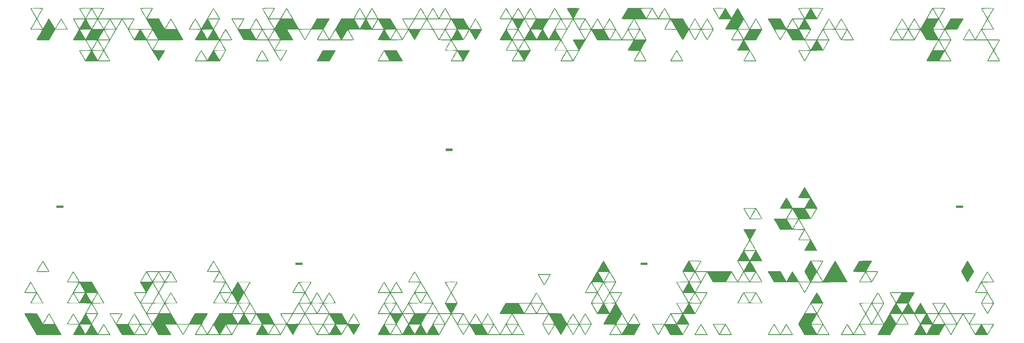
<source format=gto>
%TF.GenerationSoftware,KiCad,Pcbnew,(5.1.10-1-10_14)*%
%TF.CreationDate,2021-12-19T10:45:12+09:00*%
%TF.ProjectId,keyplate,6b657970-6c61-4746-952e-6b696361645f,rev?*%
%TF.SameCoordinates,Original*%
%TF.FileFunction,Legend,Top*%
%TF.FilePolarity,Positive*%
%FSLAX46Y46*%
G04 Gerber Fmt 4.6, Leading zero omitted, Abs format (unit mm)*
G04 Created by KiCad (PCBNEW (5.1.10-1-10_14)) date 2021-12-19 10:45:12*
%MOMM*%
%LPD*%
G01*
G04 APERTURE LIST*
%ADD10C,0.100000*%
%ADD11C,0.010000*%
G04 APERTURE END LIST*
D10*
G36*
X296850000Y-73027500D02*
G01*
X294850000Y-73025000D01*
X294850000Y-72400000D01*
X296850000Y-72400000D01*
X296850000Y-73027500D01*
G37*
X296850000Y-73027500D02*
X294850000Y-73025000D01*
X294850000Y-72400000D01*
X296850000Y-72400000D01*
X296850000Y-73027500D01*
G36*
X203000000Y-90002500D02*
G01*
X201000000Y-90000000D01*
X201000000Y-89375000D01*
X203000000Y-89375000D01*
X203000000Y-90002500D01*
G37*
X203000000Y-90002500D02*
X201000000Y-90000000D01*
X201000000Y-89375000D01*
X203000000Y-89375000D01*
X203000000Y-90002500D01*
G36*
X100350000Y-90027500D02*
G01*
X98350000Y-90025000D01*
X98350000Y-89400000D01*
X100350000Y-89400000D01*
X100350000Y-90027500D01*
G37*
X100350000Y-90027500D02*
X98350000Y-90025000D01*
X98350000Y-89400000D01*
X100350000Y-89400000D01*
X100350000Y-90027500D01*
G36*
X145000000Y-56027500D02*
G01*
X143000000Y-56025000D01*
X143000000Y-55400000D01*
X145000000Y-55400000D01*
X145000000Y-56027500D01*
G37*
X145000000Y-56027500D02*
X143000000Y-56025000D01*
X143000000Y-55400000D01*
X145000000Y-55400000D01*
X145000000Y-56027500D01*
G36*
X29200000Y-73002500D02*
G01*
X27200000Y-73000000D01*
X27200000Y-72375000D01*
X29200000Y-72375000D01*
X29200000Y-73002500D01*
G37*
X29200000Y-73002500D02*
X27200000Y-73000000D01*
X27200000Y-72375000D01*
X29200000Y-72375000D01*
X29200000Y-73002500D01*
D11*
%TO.C,G\u002A\u002A\u002A*%
G36*
X22636561Y-13503229D02*
G01*
X22932003Y-13506921D01*
X23122856Y-13512865D01*
X23189945Y-13520315D01*
X23165137Y-13587657D01*
X23078292Y-13759696D01*
X22938699Y-14019370D01*
X22755644Y-14349619D01*
X22538416Y-14733379D01*
X22371143Y-15024464D01*
X22131231Y-15440859D01*
X21914218Y-15820149D01*
X21730398Y-16144127D01*
X21590065Y-16394587D01*
X21503514Y-16553322D01*
X21480816Y-16599091D01*
X21505771Y-16679160D01*
X21590259Y-16860045D01*
X21722640Y-17120717D01*
X21891275Y-17440145D01*
X22084523Y-17797298D01*
X22290743Y-18171147D01*
X22498296Y-18540662D01*
X22695542Y-18884811D01*
X22870840Y-19182565D01*
X23012550Y-19412892D01*
X23109033Y-19554764D01*
X23131255Y-19580946D01*
X23180524Y-19538507D01*
X23288833Y-19388747D01*
X23446162Y-19147406D01*
X23642494Y-18830222D01*
X23867812Y-18452935D01*
X24062391Y-18118079D01*
X24303516Y-17700705D01*
X24522111Y-17327000D01*
X24708301Y-17013468D01*
X24852211Y-16776610D01*
X24943967Y-16632932D01*
X24973039Y-16596160D01*
X25016898Y-16654407D01*
X25120669Y-16818826D01*
X25274476Y-17072946D01*
X25468443Y-17400292D01*
X25692696Y-17784391D01*
X25883599Y-18115079D01*
X26153326Y-18577749D01*
X26387072Y-18965082D01*
X26577861Y-19266241D01*
X26718716Y-19470386D01*
X26802659Y-19566680D01*
X26820936Y-19571175D01*
X26873230Y-19494125D01*
X26985171Y-19312734D01*
X27146022Y-19044964D01*
X27345048Y-18708778D01*
X27571510Y-18322139D01*
X27713256Y-18078301D01*
X27949629Y-17673979D01*
X28164333Y-17313219D01*
X28346862Y-17013147D01*
X28486712Y-16790888D01*
X28573378Y-16663568D01*
X28595612Y-16639844D01*
X28640160Y-16695730D01*
X28743592Y-16854355D01*
X28894333Y-17096196D01*
X29080813Y-17401730D01*
X29291457Y-17751432D01*
X29514693Y-18125779D01*
X29738950Y-18505247D01*
X29952654Y-18870312D01*
X30144232Y-19201451D01*
X30302112Y-19479139D01*
X30414721Y-19683854D01*
X30470488Y-19796070D01*
X30474445Y-19809558D01*
X30406991Y-19817909D01*
X30217034Y-19825408D01*
X29923180Y-19831738D01*
X29544037Y-19836582D01*
X29098212Y-19839623D01*
X28656114Y-19840555D01*
X26837784Y-19840555D01*
X25011004Y-23015555D01*
X23156613Y-23015555D01*
X22661699Y-23013557D01*
X22216567Y-23007927D01*
X21839642Y-22999209D01*
X21549349Y-22987951D01*
X21364111Y-22974696D01*
X21302222Y-22960650D01*
X21336081Y-22886804D01*
X21431281Y-22708143D01*
X21578259Y-22441858D01*
X21767454Y-22105137D01*
X21989301Y-21715170D01*
X22175573Y-21390789D01*
X23048924Y-19875833D01*
X21257173Y-19840555D01*
X19465423Y-19805278D01*
X19510555Y-19726978D01*
X19679445Y-19726978D01*
X19746793Y-19738942D01*
X19936015Y-19749626D01*
X20227876Y-19758545D01*
X20603141Y-19765211D01*
X21042573Y-19769140D01*
X21380892Y-19770000D01*
X23082340Y-19770000D01*
X26884863Y-19770000D01*
X30321787Y-19770000D01*
X29474870Y-18305972D01*
X29237586Y-17896315D01*
X29024445Y-17529344D01*
X28845366Y-17222053D01*
X28710266Y-16991437D01*
X28629063Y-16854489D01*
X28609695Y-16823542D01*
X28571060Y-16876767D01*
X28472189Y-17036120D01*
X28322845Y-17285201D01*
X28132790Y-17607612D01*
X27911787Y-17986954D01*
X27738150Y-18287570D01*
X26884863Y-19770000D01*
X23082340Y-19770000D01*
X22980469Y-19611250D01*
X22915909Y-19504350D01*
X22793188Y-19295514D01*
X22624244Y-19005276D01*
X22421016Y-18654167D01*
X22195443Y-18262719D01*
X22116702Y-18125693D01*
X21354805Y-16798887D01*
X21234899Y-16996804D01*
X21107251Y-17210994D01*
X20941502Y-17494227D01*
X20749617Y-17825502D01*
X20543563Y-18183815D01*
X20335306Y-18548162D01*
X20136812Y-18897539D01*
X19960047Y-19210945D01*
X19816978Y-19467374D01*
X19719571Y-19645824D01*
X19679792Y-19725291D01*
X19679445Y-19726978D01*
X19510555Y-19726978D01*
X20348545Y-18273149D01*
X20590596Y-17850315D01*
X20807318Y-17466167D01*
X20989172Y-17138071D01*
X21126618Y-16883392D01*
X21210118Y-16719494D01*
X21231667Y-16665555D01*
X21197732Y-16585996D01*
X21102287Y-16401882D01*
X20954871Y-16130580D01*
X20765023Y-15789454D01*
X20542282Y-15395872D01*
X20348579Y-15057962D01*
X19502798Y-13590559D01*
X19697033Y-13590559D01*
X19721748Y-13657945D01*
X19808378Y-13829893D01*
X19947567Y-14089175D01*
X20129957Y-14418565D01*
X20346188Y-14800838D01*
X20500060Y-15068829D01*
X20735519Y-15472925D01*
X20948073Y-15830702D01*
X21127650Y-16125775D01*
X21264177Y-16341760D01*
X21347580Y-16462272D01*
X21368607Y-16481578D01*
X21411968Y-16413480D01*
X21515465Y-16240579D01*
X21668821Y-15980363D01*
X21861761Y-15650317D01*
X22084007Y-15267927D01*
X22226218Y-15022249D01*
X23050360Y-13596389D01*
X21389723Y-13577448D01*
X20920319Y-13573414D01*
X20499640Y-13572319D01*
X20147658Y-13574008D01*
X19884343Y-13578328D01*
X19729666Y-13585123D01*
X19697033Y-13590559D01*
X19502798Y-13590559D01*
X19465491Y-13525833D01*
X21311646Y-13507002D01*
X21807488Y-13503136D01*
X22255424Y-13501923D01*
X22636561Y-13503229D01*
G37*
X22636561Y-13503229D02*
X22932003Y-13506921D01*
X23122856Y-13512865D01*
X23189945Y-13520315D01*
X23165137Y-13587657D01*
X23078292Y-13759696D01*
X22938699Y-14019370D01*
X22755644Y-14349619D01*
X22538416Y-14733379D01*
X22371143Y-15024464D01*
X22131231Y-15440859D01*
X21914218Y-15820149D01*
X21730398Y-16144127D01*
X21590065Y-16394587D01*
X21503514Y-16553322D01*
X21480816Y-16599091D01*
X21505771Y-16679160D01*
X21590259Y-16860045D01*
X21722640Y-17120717D01*
X21891275Y-17440145D01*
X22084523Y-17797298D01*
X22290743Y-18171147D01*
X22498296Y-18540662D01*
X22695542Y-18884811D01*
X22870840Y-19182565D01*
X23012550Y-19412892D01*
X23109033Y-19554764D01*
X23131255Y-19580946D01*
X23180524Y-19538507D01*
X23288833Y-19388747D01*
X23446162Y-19147406D01*
X23642494Y-18830222D01*
X23867812Y-18452935D01*
X24062391Y-18118079D01*
X24303516Y-17700705D01*
X24522111Y-17327000D01*
X24708301Y-17013468D01*
X24852211Y-16776610D01*
X24943967Y-16632932D01*
X24973039Y-16596160D01*
X25016898Y-16654407D01*
X25120669Y-16818826D01*
X25274476Y-17072946D01*
X25468443Y-17400292D01*
X25692696Y-17784391D01*
X25883599Y-18115079D01*
X26153326Y-18577749D01*
X26387072Y-18965082D01*
X26577861Y-19266241D01*
X26718716Y-19470386D01*
X26802659Y-19566680D01*
X26820936Y-19571175D01*
X26873230Y-19494125D01*
X26985171Y-19312734D01*
X27146022Y-19044964D01*
X27345048Y-18708778D01*
X27571510Y-18322139D01*
X27713256Y-18078301D01*
X27949629Y-17673979D01*
X28164333Y-17313219D01*
X28346862Y-17013147D01*
X28486712Y-16790888D01*
X28573378Y-16663568D01*
X28595612Y-16639844D01*
X28640160Y-16695730D01*
X28743592Y-16854355D01*
X28894333Y-17096196D01*
X29080813Y-17401730D01*
X29291457Y-17751432D01*
X29514693Y-18125779D01*
X29738950Y-18505247D01*
X29952654Y-18870312D01*
X30144232Y-19201451D01*
X30302112Y-19479139D01*
X30414721Y-19683854D01*
X30470488Y-19796070D01*
X30474445Y-19809558D01*
X30406991Y-19817909D01*
X30217034Y-19825408D01*
X29923180Y-19831738D01*
X29544037Y-19836582D01*
X29098212Y-19839623D01*
X28656114Y-19840555D01*
X26837784Y-19840555D01*
X25011004Y-23015555D01*
X23156613Y-23015555D01*
X22661699Y-23013557D01*
X22216567Y-23007927D01*
X21839642Y-22999209D01*
X21549349Y-22987951D01*
X21364111Y-22974696D01*
X21302222Y-22960650D01*
X21336081Y-22886804D01*
X21431281Y-22708143D01*
X21578259Y-22441858D01*
X21767454Y-22105137D01*
X21989301Y-21715170D01*
X22175573Y-21390789D01*
X23048924Y-19875833D01*
X21257173Y-19840555D01*
X19465423Y-19805278D01*
X19510555Y-19726978D01*
X19679445Y-19726978D01*
X19746793Y-19738942D01*
X19936015Y-19749626D01*
X20227876Y-19758545D01*
X20603141Y-19765211D01*
X21042573Y-19769140D01*
X21380892Y-19770000D01*
X23082340Y-19770000D01*
X26884863Y-19770000D01*
X30321787Y-19770000D01*
X29474870Y-18305972D01*
X29237586Y-17896315D01*
X29024445Y-17529344D01*
X28845366Y-17222053D01*
X28710266Y-16991437D01*
X28629063Y-16854489D01*
X28609695Y-16823542D01*
X28571060Y-16876767D01*
X28472189Y-17036120D01*
X28322845Y-17285201D01*
X28132790Y-17607612D01*
X27911787Y-17986954D01*
X27738150Y-18287570D01*
X26884863Y-19770000D01*
X23082340Y-19770000D01*
X22980469Y-19611250D01*
X22915909Y-19504350D01*
X22793188Y-19295514D01*
X22624244Y-19005276D01*
X22421016Y-18654167D01*
X22195443Y-18262719D01*
X22116702Y-18125693D01*
X21354805Y-16798887D01*
X21234899Y-16996804D01*
X21107251Y-17210994D01*
X20941502Y-17494227D01*
X20749617Y-17825502D01*
X20543563Y-18183815D01*
X20335306Y-18548162D01*
X20136812Y-18897539D01*
X19960047Y-19210945D01*
X19816978Y-19467374D01*
X19719571Y-19645824D01*
X19679792Y-19725291D01*
X19679445Y-19726978D01*
X19510555Y-19726978D01*
X20348545Y-18273149D01*
X20590596Y-17850315D01*
X20807318Y-17466167D01*
X20989172Y-17138071D01*
X21126618Y-16883392D01*
X21210118Y-16719494D01*
X21231667Y-16665555D01*
X21197732Y-16585996D01*
X21102287Y-16401882D01*
X20954871Y-16130580D01*
X20765023Y-15789454D01*
X20542282Y-15395872D01*
X20348579Y-15057962D01*
X19502798Y-13590559D01*
X19697033Y-13590559D01*
X19721748Y-13657945D01*
X19808378Y-13829893D01*
X19947567Y-14089175D01*
X20129957Y-14418565D01*
X20346188Y-14800838D01*
X20500060Y-15068829D01*
X20735519Y-15472925D01*
X20948073Y-15830702D01*
X21127650Y-16125775D01*
X21264177Y-16341760D01*
X21347580Y-16462272D01*
X21368607Y-16481578D01*
X21411968Y-16413480D01*
X21515465Y-16240579D01*
X21668821Y-15980363D01*
X21861761Y-15650317D01*
X22084007Y-15267927D01*
X22226218Y-15022249D01*
X23050360Y-13596389D01*
X21389723Y-13577448D01*
X20920319Y-13573414D01*
X20499640Y-13572319D01*
X20147658Y-13574008D01*
X19884343Y-13578328D01*
X19729666Y-13585123D01*
X19697033Y-13590559D01*
X19502798Y-13590559D01*
X19465491Y-13525833D01*
X21311646Y-13507002D01*
X21807488Y-13503136D01*
X22255424Y-13501923D01*
X22636561Y-13503229D01*
G36*
X303757006Y-13503350D02*
G01*
X304218997Y-13507002D01*
X306063572Y-13525833D01*
X305184372Y-15042778D01*
X304942014Y-15465050D01*
X304725233Y-15850644D01*
X304543701Y-16181713D01*
X304407086Y-16440408D01*
X304325057Y-16608884D01*
X304305172Y-16665555D01*
X304339356Y-16753707D01*
X304435462Y-16945613D01*
X304583820Y-17223427D01*
X304774760Y-17569302D01*
X304998613Y-17965390D01*
X305184406Y-18288333D01*
X306063640Y-19805278D01*
X304270510Y-19840555D01*
X302477381Y-19875833D01*
X303336052Y-21372946D01*
X304194722Y-22870059D01*
X306011528Y-22872252D01*
X306620263Y-22875129D01*
X307095846Y-22882361D01*
X307446180Y-22894301D01*
X307679168Y-22911303D01*
X307802712Y-22933720D01*
X307828333Y-22953533D01*
X307794326Y-23034363D01*
X307698781Y-23219289D01*
X307551416Y-23490605D01*
X307361949Y-23830608D01*
X307140096Y-24221593D01*
X306969907Y-24517564D01*
X306731038Y-24934086D01*
X306517736Y-25312382D01*
X306339726Y-25634681D01*
X306206732Y-25883215D01*
X306128480Y-26040212D01*
X306111482Y-26086174D01*
X306145459Y-26168327D01*
X306240922Y-26354555D01*
X306388166Y-26627092D01*
X306577488Y-26968175D01*
X306799184Y-27360041D01*
X306969907Y-27657598D01*
X307208501Y-28074067D01*
X307421600Y-28451708D01*
X307599517Y-28772882D01*
X307732562Y-29019952D01*
X307811045Y-29175282D01*
X307828333Y-29220176D01*
X307764680Y-29246151D01*
X307571873Y-29266486D01*
X307247147Y-29281295D01*
X306787733Y-29290691D01*
X306190864Y-29294787D01*
X305993889Y-29295000D01*
X305388965Y-29293024D01*
X304915945Y-29286827D01*
X304565672Y-29276007D01*
X304328991Y-29260162D01*
X304196746Y-29238890D01*
X304159445Y-29214420D01*
X304184742Y-29153889D01*
X304297701Y-29153889D01*
X307690077Y-29153889D01*
X307475160Y-28783472D01*
X307367176Y-28596520D01*
X307206181Y-28316720D01*
X307009208Y-27973723D01*
X306793287Y-27597181D01*
X306644705Y-27337755D01*
X306443567Y-26989716D01*
X306265921Y-26688635D01*
X306123665Y-26454166D01*
X306028693Y-26305963D01*
X305993889Y-26262490D01*
X305949221Y-26320640D01*
X305846653Y-26482161D01*
X305697924Y-26727695D01*
X305514773Y-27037881D01*
X305323611Y-27367811D01*
X305103258Y-27751369D01*
X304892550Y-28118158D01*
X304707589Y-28440147D01*
X304564477Y-28689304D01*
X304493156Y-28813493D01*
X304297701Y-29153889D01*
X304184742Y-29153889D01*
X304193410Y-29133150D01*
X304288842Y-28947747D01*
X304436040Y-28675931D01*
X304625307Y-28335422D01*
X304846943Y-27943939D01*
X305017870Y-27646086D01*
X305256436Y-27229749D01*
X305469516Y-26852382D01*
X305647424Y-26531592D01*
X305780473Y-26284986D01*
X305858979Y-26130171D01*
X305876296Y-26085640D01*
X305842339Y-26006699D01*
X305746901Y-25823418D01*
X305599637Y-25553327D01*
X305410200Y-25213957D01*
X305188245Y-24822839D01*
X305010961Y-24514252D01*
X304165996Y-23050833D01*
X304310829Y-23050833D01*
X305134720Y-24479001D01*
X305368985Y-24882554D01*
X305580354Y-25241844D01*
X305758609Y-25539895D01*
X305893532Y-25759732D01*
X305974907Y-25884380D01*
X305993889Y-25906421D01*
X306037493Y-25847731D01*
X306140737Y-25683449D01*
X306293418Y-25430597D01*
X306485330Y-25106197D01*
X306706271Y-24727271D01*
X306850003Y-24478253D01*
X307670839Y-23050833D01*
X306832364Y-23031023D01*
X306384486Y-23024400D01*
X305874992Y-23022988D01*
X305383283Y-23026787D01*
X305152359Y-23031023D01*
X304310829Y-23050833D01*
X304165996Y-23050833D01*
X304145626Y-23015555D01*
X300518924Y-23015555D01*
X299621230Y-23014204D01*
X298845507Y-23010187D01*
X298194759Y-23003564D01*
X297671990Y-22994392D01*
X297280205Y-22982729D01*
X297022407Y-22968633D01*
X296901600Y-22952162D01*
X296892222Y-22945568D01*
X296919948Y-22874444D01*
X297042001Y-22874444D01*
X300433938Y-22874444D01*
X300416791Y-22844939D01*
X300702222Y-22844939D01*
X300769535Y-22853232D01*
X300958508Y-22860623D01*
X301249688Y-22866769D01*
X301623625Y-22871324D01*
X302060868Y-22873943D01*
X302366157Y-22874444D01*
X302917584Y-22871651D01*
X303366441Y-22863527D01*
X303703539Y-22850452D01*
X303919684Y-22832808D01*
X304005687Y-22810975D01*
X304006574Y-22806436D01*
X303965942Y-22728150D01*
X303864900Y-22545899D01*
X303713723Y-22277850D01*
X303522687Y-21942171D01*
X303302067Y-21557027D01*
X303173833Y-21334155D01*
X302364610Y-19929883D01*
X301533416Y-21372659D01*
X301299502Y-21779880D01*
X301091052Y-22145065D01*
X300917821Y-22450932D01*
X300789568Y-22680199D01*
X300716047Y-22815585D01*
X300702222Y-22844939D01*
X300416791Y-22844939D01*
X300300672Y-22645139D01*
X300224398Y-22513267D01*
X300091199Y-22282322D01*
X299914476Y-21975567D01*
X299707632Y-21616265D01*
X299484068Y-21227681D01*
X299467429Y-21198750D01*
X299252088Y-20827623D01*
X299059763Y-20502413D01*
X298901629Y-20241509D01*
X298788860Y-20063294D01*
X298732631Y-19986157D01*
X298729421Y-19984422D01*
X298685231Y-20043807D01*
X298581708Y-20209015D01*
X298428991Y-20463045D01*
X298237220Y-20788895D01*
X298016537Y-21169565D01*
X297866695Y-21430811D01*
X297042001Y-22874444D01*
X296919948Y-22874444D01*
X296926271Y-22858225D01*
X297020720Y-22673706D01*
X297164022Y-22411597D01*
X297344630Y-22091481D01*
X297550996Y-21732944D01*
X297771574Y-21355571D01*
X297994816Y-20978946D01*
X298209175Y-20622655D01*
X298403104Y-20306282D01*
X298565056Y-20049412D01*
X298683483Y-19871630D01*
X298746839Y-19792521D01*
X298752514Y-19790375D01*
X298804226Y-19855082D01*
X298915348Y-20025549D01*
X299075552Y-20284862D01*
X299274515Y-20616104D01*
X299501908Y-21002360D01*
X299682378Y-21313605D01*
X300547660Y-22815306D01*
X300809799Y-22368625D01*
X300901428Y-22211439D01*
X301054576Y-21947471D01*
X301260297Y-21592194D01*
X301509641Y-21161082D01*
X301793662Y-20669609D01*
X302103412Y-20133249D01*
X302313058Y-19770000D01*
X302454602Y-19770000D01*
X304153690Y-19770000D01*
X304626489Y-19768436D01*
X305048682Y-19764043D01*
X305401020Y-19757266D01*
X305664254Y-19748555D01*
X305819137Y-19738354D01*
X305852778Y-19730546D01*
X305819498Y-19664767D01*
X305727567Y-19497552D01*
X305588844Y-19249696D01*
X305415192Y-18941995D01*
X305218471Y-18595244D01*
X305010542Y-18230238D01*
X304803266Y-17867771D01*
X304608504Y-17528638D01*
X304438118Y-17233636D01*
X304303968Y-17003558D01*
X304217916Y-16859199D01*
X304193206Y-16820951D01*
X304154701Y-16872705D01*
X304056881Y-17029298D01*
X303910367Y-17273009D01*
X303725778Y-17586114D01*
X303513735Y-17950892D01*
X303453308Y-18055673D01*
X303225319Y-18451187D01*
X303012829Y-18818901D01*
X302829025Y-19136065D01*
X302687095Y-19379932D01*
X302600225Y-19527752D01*
X302592482Y-19540694D01*
X302454602Y-19770000D01*
X302313058Y-19770000D01*
X302429943Y-19567476D01*
X302587370Y-19294578D01*
X304102802Y-16667212D01*
X303205491Y-15110812D01*
X302963426Y-14687542D01*
X302748677Y-14305473D01*
X302570268Y-13981204D01*
X302437225Y-13731336D01*
X302370416Y-13596389D01*
X302467835Y-13596389D01*
X302739312Y-14055000D01*
X302871227Y-14279517D01*
X303053470Y-14591983D01*
X303266046Y-14958006D01*
X303488962Y-15343193D01*
X303592794Y-15523110D01*
X303787239Y-15857387D01*
X303956261Y-16142278D01*
X304087932Y-16358134D01*
X304170324Y-16485309D01*
X304192478Y-16510888D01*
X304231207Y-16446238D01*
X304330341Y-16276539D01*
X304479879Y-16019035D01*
X304669818Y-15690970D01*
X304890156Y-15309585D01*
X305037307Y-15054497D01*
X305269226Y-14648827D01*
X305473444Y-14285038D01*
X305640562Y-13980422D01*
X305761182Y-13752270D01*
X305825905Y-13617872D01*
X305833797Y-13589167D01*
X305757594Y-13581311D01*
X305560202Y-13575779D01*
X305261526Y-13572710D01*
X304881471Y-13572242D01*
X304439942Y-13574510D01*
X304135486Y-13577448D01*
X302467835Y-13596389D01*
X302370416Y-13596389D01*
X302358572Y-13572467D01*
X302341301Y-13521292D01*
X302417913Y-13513105D01*
X302616706Y-13507073D01*
X302918763Y-13503341D01*
X303305169Y-13502052D01*
X303757006Y-13503350D01*
G37*
X303757006Y-13503350D02*
X304218997Y-13507002D01*
X306063572Y-13525833D01*
X305184372Y-15042778D01*
X304942014Y-15465050D01*
X304725233Y-15850644D01*
X304543701Y-16181713D01*
X304407086Y-16440408D01*
X304325057Y-16608884D01*
X304305172Y-16665555D01*
X304339356Y-16753707D01*
X304435462Y-16945613D01*
X304583820Y-17223427D01*
X304774760Y-17569302D01*
X304998613Y-17965390D01*
X305184406Y-18288333D01*
X306063640Y-19805278D01*
X304270510Y-19840555D01*
X302477381Y-19875833D01*
X303336052Y-21372946D01*
X304194722Y-22870059D01*
X306011528Y-22872252D01*
X306620263Y-22875129D01*
X307095846Y-22882361D01*
X307446180Y-22894301D01*
X307679168Y-22911303D01*
X307802712Y-22933720D01*
X307828333Y-22953533D01*
X307794326Y-23034363D01*
X307698781Y-23219289D01*
X307551416Y-23490605D01*
X307361949Y-23830608D01*
X307140096Y-24221593D01*
X306969907Y-24517564D01*
X306731038Y-24934086D01*
X306517736Y-25312382D01*
X306339726Y-25634681D01*
X306206732Y-25883215D01*
X306128480Y-26040212D01*
X306111482Y-26086174D01*
X306145459Y-26168327D01*
X306240922Y-26354555D01*
X306388166Y-26627092D01*
X306577488Y-26968175D01*
X306799184Y-27360041D01*
X306969907Y-27657598D01*
X307208501Y-28074067D01*
X307421600Y-28451708D01*
X307599517Y-28772882D01*
X307732562Y-29019952D01*
X307811045Y-29175282D01*
X307828333Y-29220176D01*
X307764680Y-29246151D01*
X307571873Y-29266486D01*
X307247147Y-29281295D01*
X306787733Y-29290691D01*
X306190864Y-29294787D01*
X305993889Y-29295000D01*
X305388965Y-29293024D01*
X304915945Y-29286827D01*
X304565672Y-29276007D01*
X304328991Y-29260162D01*
X304196746Y-29238890D01*
X304159445Y-29214420D01*
X304184742Y-29153889D01*
X304297701Y-29153889D01*
X307690077Y-29153889D01*
X307475160Y-28783472D01*
X307367176Y-28596520D01*
X307206181Y-28316720D01*
X307009208Y-27973723D01*
X306793287Y-27597181D01*
X306644705Y-27337755D01*
X306443567Y-26989716D01*
X306265921Y-26688635D01*
X306123665Y-26454166D01*
X306028693Y-26305963D01*
X305993889Y-26262490D01*
X305949221Y-26320640D01*
X305846653Y-26482161D01*
X305697924Y-26727695D01*
X305514773Y-27037881D01*
X305323611Y-27367811D01*
X305103258Y-27751369D01*
X304892550Y-28118158D01*
X304707589Y-28440147D01*
X304564477Y-28689304D01*
X304493156Y-28813493D01*
X304297701Y-29153889D01*
X304184742Y-29153889D01*
X304193410Y-29133150D01*
X304288842Y-28947747D01*
X304436040Y-28675931D01*
X304625307Y-28335422D01*
X304846943Y-27943939D01*
X305017870Y-27646086D01*
X305256436Y-27229749D01*
X305469516Y-26852382D01*
X305647424Y-26531592D01*
X305780473Y-26284986D01*
X305858979Y-26130171D01*
X305876296Y-26085640D01*
X305842339Y-26006699D01*
X305746901Y-25823418D01*
X305599637Y-25553327D01*
X305410200Y-25213957D01*
X305188245Y-24822839D01*
X305010961Y-24514252D01*
X304165996Y-23050833D01*
X304310829Y-23050833D01*
X305134720Y-24479001D01*
X305368985Y-24882554D01*
X305580354Y-25241844D01*
X305758609Y-25539895D01*
X305893532Y-25759732D01*
X305974907Y-25884380D01*
X305993889Y-25906421D01*
X306037493Y-25847731D01*
X306140737Y-25683449D01*
X306293418Y-25430597D01*
X306485330Y-25106197D01*
X306706271Y-24727271D01*
X306850003Y-24478253D01*
X307670839Y-23050833D01*
X306832364Y-23031023D01*
X306384486Y-23024400D01*
X305874992Y-23022988D01*
X305383283Y-23026787D01*
X305152359Y-23031023D01*
X304310829Y-23050833D01*
X304165996Y-23050833D01*
X304145626Y-23015555D01*
X300518924Y-23015555D01*
X299621230Y-23014204D01*
X298845507Y-23010187D01*
X298194759Y-23003564D01*
X297671990Y-22994392D01*
X297280205Y-22982729D01*
X297022407Y-22968633D01*
X296901600Y-22952162D01*
X296892222Y-22945568D01*
X296919948Y-22874444D01*
X297042001Y-22874444D01*
X300433938Y-22874444D01*
X300416791Y-22844939D01*
X300702222Y-22844939D01*
X300769535Y-22853232D01*
X300958508Y-22860623D01*
X301249688Y-22866769D01*
X301623625Y-22871324D01*
X302060868Y-22873943D01*
X302366157Y-22874444D01*
X302917584Y-22871651D01*
X303366441Y-22863527D01*
X303703539Y-22850452D01*
X303919684Y-22832808D01*
X304005687Y-22810975D01*
X304006574Y-22806436D01*
X303965942Y-22728150D01*
X303864900Y-22545899D01*
X303713723Y-22277850D01*
X303522687Y-21942171D01*
X303302067Y-21557027D01*
X303173833Y-21334155D01*
X302364610Y-19929883D01*
X301533416Y-21372659D01*
X301299502Y-21779880D01*
X301091052Y-22145065D01*
X300917821Y-22450932D01*
X300789568Y-22680199D01*
X300716047Y-22815585D01*
X300702222Y-22844939D01*
X300416791Y-22844939D01*
X300300672Y-22645139D01*
X300224398Y-22513267D01*
X300091199Y-22282322D01*
X299914476Y-21975567D01*
X299707632Y-21616265D01*
X299484068Y-21227681D01*
X299467429Y-21198750D01*
X299252088Y-20827623D01*
X299059763Y-20502413D01*
X298901629Y-20241509D01*
X298788860Y-20063294D01*
X298732631Y-19986157D01*
X298729421Y-19984422D01*
X298685231Y-20043807D01*
X298581708Y-20209015D01*
X298428991Y-20463045D01*
X298237220Y-20788895D01*
X298016537Y-21169565D01*
X297866695Y-21430811D01*
X297042001Y-22874444D01*
X296919948Y-22874444D01*
X296926271Y-22858225D01*
X297020720Y-22673706D01*
X297164022Y-22411597D01*
X297344630Y-22091481D01*
X297550996Y-21732944D01*
X297771574Y-21355571D01*
X297994816Y-20978946D01*
X298209175Y-20622655D01*
X298403104Y-20306282D01*
X298565056Y-20049412D01*
X298683483Y-19871630D01*
X298746839Y-19792521D01*
X298752514Y-19790375D01*
X298804226Y-19855082D01*
X298915348Y-20025549D01*
X299075552Y-20284862D01*
X299274515Y-20616104D01*
X299501908Y-21002360D01*
X299682378Y-21313605D01*
X300547660Y-22815306D01*
X300809799Y-22368625D01*
X300901428Y-22211439D01*
X301054576Y-21947471D01*
X301260297Y-21592194D01*
X301509641Y-21161082D01*
X301793662Y-20669609D01*
X302103412Y-20133249D01*
X302313058Y-19770000D01*
X302454602Y-19770000D01*
X304153690Y-19770000D01*
X304626489Y-19768436D01*
X305048682Y-19764043D01*
X305401020Y-19757266D01*
X305664254Y-19748555D01*
X305819137Y-19738354D01*
X305852778Y-19730546D01*
X305819498Y-19664767D01*
X305727567Y-19497552D01*
X305588844Y-19249696D01*
X305415192Y-18941995D01*
X305218471Y-18595244D01*
X305010542Y-18230238D01*
X304803266Y-17867771D01*
X304608504Y-17528638D01*
X304438118Y-17233636D01*
X304303968Y-17003558D01*
X304217916Y-16859199D01*
X304193206Y-16820951D01*
X304154701Y-16872705D01*
X304056881Y-17029298D01*
X303910367Y-17273009D01*
X303725778Y-17586114D01*
X303513735Y-17950892D01*
X303453308Y-18055673D01*
X303225319Y-18451187D01*
X303012829Y-18818901D01*
X302829025Y-19136065D01*
X302687095Y-19379932D01*
X302600225Y-19527752D01*
X302592482Y-19540694D01*
X302454602Y-19770000D01*
X302313058Y-19770000D01*
X302429943Y-19567476D01*
X302587370Y-19294578D01*
X304102802Y-16667212D01*
X303205491Y-15110812D01*
X302963426Y-14687542D01*
X302748677Y-14305473D01*
X302570268Y-13981204D01*
X302437225Y-13731336D01*
X302370416Y-13596389D01*
X302467835Y-13596389D01*
X302739312Y-14055000D01*
X302871227Y-14279517D01*
X303053470Y-14591983D01*
X303266046Y-14958006D01*
X303488962Y-15343193D01*
X303592794Y-15523110D01*
X303787239Y-15857387D01*
X303956261Y-16142278D01*
X304087932Y-16358134D01*
X304170324Y-16485309D01*
X304192478Y-16510888D01*
X304231207Y-16446238D01*
X304330341Y-16276539D01*
X304479879Y-16019035D01*
X304669818Y-15690970D01*
X304890156Y-15309585D01*
X305037307Y-15054497D01*
X305269226Y-14648827D01*
X305473444Y-14285038D01*
X305640562Y-13980422D01*
X305761182Y-13752270D01*
X305825905Y-13617872D01*
X305833797Y-13589167D01*
X305757594Y-13581311D01*
X305560202Y-13575779D01*
X305261526Y-13572710D01*
X304881471Y-13572242D01*
X304439942Y-13574510D01*
X304135486Y-13577448D01*
X302467835Y-13596389D01*
X302370416Y-13596389D01*
X302358572Y-13572467D01*
X302341301Y-13521292D01*
X302417913Y-13513105D01*
X302616706Y-13507073D01*
X302918763Y-13503341D01*
X303305169Y-13502052D01*
X303757006Y-13503350D01*
G36*
X290164852Y-13492265D02*
G01*
X290610935Y-13497082D01*
X290988876Y-13504542D01*
X291280282Y-13514178D01*
X291466763Y-13525525D01*
X291530000Y-13537689D01*
X291496045Y-13609352D01*
X291400629Y-13785665D01*
X291253427Y-14049407D01*
X291064111Y-14383359D01*
X290842355Y-14770301D01*
X290668214Y-15071734D01*
X290428353Y-15489815D01*
X290214185Y-15871214D01*
X290035480Y-16197867D01*
X289902008Y-16451709D01*
X289823537Y-16614675D01*
X289806564Y-16665017D01*
X289840681Y-16753946D01*
X289936378Y-16946251D01*
X290083797Y-17223618D01*
X290273078Y-17567730D01*
X290494362Y-17960273D01*
X290647477Y-18227161D01*
X291488253Y-19682933D01*
X293258611Y-16596987D01*
X295110695Y-16595994D01*
X295714960Y-16598285D01*
X296208267Y-16605695D01*
X296583718Y-16617966D01*
X296834418Y-16634843D01*
X296953472Y-16656069D01*
X296962778Y-16664833D01*
X296928744Y-16742629D01*
X296832972Y-16925100D01*
X296684957Y-17195107D01*
X296494192Y-17535512D01*
X296270173Y-17929179D01*
X296064416Y-18286453D01*
X295166054Y-19838240D01*
X293383876Y-19857036D01*
X291601699Y-19875833D01*
X292488420Y-21411840D01*
X293375142Y-22947847D01*
X292488694Y-24481007D01*
X292245900Y-24903547D01*
X292028375Y-25287120D01*
X291845683Y-25614453D01*
X291707386Y-25868271D01*
X291623048Y-26031302D01*
X291600855Y-26084722D01*
X291634454Y-26162877D01*
X291729679Y-26345569D01*
X291876983Y-26615486D01*
X292066818Y-26955318D01*
X292289637Y-27347754D01*
X292481954Y-27682286D01*
X292723732Y-28102289D01*
X292940225Y-28481524D01*
X293121914Y-28803055D01*
X293259277Y-29049946D01*
X293342795Y-29205262D01*
X293364445Y-29252147D01*
X293296072Y-29260377D01*
X293099689Y-29268089D01*
X292788393Y-29275128D01*
X292375285Y-29281341D01*
X291873462Y-29286577D01*
X291296026Y-29290681D01*
X290656074Y-29293501D01*
X289966706Y-29294883D01*
X289695556Y-29295000D01*
X288849507Y-29294336D01*
X288135181Y-29292193D01*
X287543192Y-29288346D01*
X287064158Y-29282570D01*
X286688695Y-29274637D01*
X286407418Y-29264323D01*
X286210944Y-29251402D01*
X286089890Y-29235648D01*
X286034871Y-29216835D01*
X286029157Y-29206805D01*
X286064009Y-29130008D01*
X286071147Y-29116548D01*
X289836667Y-29116548D01*
X289903974Y-29127061D01*
X290092905Y-29136428D01*
X290383975Y-29144211D01*
X290757698Y-29149972D01*
X291194589Y-29153272D01*
X291494722Y-29153889D01*
X291961510Y-29152705D01*
X292377454Y-29149381D01*
X292723069Y-29144260D01*
X292978871Y-29137686D01*
X293125372Y-29130000D01*
X293152778Y-29124720D01*
X293118585Y-29040658D01*
X293024155Y-28861762D01*
X292881710Y-28608311D01*
X292703474Y-28300585D01*
X292501669Y-27958864D01*
X292288519Y-27603427D01*
X292076247Y-27254553D01*
X291877075Y-26932523D01*
X291703226Y-26657615D01*
X291566924Y-26450109D01*
X291480390Y-26330285D01*
X291455954Y-26309460D01*
X291405119Y-26385804D01*
X291298345Y-26561385D01*
X291147888Y-26814958D01*
X290966002Y-27125281D01*
X290764942Y-27471108D01*
X290556964Y-27831195D01*
X290354320Y-28184298D01*
X290169268Y-28509174D01*
X290014061Y-28784577D01*
X289900954Y-28989264D01*
X289842203Y-29101990D01*
X289836667Y-29116548D01*
X286071147Y-29116548D01*
X286163049Y-28943266D01*
X286319508Y-28658608D01*
X286526618Y-28288065D01*
X286777612Y-27843664D01*
X287065722Y-27337436D01*
X287384180Y-26781410D01*
X287726217Y-26187615D01*
X287785677Y-26084722D01*
X287829311Y-26009249D01*
X288002222Y-26009249D01*
X288069571Y-26020426D01*
X288258794Y-26030409D01*
X288550655Y-26038742D01*
X288925920Y-26044970D01*
X289365353Y-26048641D01*
X289703670Y-26049444D01*
X291405118Y-26049444D01*
X291302120Y-25890694D01*
X291237189Y-25783770D01*
X291114113Y-25574935D01*
X290944860Y-25284735D01*
X290741402Y-24933718D01*
X290515706Y-24542432D01*
X290437747Y-24406860D01*
X290214336Y-24020173D01*
X290015311Y-23679768D01*
X289850985Y-23402946D01*
X289731668Y-23207008D01*
X289667672Y-23109256D01*
X289659814Y-23101582D01*
X289612884Y-23176283D01*
X289509881Y-23350775D01*
X289362669Y-23604242D01*
X289183115Y-23915873D01*
X288983084Y-24264853D01*
X288774440Y-24630368D01*
X288569051Y-24991605D01*
X288378780Y-25327749D01*
X288215493Y-25617988D01*
X288091057Y-25841507D01*
X288017335Y-25977493D01*
X288002222Y-26009249D01*
X287829311Y-26009249D01*
X289520783Y-23083564D01*
X289848426Y-23083564D01*
X289889060Y-23161855D01*
X289990101Y-23344105D01*
X290141269Y-23612140D01*
X290332288Y-23947788D01*
X290552877Y-24332877D01*
X290680691Y-24555017D01*
X291489437Y-25958462D01*
X292321107Y-24515249D01*
X292555098Y-24108056D01*
X292763626Y-23742980D01*
X292936937Y-23437278D01*
X293065276Y-23208210D01*
X293138890Y-23073034D01*
X293152778Y-23043795D01*
X293085465Y-23035858D01*
X292896492Y-23028784D01*
X292605312Y-23022902D01*
X292231375Y-23018542D01*
X291794131Y-23016035D01*
X291488843Y-23015555D01*
X290937416Y-23018348D01*
X290488559Y-23026473D01*
X290151461Y-23039548D01*
X289935316Y-23057192D01*
X289849313Y-23079025D01*
X289848426Y-23083564D01*
X289520783Y-23083564D01*
X289539707Y-23050833D01*
X287766877Y-23015555D01*
X285994048Y-22980278D01*
X285909372Y-22834403D01*
X289836667Y-22834403D01*
X289903974Y-22845676D01*
X290092905Y-22855721D01*
X290383974Y-22864067D01*
X290757696Y-22870244D01*
X291194587Y-22873782D01*
X291494722Y-22874444D01*
X291961510Y-22873260D01*
X292377454Y-22869936D01*
X292723069Y-22864816D01*
X292978871Y-22858241D01*
X293125372Y-22850555D01*
X293152778Y-22845276D01*
X293118560Y-22760897D01*
X293024063Y-22581747D01*
X292881516Y-22328105D01*
X292703151Y-22020248D01*
X292501199Y-21678457D01*
X292287893Y-21323008D01*
X292075463Y-20974181D01*
X291876140Y-20652254D01*
X291702157Y-20377505D01*
X291565744Y-20170212D01*
X291479132Y-20050655D01*
X291454696Y-20030016D01*
X291403285Y-20106561D01*
X291295993Y-20282381D01*
X291145099Y-20536192D01*
X290962881Y-20846714D01*
X290761619Y-21192664D01*
X290553590Y-21552763D01*
X290351074Y-21905727D01*
X290166349Y-22230276D01*
X290011694Y-22505128D01*
X289899387Y-22709001D01*
X289841708Y-22820615D01*
X289836667Y-22834403D01*
X285909372Y-22834403D01*
X285146052Y-21519406D01*
X284906753Y-21108563D01*
X284689883Y-20738899D01*
X284505761Y-20427790D01*
X284364710Y-20192611D01*
X284277051Y-20050739D01*
X284253416Y-20016618D01*
X284207678Y-20063473D01*
X284102483Y-20217278D01*
X283947728Y-20462094D01*
X283753308Y-20781978D01*
X283529121Y-21160992D01*
X283336194Y-21493969D01*
X282463611Y-23013235D01*
X278816525Y-23014395D01*
X278112874Y-23013625D01*
X277452786Y-23010981D01*
X276849542Y-23006650D01*
X276316418Y-23000818D01*
X275866693Y-22993674D01*
X275513646Y-22985403D01*
X275270555Y-22976192D01*
X275150698Y-22966229D01*
X275140341Y-22962639D01*
X275167824Y-22891418D01*
X275176514Y-22874444D01*
X275288284Y-22874444D01*
X278676144Y-22874444D01*
X278648931Y-22827303D01*
X278971111Y-22827303D01*
X279038425Y-22840548D01*
X279227402Y-22852355D01*
X279518599Y-22862172D01*
X279892572Y-22869451D01*
X280329876Y-22873639D01*
X280636136Y-22874444D01*
X282301161Y-22874444D01*
X282167522Y-22645139D01*
X282091091Y-22513276D01*
X281957687Y-22282378D01*
X281780732Y-21975705D01*
X281573648Y-21616520D01*
X281349858Y-21228084D01*
X281333359Y-21199436D01*
X281080915Y-20766436D01*
X280886937Y-20447117D01*
X280743824Y-20230475D01*
X280643972Y-20105502D01*
X280579776Y-20061194D01*
X280553468Y-20070547D01*
X280495273Y-20156279D01*
X280382736Y-20339770D01*
X280228264Y-20599404D01*
X280044267Y-20913563D01*
X279843153Y-21260628D01*
X279637330Y-21618981D01*
X279439207Y-21967005D01*
X279261193Y-22283082D01*
X279115695Y-22545593D01*
X279015123Y-22732921D01*
X278971885Y-22823449D01*
X278971111Y-22827303D01*
X278648931Y-22827303D01*
X277877379Y-21490752D01*
X277644554Y-21089371D01*
X277432924Y-20728201D01*
X277253378Y-20425528D01*
X277116804Y-20199640D01*
X277034094Y-20068825D01*
X277016409Y-20044854D01*
X276962807Y-20082973D01*
X276851151Y-20230396D01*
X276691033Y-20472584D01*
X276492050Y-20795001D01*
X276263794Y-21183112D01*
X276254510Y-21199241D01*
X276030292Y-21588981D01*
X275821811Y-21951142D01*
X275642475Y-22262454D01*
X275505687Y-22499646D01*
X275424856Y-22639448D01*
X275421550Y-22645139D01*
X275288284Y-22874444D01*
X275176514Y-22874444D01*
X275259156Y-22713030D01*
X275406239Y-22441435D01*
X275600974Y-22090592D01*
X275835263Y-21674460D01*
X276101010Y-21206999D01*
X276390115Y-20702167D01*
X276694480Y-20173924D01*
X276887626Y-19840555D01*
X277078937Y-19840555D01*
X277934181Y-21318992D01*
X278172028Y-21728658D01*
X278385553Y-22093573D01*
X278564999Y-22397298D01*
X278700612Y-22623395D01*
X278782635Y-22755426D01*
X278803027Y-22783019D01*
X278840751Y-22720480D01*
X278938580Y-22553699D01*
X279086057Y-22300638D01*
X279272721Y-21979255D01*
X279488115Y-21607510D01*
X279571531Y-21463333D01*
X279801429Y-21066478D01*
X280012729Y-20702952D01*
X280193349Y-20393446D01*
X280331205Y-20158651D01*
X280414214Y-20019258D01*
X280426509Y-19999305D01*
X280512530Y-19862851D01*
X280759742Y-19862851D01*
X280784811Y-19929146D01*
X280870524Y-20095749D01*
X281004895Y-20341985D01*
X281175934Y-20647181D01*
X281371653Y-20990661D01*
X281580064Y-21351750D01*
X281789179Y-21709775D01*
X281987009Y-22044060D01*
X282161567Y-22333932D01*
X282300865Y-22558715D01*
X282392914Y-22697734D01*
X282424192Y-22733333D01*
X282471601Y-22674841D01*
X282578402Y-22510706D01*
X282734212Y-22257937D01*
X282928652Y-21933546D01*
X283151338Y-21554544D01*
X283296162Y-21304583D01*
X284119689Y-19875833D01*
X283628941Y-19870259D01*
X288019555Y-19870259D01*
X288044267Y-19937677D01*
X288131031Y-20109572D01*
X288270469Y-20368720D01*
X288453203Y-20697903D01*
X288669858Y-21079897D01*
X288823763Y-21347202D01*
X289059726Y-21750861D01*
X289272846Y-22108127D01*
X289453009Y-22402642D01*
X289590104Y-22618048D01*
X289674017Y-22737987D01*
X289695319Y-22756942D01*
X289739126Y-22688404D01*
X289842987Y-22515082D01*
X289996597Y-22254508D01*
X290189650Y-21924217D01*
X290411840Y-21541742D01*
X290552291Y-21298940D01*
X291374221Y-19875833D01*
X289713042Y-19856893D01*
X289243541Y-19852869D01*
X288822746Y-19851803D01*
X288470628Y-19853536D01*
X288207159Y-19857911D01*
X288052311Y-19864771D01*
X288019555Y-19870259D01*
X283628941Y-19870259D01*
X282452165Y-19856893D01*
X281982256Y-19852575D01*
X281561507Y-19850659D01*
X281209736Y-19851074D01*
X280946757Y-19853751D01*
X280792386Y-19858620D01*
X280759742Y-19862851D01*
X280512530Y-19862851D01*
X280526586Y-19840555D01*
X277078937Y-19840555D01*
X276887626Y-19840555D01*
X276928504Y-19770000D01*
X277073207Y-19770000D01*
X280517298Y-19770000D01*
X280483568Y-19711544D01*
X280746759Y-19711544D01*
X280807386Y-19727758D01*
X280990258Y-19742246D01*
X281276515Y-19754350D01*
X281647293Y-19763416D01*
X282083732Y-19768788D01*
X282428486Y-19770000D01*
X284133731Y-19770000D01*
X284112781Y-19732815D01*
X288002222Y-19732815D01*
X288069569Y-19743162D01*
X288258776Y-19752402D01*
X288550596Y-19760113D01*
X288925779Y-19765874D01*
X289365077Y-19769264D01*
X289701310Y-19770000D01*
X291400398Y-19770000D01*
X291261930Y-19540694D01*
X291184653Y-19409922D01*
X291050264Y-19179560D01*
X290871965Y-18872362D01*
X290662958Y-18511083D01*
X290436447Y-18118476D01*
X290400575Y-18056202D01*
X290182971Y-17680610D01*
X289990034Y-17351874D01*
X289832377Y-17087725D01*
X289720615Y-16905895D01*
X289665361Y-16824117D01*
X289661515Y-16821480D01*
X289614059Y-16897792D01*
X289510675Y-17073535D01*
X289363207Y-17327931D01*
X289183496Y-17640202D01*
X288983384Y-17989571D01*
X288774713Y-18355260D01*
X288569326Y-18716491D01*
X288379065Y-19052486D01*
X288215771Y-19342468D01*
X288091288Y-19565659D01*
X288017456Y-19701281D01*
X288002222Y-19732815D01*
X284112781Y-19732815D01*
X283964788Y-19470139D01*
X283676038Y-18960959D01*
X283397241Y-18475564D01*
X283137081Y-18028539D01*
X282904239Y-17634473D01*
X282707399Y-17307955D01*
X282555241Y-17063571D01*
X282456448Y-16915910D01*
X282421574Y-16877222D01*
X282377513Y-16934934D01*
X282275330Y-17094273D01*
X282127252Y-17334544D01*
X281945509Y-17635050D01*
X281742331Y-17975095D01*
X281529946Y-18333985D01*
X281320584Y-18691023D01*
X281126474Y-19025513D01*
X280959845Y-19316760D01*
X280832927Y-19544068D01*
X280757948Y-19686741D01*
X280746759Y-19711544D01*
X280483568Y-19711544D01*
X279733576Y-18411805D01*
X279501166Y-18009990D01*
X279288636Y-17644342D01*
X279107399Y-17334352D01*
X278968868Y-17099511D01*
X278884453Y-16959308D01*
X278867860Y-16933300D01*
X278816867Y-16885257D01*
X278757587Y-16908685D01*
X278671363Y-17021314D01*
X278539539Y-17240878D01*
X278533823Y-17250800D01*
X278410497Y-17464475D01*
X278235118Y-17767607D01*
X278026535Y-18127649D01*
X277803599Y-18512053D01*
X277677494Y-18729305D01*
X277073207Y-19770000D01*
X276928504Y-19770000D01*
X277006009Y-19636229D01*
X277316602Y-19103041D01*
X277618162Y-18588320D01*
X277902590Y-18106024D01*
X278161790Y-17670114D01*
X278387662Y-17294547D01*
X278572109Y-16993285D01*
X278707034Y-16780284D01*
X278784337Y-16669506D01*
X278798500Y-16656727D01*
X278851326Y-16717326D01*
X278963145Y-16883400D01*
X279123247Y-17137728D01*
X279320920Y-17463092D01*
X279545455Y-17842272D01*
X279682877Y-18078521D01*
X279919063Y-18485028D01*
X280134630Y-18851991D01*
X280318698Y-19161213D01*
X280460385Y-19394498D01*
X280548811Y-19533649D01*
X280570897Y-19563563D01*
X280630636Y-19528571D01*
X280753885Y-19367917D01*
X280940474Y-19081863D01*
X281190231Y-18670670D01*
X281502986Y-18134603D01*
X281514549Y-18114492D01*
X281755701Y-17697450D01*
X281974364Y-17324217D01*
X282160653Y-17011271D01*
X282304678Y-16775090D01*
X282396552Y-16632154D01*
X282425696Y-16595994D01*
X282469660Y-16654885D01*
X282573548Y-16820072D01*
X282727560Y-17075165D01*
X282921899Y-17403775D01*
X283146766Y-17789513D01*
X283348800Y-18139978D01*
X284233990Y-19682969D01*
X286016259Y-16595000D01*
X286164923Y-16595000D01*
X289557299Y-16595000D01*
X289342382Y-16224583D01*
X289234398Y-16037631D01*
X289073404Y-15757831D01*
X288876430Y-15414834D01*
X288660509Y-15038292D01*
X288511927Y-14778866D01*
X288310789Y-14430827D01*
X288133144Y-14129746D01*
X287990887Y-13895277D01*
X287895915Y-13747074D01*
X287861111Y-13703601D01*
X287816443Y-13761751D01*
X287713875Y-13923272D01*
X287565146Y-14168806D01*
X287381996Y-14478992D01*
X287190833Y-14808922D01*
X286970481Y-15192480D01*
X286759772Y-15559270D01*
X286574811Y-15881258D01*
X286431699Y-16130415D01*
X286360378Y-16254604D01*
X286164923Y-16595000D01*
X286016259Y-16595000D01*
X286021014Y-16586762D01*
X287751375Y-13588731D01*
X288021639Y-13588731D01*
X288046837Y-13655614D01*
X288133843Y-13827135D01*
X288273285Y-14086085D01*
X288455794Y-14415258D01*
X288672000Y-14797446D01*
X288825846Y-15065595D01*
X289061178Y-15469739D01*
X289273742Y-15827458D01*
X289453455Y-16122380D01*
X289590234Y-16338132D01*
X289673998Y-16458344D01*
X289695319Y-16477418D01*
X289739125Y-16408903D01*
X289842986Y-16235602D01*
X289996595Y-15975047D01*
X290189646Y-15644771D01*
X290411835Y-15262306D01*
X290552291Y-15019496D01*
X291374221Y-13596389D01*
X289713042Y-13577448D01*
X289243687Y-13573340D01*
X288823176Y-13572035D01*
X288471446Y-13573401D01*
X288208436Y-13577304D01*
X288054085Y-13583612D01*
X288021639Y-13588731D01*
X287751375Y-13588731D01*
X287808039Y-13490555D01*
X289669019Y-13490555D01*
X290164852Y-13492265D01*
G37*
X290164852Y-13492265D02*
X290610935Y-13497082D01*
X290988876Y-13504542D01*
X291280282Y-13514178D01*
X291466763Y-13525525D01*
X291530000Y-13537689D01*
X291496045Y-13609352D01*
X291400629Y-13785665D01*
X291253427Y-14049407D01*
X291064111Y-14383359D01*
X290842355Y-14770301D01*
X290668214Y-15071734D01*
X290428353Y-15489815D01*
X290214185Y-15871214D01*
X290035480Y-16197867D01*
X289902008Y-16451709D01*
X289823537Y-16614675D01*
X289806564Y-16665017D01*
X289840681Y-16753946D01*
X289936378Y-16946251D01*
X290083797Y-17223618D01*
X290273078Y-17567730D01*
X290494362Y-17960273D01*
X290647477Y-18227161D01*
X291488253Y-19682933D01*
X293258611Y-16596987D01*
X295110695Y-16595994D01*
X295714960Y-16598285D01*
X296208267Y-16605695D01*
X296583718Y-16617966D01*
X296834418Y-16634843D01*
X296953472Y-16656069D01*
X296962778Y-16664833D01*
X296928744Y-16742629D01*
X296832972Y-16925100D01*
X296684957Y-17195107D01*
X296494192Y-17535512D01*
X296270173Y-17929179D01*
X296064416Y-18286453D01*
X295166054Y-19838240D01*
X293383876Y-19857036D01*
X291601699Y-19875833D01*
X292488420Y-21411840D01*
X293375142Y-22947847D01*
X292488694Y-24481007D01*
X292245900Y-24903547D01*
X292028375Y-25287120D01*
X291845683Y-25614453D01*
X291707386Y-25868271D01*
X291623048Y-26031302D01*
X291600855Y-26084722D01*
X291634454Y-26162877D01*
X291729679Y-26345569D01*
X291876983Y-26615486D01*
X292066818Y-26955318D01*
X292289637Y-27347754D01*
X292481954Y-27682286D01*
X292723732Y-28102289D01*
X292940225Y-28481524D01*
X293121914Y-28803055D01*
X293259277Y-29049946D01*
X293342795Y-29205262D01*
X293364445Y-29252147D01*
X293296072Y-29260377D01*
X293099689Y-29268089D01*
X292788393Y-29275128D01*
X292375285Y-29281341D01*
X291873462Y-29286577D01*
X291296026Y-29290681D01*
X290656074Y-29293501D01*
X289966706Y-29294883D01*
X289695556Y-29295000D01*
X288849507Y-29294336D01*
X288135181Y-29292193D01*
X287543192Y-29288346D01*
X287064158Y-29282570D01*
X286688695Y-29274637D01*
X286407418Y-29264323D01*
X286210944Y-29251402D01*
X286089890Y-29235648D01*
X286034871Y-29216835D01*
X286029157Y-29206805D01*
X286064009Y-29130008D01*
X286071147Y-29116548D01*
X289836667Y-29116548D01*
X289903974Y-29127061D01*
X290092905Y-29136428D01*
X290383975Y-29144211D01*
X290757698Y-29149972D01*
X291194589Y-29153272D01*
X291494722Y-29153889D01*
X291961510Y-29152705D01*
X292377454Y-29149381D01*
X292723069Y-29144260D01*
X292978871Y-29137686D01*
X293125372Y-29130000D01*
X293152778Y-29124720D01*
X293118585Y-29040658D01*
X293024155Y-28861762D01*
X292881710Y-28608311D01*
X292703474Y-28300585D01*
X292501669Y-27958864D01*
X292288519Y-27603427D01*
X292076247Y-27254553D01*
X291877075Y-26932523D01*
X291703226Y-26657615D01*
X291566924Y-26450109D01*
X291480390Y-26330285D01*
X291455954Y-26309460D01*
X291405119Y-26385804D01*
X291298345Y-26561385D01*
X291147888Y-26814958D01*
X290966002Y-27125281D01*
X290764942Y-27471108D01*
X290556964Y-27831195D01*
X290354320Y-28184298D01*
X290169268Y-28509174D01*
X290014061Y-28784577D01*
X289900954Y-28989264D01*
X289842203Y-29101990D01*
X289836667Y-29116548D01*
X286071147Y-29116548D01*
X286163049Y-28943266D01*
X286319508Y-28658608D01*
X286526618Y-28288065D01*
X286777612Y-27843664D01*
X287065722Y-27337436D01*
X287384180Y-26781410D01*
X287726217Y-26187615D01*
X287785677Y-26084722D01*
X287829311Y-26009249D01*
X288002222Y-26009249D01*
X288069571Y-26020426D01*
X288258794Y-26030409D01*
X288550655Y-26038742D01*
X288925920Y-26044970D01*
X289365353Y-26048641D01*
X289703670Y-26049444D01*
X291405118Y-26049444D01*
X291302120Y-25890694D01*
X291237189Y-25783770D01*
X291114113Y-25574935D01*
X290944860Y-25284735D01*
X290741402Y-24933718D01*
X290515706Y-24542432D01*
X290437747Y-24406860D01*
X290214336Y-24020173D01*
X290015311Y-23679768D01*
X289850985Y-23402946D01*
X289731668Y-23207008D01*
X289667672Y-23109256D01*
X289659814Y-23101582D01*
X289612884Y-23176283D01*
X289509881Y-23350775D01*
X289362669Y-23604242D01*
X289183115Y-23915873D01*
X288983084Y-24264853D01*
X288774440Y-24630368D01*
X288569051Y-24991605D01*
X288378780Y-25327749D01*
X288215493Y-25617988D01*
X288091057Y-25841507D01*
X288017335Y-25977493D01*
X288002222Y-26009249D01*
X287829311Y-26009249D01*
X289520783Y-23083564D01*
X289848426Y-23083564D01*
X289889060Y-23161855D01*
X289990101Y-23344105D01*
X290141269Y-23612140D01*
X290332288Y-23947788D01*
X290552877Y-24332877D01*
X290680691Y-24555017D01*
X291489437Y-25958462D01*
X292321107Y-24515249D01*
X292555098Y-24108056D01*
X292763626Y-23742980D01*
X292936937Y-23437278D01*
X293065276Y-23208210D01*
X293138890Y-23073034D01*
X293152778Y-23043795D01*
X293085465Y-23035858D01*
X292896492Y-23028784D01*
X292605312Y-23022902D01*
X292231375Y-23018542D01*
X291794131Y-23016035D01*
X291488843Y-23015555D01*
X290937416Y-23018348D01*
X290488559Y-23026473D01*
X290151461Y-23039548D01*
X289935316Y-23057192D01*
X289849313Y-23079025D01*
X289848426Y-23083564D01*
X289520783Y-23083564D01*
X289539707Y-23050833D01*
X287766877Y-23015555D01*
X285994048Y-22980278D01*
X285909372Y-22834403D01*
X289836667Y-22834403D01*
X289903974Y-22845676D01*
X290092905Y-22855721D01*
X290383974Y-22864067D01*
X290757696Y-22870244D01*
X291194587Y-22873782D01*
X291494722Y-22874444D01*
X291961510Y-22873260D01*
X292377454Y-22869936D01*
X292723069Y-22864816D01*
X292978871Y-22858241D01*
X293125372Y-22850555D01*
X293152778Y-22845276D01*
X293118560Y-22760897D01*
X293024063Y-22581747D01*
X292881516Y-22328105D01*
X292703151Y-22020248D01*
X292501199Y-21678457D01*
X292287893Y-21323008D01*
X292075463Y-20974181D01*
X291876140Y-20652254D01*
X291702157Y-20377505D01*
X291565744Y-20170212D01*
X291479132Y-20050655D01*
X291454696Y-20030016D01*
X291403285Y-20106561D01*
X291295993Y-20282381D01*
X291145099Y-20536192D01*
X290962881Y-20846714D01*
X290761619Y-21192664D01*
X290553590Y-21552763D01*
X290351074Y-21905727D01*
X290166349Y-22230276D01*
X290011694Y-22505128D01*
X289899387Y-22709001D01*
X289841708Y-22820615D01*
X289836667Y-22834403D01*
X285909372Y-22834403D01*
X285146052Y-21519406D01*
X284906753Y-21108563D01*
X284689883Y-20738899D01*
X284505761Y-20427790D01*
X284364710Y-20192611D01*
X284277051Y-20050739D01*
X284253416Y-20016618D01*
X284207678Y-20063473D01*
X284102483Y-20217278D01*
X283947728Y-20462094D01*
X283753308Y-20781978D01*
X283529121Y-21160992D01*
X283336194Y-21493969D01*
X282463611Y-23013235D01*
X278816525Y-23014395D01*
X278112874Y-23013625D01*
X277452786Y-23010981D01*
X276849542Y-23006650D01*
X276316418Y-23000818D01*
X275866693Y-22993674D01*
X275513646Y-22985403D01*
X275270555Y-22976192D01*
X275150698Y-22966229D01*
X275140341Y-22962639D01*
X275167824Y-22891418D01*
X275176514Y-22874444D01*
X275288284Y-22874444D01*
X278676144Y-22874444D01*
X278648931Y-22827303D01*
X278971111Y-22827303D01*
X279038425Y-22840548D01*
X279227402Y-22852355D01*
X279518599Y-22862172D01*
X279892572Y-22869451D01*
X280329876Y-22873639D01*
X280636136Y-22874444D01*
X282301161Y-22874444D01*
X282167522Y-22645139D01*
X282091091Y-22513276D01*
X281957687Y-22282378D01*
X281780732Y-21975705D01*
X281573648Y-21616520D01*
X281349858Y-21228084D01*
X281333359Y-21199436D01*
X281080915Y-20766436D01*
X280886937Y-20447117D01*
X280743824Y-20230475D01*
X280643972Y-20105502D01*
X280579776Y-20061194D01*
X280553468Y-20070547D01*
X280495273Y-20156279D01*
X280382736Y-20339770D01*
X280228264Y-20599404D01*
X280044267Y-20913563D01*
X279843153Y-21260628D01*
X279637330Y-21618981D01*
X279439207Y-21967005D01*
X279261193Y-22283082D01*
X279115695Y-22545593D01*
X279015123Y-22732921D01*
X278971885Y-22823449D01*
X278971111Y-22827303D01*
X278648931Y-22827303D01*
X277877379Y-21490752D01*
X277644554Y-21089371D01*
X277432924Y-20728201D01*
X277253378Y-20425528D01*
X277116804Y-20199640D01*
X277034094Y-20068825D01*
X277016409Y-20044854D01*
X276962807Y-20082973D01*
X276851151Y-20230396D01*
X276691033Y-20472584D01*
X276492050Y-20795001D01*
X276263794Y-21183112D01*
X276254510Y-21199241D01*
X276030292Y-21588981D01*
X275821811Y-21951142D01*
X275642475Y-22262454D01*
X275505687Y-22499646D01*
X275424856Y-22639448D01*
X275421550Y-22645139D01*
X275288284Y-22874444D01*
X275176514Y-22874444D01*
X275259156Y-22713030D01*
X275406239Y-22441435D01*
X275600974Y-22090592D01*
X275835263Y-21674460D01*
X276101010Y-21206999D01*
X276390115Y-20702167D01*
X276694480Y-20173924D01*
X276887626Y-19840555D01*
X277078937Y-19840555D01*
X277934181Y-21318992D01*
X278172028Y-21728658D01*
X278385553Y-22093573D01*
X278564999Y-22397298D01*
X278700612Y-22623395D01*
X278782635Y-22755426D01*
X278803027Y-22783019D01*
X278840751Y-22720480D01*
X278938580Y-22553699D01*
X279086057Y-22300638D01*
X279272721Y-21979255D01*
X279488115Y-21607510D01*
X279571531Y-21463333D01*
X279801429Y-21066478D01*
X280012729Y-20702952D01*
X280193349Y-20393446D01*
X280331205Y-20158651D01*
X280414214Y-20019258D01*
X280426509Y-19999305D01*
X280512530Y-19862851D01*
X280759742Y-19862851D01*
X280784811Y-19929146D01*
X280870524Y-20095749D01*
X281004895Y-20341985D01*
X281175934Y-20647181D01*
X281371653Y-20990661D01*
X281580064Y-21351750D01*
X281789179Y-21709775D01*
X281987009Y-22044060D01*
X282161567Y-22333932D01*
X282300865Y-22558715D01*
X282392914Y-22697734D01*
X282424192Y-22733333D01*
X282471601Y-22674841D01*
X282578402Y-22510706D01*
X282734212Y-22257937D01*
X282928652Y-21933546D01*
X283151338Y-21554544D01*
X283296162Y-21304583D01*
X284119689Y-19875833D01*
X283628941Y-19870259D01*
X288019555Y-19870259D01*
X288044267Y-19937677D01*
X288131031Y-20109572D01*
X288270469Y-20368720D01*
X288453203Y-20697903D01*
X288669858Y-21079897D01*
X288823763Y-21347202D01*
X289059726Y-21750861D01*
X289272846Y-22108127D01*
X289453009Y-22402642D01*
X289590104Y-22618048D01*
X289674017Y-22737987D01*
X289695319Y-22756942D01*
X289739126Y-22688404D01*
X289842987Y-22515082D01*
X289996597Y-22254508D01*
X290189650Y-21924217D01*
X290411840Y-21541742D01*
X290552291Y-21298940D01*
X291374221Y-19875833D01*
X289713042Y-19856893D01*
X289243541Y-19852869D01*
X288822746Y-19851803D01*
X288470628Y-19853536D01*
X288207159Y-19857911D01*
X288052311Y-19864771D01*
X288019555Y-19870259D01*
X283628941Y-19870259D01*
X282452165Y-19856893D01*
X281982256Y-19852575D01*
X281561507Y-19850659D01*
X281209736Y-19851074D01*
X280946757Y-19853751D01*
X280792386Y-19858620D01*
X280759742Y-19862851D01*
X280512530Y-19862851D01*
X280526586Y-19840555D01*
X277078937Y-19840555D01*
X276887626Y-19840555D01*
X276928504Y-19770000D01*
X277073207Y-19770000D01*
X280517298Y-19770000D01*
X280483568Y-19711544D01*
X280746759Y-19711544D01*
X280807386Y-19727758D01*
X280990258Y-19742246D01*
X281276515Y-19754350D01*
X281647293Y-19763416D01*
X282083732Y-19768788D01*
X282428486Y-19770000D01*
X284133731Y-19770000D01*
X284112781Y-19732815D01*
X288002222Y-19732815D01*
X288069569Y-19743162D01*
X288258776Y-19752402D01*
X288550596Y-19760113D01*
X288925779Y-19765874D01*
X289365077Y-19769264D01*
X289701310Y-19770000D01*
X291400398Y-19770000D01*
X291261930Y-19540694D01*
X291184653Y-19409922D01*
X291050264Y-19179560D01*
X290871965Y-18872362D01*
X290662958Y-18511083D01*
X290436447Y-18118476D01*
X290400575Y-18056202D01*
X290182971Y-17680610D01*
X289990034Y-17351874D01*
X289832377Y-17087725D01*
X289720615Y-16905895D01*
X289665361Y-16824117D01*
X289661515Y-16821480D01*
X289614059Y-16897792D01*
X289510675Y-17073535D01*
X289363207Y-17327931D01*
X289183496Y-17640202D01*
X288983384Y-17989571D01*
X288774713Y-18355260D01*
X288569326Y-18716491D01*
X288379065Y-19052486D01*
X288215771Y-19342468D01*
X288091288Y-19565659D01*
X288017456Y-19701281D01*
X288002222Y-19732815D01*
X284112781Y-19732815D01*
X283964788Y-19470139D01*
X283676038Y-18960959D01*
X283397241Y-18475564D01*
X283137081Y-18028539D01*
X282904239Y-17634473D01*
X282707399Y-17307955D01*
X282555241Y-17063571D01*
X282456448Y-16915910D01*
X282421574Y-16877222D01*
X282377513Y-16934934D01*
X282275330Y-17094273D01*
X282127252Y-17334544D01*
X281945509Y-17635050D01*
X281742331Y-17975095D01*
X281529946Y-18333985D01*
X281320584Y-18691023D01*
X281126474Y-19025513D01*
X280959845Y-19316760D01*
X280832927Y-19544068D01*
X280757948Y-19686741D01*
X280746759Y-19711544D01*
X280483568Y-19711544D01*
X279733576Y-18411805D01*
X279501166Y-18009990D01*
X279288636Y-17644342D01*
X279107399Y-17334352D01*
X278968868Y-17099511D01*
X278884453Y-16959308D01*
X278867860Y-16933300D01*
X278816867Y-16885257D01*
X278757587Y-16908685D01*
X278671363Y-17021314D01*
X278539539Y-17240878D01*
X278533823Y-17250800D01*
X278410497Y-17464475D01*
X278235118Y-17767607D01*
X278026535Y-18127649D01*
X277803599Y-18512053D01*
X277677494Y-18729305D01*
X277073207Y-19770000D01*
X276928504Y-19770000D01*
X277006009Y-19636229D01*
X277316602Y-19103041D01*
X277618162Y-18588320D01*
X277902590Y-18106024D01*
X278161790Y-17670114D01*
X278387662Y-17294547D01*
X278572109Y-16993285D01*
X278707034Y-16780284D01*
X278784337Y-16669506D01*
X278798500Y-16656727D01*
X278851326Y-16717326D01*
X278963145Y-16883400D01*
X279123247Y-17137728D01*
X279320920Y-17463092D01*
X279545455Y-17842272D01*
X279682877Y-18078521D01*
X279919063Y-18485028D01*
X280134630Y-18851991D01*
X280318698Y-19161213D01*
X280460385Y-19394498D01*
X280548811Y-19533649D01*
X280570897Y-19563563D01*
X280630636Y-19528571D01*
X280753885Y-19367917D01*
X280940474Y-19081863D01*
X281190231Y-18670670D01*
X281502986Y-18134603D01*
X281514549Y-18114492D01*
X281755701Y-17697450D01*
X281974364Y-17324217D01*
X282160653Y-17011271D01*
X282304678Y-16775090D01*
X282396552Y-16632154D01*
X282425696Y-16595994D01*
X282469660Y-16654885D01*
X282573548Y-16820072D01*
X282727560Y-17075165D01*
X282921899Y-17403775D01*
X283146766Y-17789513D01*
X283348800Y-18139978D01*
X284233990Y-19682969D01*
X286016259Y-16595000D01*
X286164923Y-16595000D01*
X289557299Y-16595000D01*
X289342382Y-16224583D01*
X289234398Y-16037631D01*
X289073404Y-15757831D01*
X288876430Y-15414834D01*
X288660509Y-15038292D01*
X288511927Y-14778866D01*
X288310789Y-14430827D01*
X288133144Y-14129746D01*
X287990887Y-13895277D01*
X287895915Y-13747074D01*
X287861111Y-13703601D01*
X287816443Y-13761751D01*
X287713875Y-13923272D01*
X287565146Y-14168806D01*
X287381996Y-14478992D01*
X287190833Y-14808922D01*
X286970481Y-15192480D01*
X286759772Y-15559270D01*
X286574811Y-15881258D01*
X286431699Y-16130415D01*
X286360378Y-16254604D01*
X286164923Y-16595000D01*
X286016259Y-16595000D01*
X286021014Y-16586762D01*
X287751375Y-13588731D01*
X288021639Y-13588731D01*
X288046837Y-13655614D01*
X288133843Y-13827135D01*
X288273285Y-14086085D01*
X288455794Y-14415258D01*
X288672000Y-14797446D01*
X288825846Y-15065595D01*
X289061178Y-15469739D01*
X289273742Y-15827458D01*
X289453455Y-16122380D01*
X289590234Y-16338132D01*
X289673998Y-16458344D01*
X289695319Y-16477418D01*
X289739125Y-16408903D01*
X289842986Y-16235602D01*
X289996595Y-15975047D01*
X290189646Y-15644771D01*
X290411835Y-15262306D01*
X290552291Y-15019496D01*
X291374221Y-13596389D01*
X289713042Y-13577448D01*
X289243687Y-13573340D01*
X288823176Y-13572035D01*
X288471446Y-13573401D01*
X288208436Y-13577304D01*
X288054085Y-13583612D01*
X288021639Y-13588731D01*
X287751375Y-13588731D01*
X287808039Y-13490555D01*
X289669019Y-13490555D01*
X290164852Y-13492265D01*
G36*
X252300212Y-13491414D02*
G01*
X252960412Y-13493879D01*
X253563055Y-13497787D01*
X254095042Y-13502974D01*
X254543275Y-13509274D01*
X254894654Y-13516523D01*
X255136079Y-13524557D01*
X255254452Y-13533212D01*
X255264445Y-13536616D01*
X255230807Y-13607910D01*
X255136108Y-13784735D01*
X254989664Y-14050314D01*
X254800794Y-14387872D01*
X254578817Y-14780630D01*
X254364861Y-15156200D01*
X253465278Y-16729723D01*
X251692292Y-16750556D01*
X249919305Y-16771389D01*
X250792708Y-18280520D01*
X251033023Y-18696537D01*
X251248045Y-19070271D01*
X251428224Y-19385002D01*
X251564012Y-19624005D01*
X251645858Y-19770560D01*
X251666111Y-19809884D01*
X251632598Y-19873084D01*
X251540008Y-20037572D01*
X251400268Y-20282689D01*
X251225302Y-20587777D01*
X251027036Y-20932178D01*
X250817396Y-21295232D01*
X250608308Y-21656280D01*
X250411696Y-21994665D01*
X250239486Y-22289726D01*
X250103605Y-22520807D01*
X250029422Y-22645139D01*
X249890713Y-22874444D01*
X251642718Y-22872955D01*
X253394722Y-22871465D01*
X253430980Y-22808261D01*
X253582870Y-22808261D01*
X253643335Y-22829305D01*
X253832606Y-22846914D01*
X254138409Y-22860593D01*
X254548469Y-22869846D01*
X255050513Y-22874178D01*
X255223287Y-22874444D01*
X255690940Y-22872993D01*
X256107784Y-22868920D01*
X256454369Y-22862644D01*
X256711243Y-22854585D01*
X256858956Y-22845161D01*
X256887222Y-22838580D01*
X256853454Y-22769649D01*
X256758970Y-22596914D01*
X256614000Y-22338551D01*
X256428775Y-22012737D01*
X256213524Y-21637646D01*
X256122755Y-21480386D01*
X255893968Y-21084364D01*
X255686455Y-20724642D01*
X255511567Y-20420938D01*
X255380656Y-20192970D01*
X255305070Y-20060456D01*
X255293727Y-20040170D01*
X255258410Y-20025523D01*
X255195512Y-20076492D01*
X255097630Y-20203999D01*
X254957360Y-20418965D01*
X254767297Y-20732311D01*
X254520037Y-21154959D01*
X254417778Y-21332181D01*
X254185239Y-21737304D01*
X253976673Y-22102680D01*
X253802320Y-22410200D01*
X253672423Y-22641758D01*
X253597223Y-22779247D01*
X253582870Y-22808261D01*
X253430980Y-22808261D01*
X255133490Y-19840555D01*
X258945811Y-19840555D01*
X259799626Y-21318809D01*
X260070926Y-21785844D01*
X260282071Y-22141792D01*
X260441486Y-22398888D01*
X260557602Y-22569365D01*
X260638847Y-22665460D01*
X260693648Y-22699407D01*
X260730435Y-22683441D01*
X260735259Y-22677003D01*
X260793427Y-22582542D01*
X260910521Y-22385233D01*
X261075130Y-22104563D01*
X261275845Y-21760017D01*
X261501258Y-21371082D01*
X261600799Y-21198750D01*
X262384520Y-19840555D01*
X258945811Y-19840555D01*
X255133490Y-19840555D01*
X255173966Y-19770000D01*
X255330035Y-19770000D01*
X257025851Y-19770000D01*
X258945137Y-19770000D01*
X262383318Y-19770000D01*
X261529847Y-18286997D01*
X261292554Y-17876642D01*
X261079167Y-17511390D01*
X260899440Y-17207630D01*
X260763128Y-16981749D01*
X260679983Y-16850136D01*
X260658491Y-16822969D01*
X260619642Y-16886735D01*
X260520098Y-17055677D01*
X260369780Y-17312800D01*
X260178607Y-17641110D01*
X259956500Y-18023610D01*
X259792872Y-18305972D01*
X258945137Y-19770000D01*
X257025851Y-19770000D01*
X257498174Y-19768622D01*
X257919872Y-19764750D01*
X258271677Y-19758779D01*
X258534324Y-19751103D01*
X258688543Y-19742117D01*
X258721667Y-19735295D01*
X258687797Y-19667070D01*
X258592697Y-19494162D01*
X258446132Y-19233837D01*
X258257869Y-18903364D01*
X258037672Y-18520008D01*
X257880954Y-18248762D01*
X257040242Y-16796934D01*
X256761234Y-17278050D01*
X256419742Y-17867003D01*
X256142124Y-18346033D01*
X255921395Y-18727247D01*
X255750572Y-19022753D01*
X255622669Y-19244659D01*
X255530702Y-19405073D01*
X255467687Y-19516101D01*
X255426639Y-19589851D01*
X255411257Y-19618236D01*
X255330035Y-19770000D01*
X255173966Y-19770000D01*
X255193889Y-19735272D01*
X255542878Y-19128204D01*
X255871067Y-18559768D01*
X256171731Y-18041440D01*
X256438145Y-17584696D01*
X256663587Y-17201011D01*
X256841331Y-16901861D01*
X256964655Y-16698724D01*
X257026834Y-16603073D01*
X257032658Y-16597040D01*
X257077280Y-16654990D01*
X257181919Y-16819035D01*
X257336638Y-17072714D01*
X257531503Y-17399570D01*
X257756577Y-17783143D01*
X257947192Y-18111944D01*
X258188879Y-18528331D01*
X258408018Y-18900823D01*
X258594691Y-19212975D01*
X258738985Y-19448342D01*
X258830984Y-19590478D01*
X258860089Y-19626044D01*
X258904215Y-19566667D01*
X259008110Y-19401284D01*
X259161807Y-19146562D01*
X259355334Y-18819168D01*
X259578724Y-18435771D01*
X259756859Y-18126738D01*
X259996559Y-17713212D01*
X260215012Y-17344224D01*
X260402055Y-17036304D01*
X260547525Y-16805982D01*
X260641261Y-16669789D01*
X260671317Y-16639321D01*
X260713576Y-16699467D01*
X260818223Y-16867906D01*
X260977122Y-17130708D01*
X261182134Y-17473943D01*
X261425121Y-17883682D01*
X261697944Y-18345995D01*
X261992467Y-18846952D01*
X262300549Y-19372624D01*
X262614054Y-19909082D01*
X262924844Y-20442395D01*
X263224779Y-20958634D01*
X263505723Y-21443870D01*
X263759537Y-21884173D01*
X263978082Y-22265613D01*
X264153221Y-22574261D01*
X264276815Y-22796188D01*
X264340727Y-22917462D01*
X264345678Y-22928528D01*
X264330451Y-22955926D01*
X264250930Y-22976694D01*
X264094111Y-22991327D01*
X263846995Y-23000323D01*
X263496579Y-23004178D01*
X263029861Y-23003387D01*
X262496730Y-22999084D01*
X260611355Y-22980278D01*
X260524040Y-22828936D01*
X260838333Y-22828936D01*
X260905644Y-22841733D01*
X261094603Y-22853138D01*
X261385748Y-22862619D01*
X261759620Y-22869643D01*
X262196758Y-22873677D01*
X262500553Y-22874444D01*
X262965960Y-22872309D01*
X263378705Y-22866315D01*
X263719769Y-22857078D01*
X263970133Y-22845214D01*
X264110777Y-22831339D01*
X264134347Y-22821528D01*
X264092516Y-22747505D01*
X263990868Y-22569068D01*
X263839704Y-22304259D01*
X263649329Y-21971121D01*
X263430044Y-21587694D01*
X263306691Y-21372123D01*
X263038992Y-20908527D01*
X262830432Y-20557926D01*
X262673369Y-20309007D01*
X262560160Y-20150457D01*
X262483163Y-20070963D01*
X262434736Y-20059211D01*
X262424958Y-20066845D01*
X262366592Y-20152806D01*
X262253863Y-20336487D01*
X262099173Y-20596297D01*
X261914922Y-20910648D01*
X261713513Y-21257950D01*
X261507346Y-21616613D01*
X261308825Y-21965048D01*
X261130350Y-22281665D01*
X260984323Y-22544875D01*
X260883146Y-22733088D01*
X260839220Y-22824714D01*
X260838333Y-22828936D01*
X260524040Y-22828936D01*
X259715808Y-21428055D01*
X258820261Y-19875833D01*
X257072698Y-19856951D01*
X256594995Y-19853857D01*
X256169528Y-19855075D01*
X255814831Y-19860225D01*
X255549436Y-19868925D01*
X255391877Y-19880795D01*
X255355873Y-19892229D01*
X255398266Y-19966085D01*
X255501083Y-20144890D01*
X255654347Y-20411301D01*
X255848077Y-20747971D01*
X256072295Y-21137559D01*
X256249075Y-21444681D01*
X257111538Y-22942974D01*
X255299722Y-26112870D01*
X251637058Y-26155278D01*
X250752001Y-27684504D01*
X250507517Y-28105588D01*
X250285144Y-28486032D01*
X250094963Y-28808796D01*
X249947059Y-29056835D01*
X249851511Y-29213109D01*
X249819665Y-29260487D01*
X249753595Y-29243384D01*
X249668419Y-29142372D01*
X249580498Y-28997368D01*
X249443964Y-28765404D01*
X249270352Y-28466695D01*
X249071196Y-28121457D01*
X248858029Y-27749906D01*
X248642388Y-27372257D01*
X248435805Y-27008726D01*
X248249815Y-26679530D01*
X248095952Y-26404884D01*
X247985751Y-26205004D01*
X247959677Y-26155278D01*
X248086795Y-26155278D01*
X248932889Y-27622246D01*
X249201368Y-28085343D01*
X249409727Y-28437719D01*
X249566634Y-28691864D01*
X249680761Y-28860266D01*
X249760774Y-28955415D01*
X249815344Y-28989798D01*
X249853140Y-28975904D01*
X249863444Y-28962801D01*
X249922617Y-28865902D01*
X250040295Y-28666467D01*
X250204868Y-28384422D01*
X250404725Y-28039690D01*
X250628257Y-27652195D01*
X250709820Y-27510359D01*
X250931441Y-27120619D01*
X251124628Y-26773106D01*
X251279692Y-26485905D01*
X251386943Y-26277101D01*
X251436690Y-26164777D01*
X251438271Y-26150863D01*
X251361236Y-26142196D01*
X251163111Y-26135954D01*
X250863901Y-26132309D01*
X250483608Y-26131432D01*
X250042237Y-26133496D01*
X249745799Y-26136337D01*
X248086795Y-26155278D01*
X247959677Y-26155278D01*
X247930746Y-26100106D01*
X247926667Y-26089640D01*
X247994073Y-26078653D01*
X248183696Y-26068811D01*
X248476646Y-26060544D01*
X248854029Y-26054284D01*
X249296955Y-26050460D01*
X249690556Y-26049444D01*
X250172586Y-26047423D01*
X250604264Y-26041735D01*
X250966720Y-26032948D01*
X251241089Y-26021629D01*
X251408503Y-26008343D01*
X251452749Y-25996528D01*
X251418332Y-25923030D01*
X251322629Y-25745228D01*
X251175479Y-25480693D01*
X250986716Y-25147000D01*
X250766179Y-24761719D01*
X250613503Y-24497222D01*
X249775953Y-23050833D01*
X249921398Y-23050833D01*
X250740838Y-24478137D01*
X250974057Y-24881847D01*
X251184465Y-25241284D01*
X251361868Y-25539425D01*
X251496072Y-25759245D01*
X251576884Y-25883722D01*
X251595556Y-25905563D01*
X251639258Y-25847184D01*
X251742792Y-25683296D01*
X251895932Y-25430883D01*
X252088449Y-25106927D01*
X252310116Y-24728409D01*
X252455115Y-24478259D01*
X253262511Y-23080073D01*
X253582870Y-23080073D01*
X253623499Y-23157316D01*
X253724547Y-23338591D01*
X253875748Y-23605801D01*
X254066835Y-23940847D01*
X254287540Y-24325630D01*
X254416894Y-24550275D01*
X255227399Y-25955960D01*
X256029778Y-24573952D01*
X256262604Y-24171750D01*
X256472008Y-23807759D01*
X256647380Y-23500602D01*
X256778113Y-23268903D01*
X256853597Y-23131286D01*
X256867238Y-23103750D01*
X256849680Y-23074794D01*
X256762280Y-23052507D01*
X256591769Y-23036175D01*
X256324880Y-23025082D01*
X255948343Y-23018514D01*
X255448889Y-23015754D01*
X255230836Y-23015555D01*
X254722873Y-23018166D01*
X254290287Y-23025611D01*
X253947885Y-23037311D01*
X253710476Y-23052686D01*
X253592866Y-23071156D01*
X253582870Y-23080073D01*
X253262511Y-23080073D01*
X253279396Y-23050833D01*
X252437476Y-23031023D01*
X251988809Y-23024402D01*
X251479624Y-23022986D01*
X250989146Y-23026776D01*
X250758477Y-23031023D01*
X249921398Y-23050833D01*
X249775953Y-23050833D01*
X246122331Y-23013271D01*
X245249633Y-21494334D01*
X244977130Y-21026888D01*
X244742226Y-20637747D01*
X244551541Y-20337186D01*
X244411695Y-20135482D01*
X244329309Y-20042911D01*
X244312547Y-20039786D01*
X244260344Y-20117014D01*
X244148775Y-20298800D01*
X243988503Y-20567194D01*
X243790194Y-20904245D01*
X243564509Y-21292003D01*
X243419994Y-21542226D01*
X243184162Y-21947005D01*
X242969324Y-22306787D01*
X242785956Y-22604751D01*
X242644534Y-22824077D01*
X242555533Y-22947945D01*
X242531145Y-22969406D01*
X242484323Y-22907974D01*
X242376030Y-22737835D01*
X242214389Y-22473041D01*
X242007525Y-22127641D01*
X241763562Y-21715685D01*
X241490623Y-21251223D01*
X241196832Y-20748304D01*
X240890313Y-20220978D01*
X240687881Y-19871134D01*
X240887570Y-19871134D01*
X240911922Y-19938867D01*
X240998143Y-20111185D01*
X241136902Y-20370841D01*
X241318868Y-20700586D01*
X241534710Y-21083173D01*
X241688470Y-21351530D01*
X241923500Y-21756041D01*
X242135396Y-22114466D01*
X242314139Y-22410369D01*
X242449709Y-22627313D01*
X242532088Y-22748862D01*
X242552432Y-22768865D01*
X242594728Y-22701830D01*
X242697241Y-22529900D01*
X242849770Y-22270465D01*
X243042118Y-21940918D01*
X243264086Y-21558649D01*
X243409441Y-21307409D01*
X244236571Y-19875833D01*
X242578661Y-19856893D01*
X242109577Y-19852902D01*
X241689157Y-19851939D01*
X241337406Y-19853835D01*
X241074332Y-19858423D01*
X240919939Y-19865532D01*
X240887570Y-19871134D01*
X240687881Y-19871134D01*
X240670187Y-19840555D01*
X248075015Y-19840555D01*
X248928323Y-21323274D01*
X249198330Y-21789958D01*
X249408284Y-22145689D01*
X249566712Y-22402838D01*
X249682144Y-22573773D01*
X249763109Y-22670867D01*
X249818136Y-22706488D01*
X249855754Y-22693008D01*
X249864767Y-22681468D01*
X249923666Y-22584951D01*
X250041011Y-22386003D01*
X250205130Y-22104653D01*
X250404356Y-21760930D01*
X250627017Y-21374863D01*
X250701174Y-21245891D01*
X250923377Y-20857045D01*
X251119606Y-20509622D01*
X251279604Y-20222116D01*
X251393113Y-20013023D01*
X251449876Y-19900837D01*
X251454445Y-19887697D01*
X251387107Y-19874544D01*
X251197963Y-19862805D01*
X250906314Y-19853018D01*
X250531462Y-19845721D01*
X250092709Y-19841453D01*
X249764730Y-19840555D01*
X248075015Y-19840555D01*
X240670187Y-19840555D01*
X240596871Y-19713850D01*
X244481204Y-19713850D01*
X244541831Y-19729425D01*
X244724703Y-19743341D01*
X245010960Y-19754968D01*
X245381739Y-19763676D01*
X245818179Y-19768835D01*
X246162930Y-19770000D01*
X247868175Y-19770000D01*
X247699233Y-19470139D01*
X247420142Y-18977955D01*
X247147663Y-18503322D01*
X246890848Y-18061481D01*
X246658746Y-17667676D01*
X246460410Y-17337149D01*
X246304890Y-17085141D01*
X246201238Y-16926895D01*
X246159523Y-16877222D01*
X246116213Y-16934888D01*
X246014595Y-17094113D01*
X245866890Y-17334236D01*
X245685325Y-17634597D01*
X245482121Y-17974536D01*
X245269503Y-18333394D01*
X245059695Y-18690509D01*
X244864921Y-19025221D01*
X244697404Y-19316871D01*
X244569369Y-19544797D01*
X244493038Y-19688341D01*
X244481204Y-19713850D01*
X240596871Y-19713850D01*
X240579191Y-19683296D01*
X240271588Y-19149306D01*
X239975629Y-18633059D01*
X239699438Y-18148605D01*
X239451138Y-17709993D01*
X239238854Y-17331273D01*
X239070708Y-17026495D01*
X238954827Y-16809708D01*
X238899332Y-16694963D01*
X238895653Y-16682023D01*
X238924020Y-16654184D01*
X239017996Y-16633207D01*
X239190794Y-16618585D01*
X239455625Y-16609813D01*
X239825700Y-16606386D01*
X240314230Y-16607799D01*
X240740606Y-16611467D01*
X242585657Y-16630278D01*
X243420266Y-18071687D01*
X243658488Y-18481287D01*
X243875440Y-18850860D01*
X244060486Y-19162566D01*
X244202989Y-19398567D01*
X244292314Y-19541024D01*
X244316212Y-19574434D01*
X244367288Y-19533444D01*
X244477839Y-19383367D01*
X244638734Y-19138425D01*
X244840845Y-18812844D01*
X245075041Y-18420846D01*
X245252525Y-18115684D01*
X246026311Y-16771389D01*
X246303501Y-16771389D01*
X247128360Y-18207399D01*
X247391154Y-18662963D01*
X247594031Y-19008375D01*
X247746103Y-19256556D01*
X247856485Y-19420427D01*
X247934290Y-19512908D01*
X247988631Y-19546921D01*
X248028623Y-19535388D01*
X248049013Y-19512677D01*
X248112004Y-19413958D01*
X248233082Y-19213095D01*
X248400247Y-18930419D01*
X248601497Y-18586262D01*
X248824830Y-18200954D01*
X248889187Y-18089330D01*
X249108312Y-17704920D01*
X249298922Y-17363018D01*
X249451175Y-17081911D01*
X249555230Y-16879884D01*
X249601244Y-16775222D01*
X249601940Y-16765088D01*
X249525395Y-16756886D01*
X249327895Y-16751093D01*
X249029580Y-16747861D01*
X248650585Y-16747343D01*
X248211052Y-16749693D01*
X247936906Y-16752424D01*
X246303501Y-16771389D01*
X246026311Y-16771389D01*
X246127500Y-16595595D01*
X247873750Y-16595298D01*
X248353369Y-16593468D01*
X248782644Y-16588478D01*
X249142588Y-16580825D01*
X249414214Y-16571003D01*
X249578535Y-16559510D01*
X249620000Y-16549698D01*
X249586174Y-16478419D01*
X249491170Y-16302473D01*
X249344697Y-16039206D01*
X249156462Y-15705964D01*
X248936176Y-15320094D01*
X248773333Y-15037021D01*
X248536897Y-14625671D01*
X248325903Y-14255558D01*
X248150050Y-13943946D01*
X248019038Y-13708099D01*
X247959223Y-13596389D01*
X248085056Y-13596389D01*
X248933639Y-15061726D01*
X249782222Y-16527064D01*
X249900559Y-16331726D01*
X249971354Y-16211977D01*
X250099780Y-15991924D01*
X250273071Y-15693558D01*
X250478457Y-15338871D01*
X250703170Y-14949854D01*
X250743807Y-14879405D01*
X250959944Y-14500581D01*
X251147300Y-14164408D01*
X251295901Y-13889438D01*
X251395775Y-13694223D01*
X251436946Y-13597315D01*
X251436761Y-13590464D01*
X251405958Y-13587151D01*
X251757663Y-13587151D01*
X251783229Y-13653630D01*
X251870413Y-13824869D01*
X252009852Y-14083674D01*
X252192181Y-14412848D01*
X252408038Y-14795193D01*
X252561871Y-15064056D01*
X252797039Y-15467958D01*
X253010248Y-15824571D01*
X253191334Y-16117671D01*
X253330134Y-16331035D01*
X253416484Y-16448437D01*
X253439816Y-16465464D01*
X253486653Y-16393389D01*
X253593390Y-16216831D01*
X253749504Y-15953594D01*
X253944475Y-15621477D01*
X254167780Y-15238283D01*
X254301586Y-15007500D01*
X255118262Y-13596389D01*
X253452284Y-13577448D01*
X252982339Y-13573280D01*
X252561317Y-13571791D01*
X252209102Y-13572868D01*
X251945579Y-13576396D01*
X251790630Y-13582261D01*
X251757663Y-13587151D01*
X251405958Y-13587151D01*
X251360167Y-13582226D01*
X251162454Y-13576364D01*
X250863596Y-13573032D01*
X250483568Y-13572385D01*
X250042343Y-13574576D01*
X249744930Y-13577448D01*
X248085056Y-13596389D01*
X247959223Y-13596389D01*
X247942565Y-13565279D01*
X247926667Y-13530101D01*
X247995039Y-13522506D01*
X248191422Y-13515390D01*
X248502718Y-13508894D01*
X248915827Y-13503160D01*
X249417650Y-13498329D01*
X249995087Y-13494541D01*
X250635039Y-13491939D01*
X251324407Y-13490663D01*
X251595556Y-13490555D01*
X252300212Y-13491414D01*
G37*
X252300212Y-13491414D02*
X252960412Y-13493879D01*
X253563055Y-13497787D01*
X254095042Y-13502974D01*
X254543275Y-13509274D01*
X254894654Y-13516523D01*
X255136079Y-13524557D01*
X255254452Y-13533212D01*
X255264445Y-13536616D01*
X255230807Y-13607910D01*
X255136108Y-13784735D01*
X254989664Y-14050314D01*
X254800794Y-14387872D01*
X254578817Y-14780630D01*
X254364861Y-15156200D01*
X253465278Y-16729723D01*
X251692292Y-16750556D01*
X249919305Y-16771389D01*
X250792708Y-18280520D01*
X251033023Y-18696537D01*
X251248045Y-19070271D01*
X251428224Y-19385002D01*
X251564012Y-19624005D01*
X251645858Y-19770560D01*
X251666111Y-19809884D01*
X251632598Y-19873084D01*
X251540008Y-20037572D01*
X251400268Y-20282689D01*
X251225302Y-20587777D01*
X251027036Y-20932178D01*
X250817396Y-21295232D01*
X250608308Y-21656280D01*
X250411696Y-21994665D01*
X250239486Y-22289726D01*
X250103605Y-22520807D01*
X250029422Y-22645139D01*
X249890713Y-22874444D01*
X251642718Y-22872955D01*
X253394722Y-22871465D01*
X253430980Y-22808261D01*
X253582870Y-22808261D01*
X253643335Y-22829305D01*
X253832606Y-22846914D01*
X254138409Y-22860593D01*
X254548469Y-22869846D01*
X255050513Y-22874178D01*
X255223287Y-22874444D01*
X255690940Y-22872993D01*
X256107784Y-22868920D01*
X256454369Y-22862644D01*
X256711243Y-22854585D01*
X256858956Y-22845161D01*
X256887222Y-22838580D01*
X256853454Y-22769649D01*
X256758970Y-22596914D01*
X256614000Y-22338551D01*
X256428775Y-22012737D01*
X256213524Y-21637646D01*
X256122755Y-21480386D01*
X255893968Y-21084364D01*
X255686455Y-20724642D01*
X255511567Y-20420938D01*
X255380656Y-20192970D01*
X255305070Y-20060456D01*
X255293727Y-20040170D01*
X255258410Y-20025523D01*
X255195512Y-20076492D01*
X255097630Y-20203999D01*
X254957360Y-20418965D01*
X254767297Y-20732311D01*
X254520037Y-21154959D01*
X254417778Y-21332181D01*
X254185239Y-21737304D01*
X253976673Y-22102680D01*
X253802320Y-22410200D01*
X253672423Y-22641758D01*
X253597223Y-22779247D01*
X253582870Y-22808261D01*
X253430980Y-22808261D01*
X255133490Y-19840555D01*
X258945811Y-19840555D01*
X259799626Y-21318809D01*
X260070926Y-21785844D01*
X260282071Y-22141792D01*
X260441486Y-22398888D01*
X260557602Y-22569365D01*
X260638847Y-22665460D01*
X260693648Y-22699407D01*
X260730435Y-22683441D01*
X260735259Y-22677003D01*
X260793427Y-22582542D01*
X260910521Y-22385233D01*
X261075130Y-22104563D01*
X261275845Y-21760017D01*
X261501258Y-21371082D01*
X261600799Y-21198750D01*
X262384520Y-19840555D01*
X258945811Y-19840555D01*
X255133490Y-19840555D01*
X255173966Y-19770000D01*
X255330035Y-19770000D01*
X257025851Y-19770000D01*
X258945137Y-19770000D01*
X262383318Y-19770000D01*
X261529847Y-18286997D01*
X261292554Y-17876642D01*
X261079167Y-17511390D01*
X260899440Y-17207630D01*
X260763128Y-16981749D01*
X260679983Y-16850136D01*
X260658491Y-16822969D01*
X260619642Y-16886735D01*
X260520098Y-17055677D01*
X260369780Y-17312800D01*
X260178607Y-17641110D01*
X259956500Y-18023610D01*
X259792872Y-18305972D01*
X258945137Y-19770000D01*
X257025851Y-19770000D01*
X257498174Y-19768622D01*
X257919872Y-19764750D01*
X258271677Y-19758779D01*
X258534324Y-19751103D01*
X258688543Y-19742117D01*
X258721667Y-19735295D01*
X258687797Y-19667070D01*
X258592697Y-19494162D01*
X258446132Y-19233837D01*
X258257869Y-18903364D01*
X258037672Y-18520008D01*
X257880954Y-18248762D01*
X257040242Y-16796934D01*
X256761234Y-17278050D01*
X256419742Y-17867003D01*
X256142124Y-18346033D01*
X255921395Y-18727247D01*
X255750572Y-19022753D01*
X255622669Y-19244659D01*
X255530702Y-19405073D01*
X255467687Y-19516101D01*
X255426639Y-19589851D01*
X255411257Y-19618236D01*
X255330035Y-19770000D01*
X255173966Y-19770000D01*
X255193889Y-19735272D01*
X255542878Y-19128204D01*
X255871067Y-18559768D01*
X256171731Y-18041440D01*
X256438145Y-17584696D01*
X256663587Y-17201011D01*
X256841331Y-16901861D01*
X256964655Y-16698724D01*
X257026834Y-16603073D01*
X257032658Y-16597040D01*
X257077280Y-16654990D01*
X257181919Y-16819035D01*
X257336638Y-17072714D01*
X257531503Y-17399570D01*
X257756577Y-17783143D01*
X257947192Y-18111944D01*
X258188879Y-18528331D01*
X258408018Y-18900823D01*
X258594691Y-19212975D01*
X258738985Y-19448342D01*
X258830984Y-19590478D01*
X258860089Y-19626044D01*
X258904215Y-19566667D01*
X259008110Y-19401284D01*
X259161807Y-19146562D01*
X259355334Y-18819168D01*
X259578724Y-18435771D01*
X259756859Y-18126738D01*
X259996559Y-17713212D01*
X260215012Y-17344224D01*
X260402055Y-17036304D01*
X260547525Y-16805982D01*
X260641261Y-16669789D01*
X260671317Y-16639321D01*
X260713576Y-16699467D01*
X260818223Y-16867906D01*
X260977122Y-17130708D01*
X261182134Y-17473943D01*
X261425121Y-17883682D01*
X261697944Y-18345995D01*
X261992467Y-18846952D01*
X262300549Y-19372624D01*
X262614054Y-19909082D01*
X262924844Y-20442395D01*
X263224779Y-20958634D01*
X263505723Y-21443870D01*
X263759537Y-21884173D01*
X263978082Y-22265613D01*
X264153221Y-22574261D01*
X264276815Y-22796188D01*
X264340727Y-22917462D01*
X264345678Y-22928528D01*
X264330451Y-22955926D01*
X264250930Y-22976694D01*
X264094111Y-22991327D01*
X263846995Y-23000323D01*
X263496579Y-23004178D01*
X263029861Y-23003387D01*
X262496730Y-22999084D01*
X260611355Y-22980278D01*
X260524040Y-22828936D01*
X260838333Y-22828936D01*
X260905644Y-22841733D01*
X261094603Y-22853138D01*
X261385748Y-22862619D01*
X261759620Y-22869643D01*
X262196758Y-22873677D01*
X262500553Y-22874444D01*
X262965960Y-22872309D01*
X263378705Y-22866315D01*
X263719769Y-22857078D01*
X263970133Y-22845214D01*
X264110777Y-22831339D01*
X264134347Y-22821528D01*
X264092516Y-22747505D01*
X263990868Y-22569068D01*
X263839704Y-22304259D01*
X263649329Y-21971121D01*
X263430044Y-21587694D01*
X263306691Y-21372123D01*
X263038992Y-20908527D01*
X262830432Y-20557926D01*
X262673369Y-20309007D01*
X262560160Y-20150457D01*
X262483163Y-20070963D01*
X262434736Y-20059211D01*
X262424958Y-20066845D01*
X262366592Y-20152806D01*
X262253863Y-20336487D01*
X262099173Y-20596297D01*
X261914922Y-20910648D01*
X261713513Y-21257950D01*
X261507346Y-21616613D01*
X261308825Y-21965048D01*
X261130350Y-22281665D01*
X260984323Y-22544875D01*
X260883146Y-22733088D01*
X260839220Y-22824714D01*
X260838333Y-22828936D01*
X260524040Y-22828936D01*
X259715808Y-21428055D01*
X258820261Y-19875833D01*
X257072698Y-19856951D01*
X256594995Y-19853857D01*
X256169528Y-19855075D01*
X255814831Y-19860225D01*
X255549436Y-19868925D01*
X255391877Y-19880795D01*
X255355873Y-19892229D01*
X255398266Y-19966085D01*
X255501083Y-20144890D01*
X255654347Y-20411301D01*
X255848077Y-20747971D01*
X256072295Y-21137559D01*
X256249075Y-21444681D01*
X257111538Y-22942974D01*
X255299722Y-26112870D01*
X251637058Y-26155278D01*
X250752001Y-27684504D01*
X250507517Y-28105588D01*
X250285144Y-28486032D01*
X250094963Y-28808796D01*
X249947059Y-29056835D01*
X249851511Y-29213109D01*
X249819665Y-29260487D01*
X249753595Y-29243384D01*
X249668419Y-29142372D01*
X249580498Y-28997368D01*
X249443964Y-28765404D01*
X249270352Y-28466695D01*
X249071196Y-28121457D01*
X248858029Y-27749906D01*
X248642388Y-27372257D01*
X248435805Y-27008726D01*
X248249815Y-26679530D01*
X248095952Y-26404884D01*
X247985751Y-26205004D01*
X247959677Y-26155278D01*
X248086795Y-26155278D01*
X248932889Y-27622246D01*
X249201368Y-28085343D01*
X249409727Y-28437719D01*
X249566634Y-28691864D01*
X249680761Y-28860266D01*
X249760774Y-28955415D01*
X249815344Y-28989798D01*
X249853140Y-28975904D01*
X249863444Y-28962801D01*
X249922617Y-28865902D01*
X250040295Y-28666467D01*
X250204868Y-28384422D01*
X250404725Y-28039690D01*
X250628257Y-27652195D01*
X250709820Y-27510359D01*
X250931441Y-27120619D01*
X251124628Y-26773106D01*
X251279692Y-26485905D01*
X251386943Y-26277101D01*
X251436690Y-26164777D01*
X251438271Y-26150863D01*
X251361236Y-26142196D01*
X251163111Y-26135954D01*
X250863901Y-26132309D01*
X250483608Y-26131432D01*
X250042237Y-26133496D01*
X249745799Y-26136337D01*
X248086795Y-26155278D01*
X247959677Y-26155278D01*
X247930746Y-26100106D01*
X247926667Y-26089640D01*
X247994073Y-26078653D01*
X248183696Y-26068811D01*
X248476646Y-26060544D01*
X248854029Y-26054284D01*
X249296955Y-26050460D01*
X249690556Y-26049444D01*
X250172586Y-26047423D01*
X250604264Y-26041735D01*
X250966720Y-26032948D01*
X251241089Y-26021629D01*
X251408503Y-26008343D01*
X251452749Y-25996528D01*
X251418332Y-25923030D01*
X251322629Y-25745228D01*
X251175479Y-25480693D01*
X250986716Y-25147000D01*
X250766179Y-24761719D01*
X250613503Y-24497222D01*
X249775953Y-23050833D01*
X249921398Y-23050833D01*
X250740838Y-24478137D01*
X250974057Y-24881847D01*
X251184465Y-25241284D01*
X251361868Y-25539425D01*
X251496072Y-25759245D01*
X251576884Y-25883722D01*
X251595556Y-25905563D01*
X251639258Y-25847184D01*
X251742792Y-25683296D01*
X251895932Y-25430883D01*
X252088449Y-25106927D01*
X252310116Y-24728409D01*
X252455115Y-24478259D01*
X253262511Y-23080073D01*
X253582870Y-23080073D01*
X253623499Y-23157316D01*
X253724547Y-23338591D01*
X253875748Y-23605801D01*
X254066835Y-23940847D01*
X254287540Y-24325630D01*
X254416894Y-24550275D01*
X255227399Y-25955960D01*
X256029778Y-24573952D01*
X256262604Y-24171750D01*
X256472008Y-23807759D01*
X256647380Y-23500602D01*
X256778113Y-23268903D01*
X256853597Y-23131286D01*
X256867238Y-23103750D01*
X256849680Y-23074794D01*
X256762280Y-23052507D01*
X256591769Y-23036175D01*
X256324880Y-23025082D01*
X255948343Y-23018514D01*
X255448889Y-23015754D01*
X255230836Y-23015555D01*
X254722873Y-23018166D01*
X254290287Y-23025611D01*
X253947885Y-23037311D01*
X253710476Y-23052686D01*
X253592866Y-23071156D01*
X253582870Y-23080073D01*
X253262511Y-23080073D01*
X253279396Y-23050833D01*
X252437476Y-23031023D01*
X251988809Y-23024402D01*
X251479624Y-23022986D01*
X250989146Y-23026776D01*
X250758477Y-23031023D01*
X249921398Y-23050833D01*
X249775953Y-23050833D01*
X246122331Y-23013271D01*
X245249633Y-21494334D01*
X244977130Y-21026888D01*
X244742226Y-20637747D01*
X244551541Y-20337186D01*
X244411695Y-20135482D01*
X244329309Y-20042911D01*
X244312547Y-20039786D01*
X244260344Y-20117014D01*
X244148775Y-20298800D01*
X243988503Y-20567194D01*
X243790194Y-20904245D01*
X243564509Y-21292003D01*
X243419994Y-21542226D01*
X243184162Y-21947005D01*
X242969324Y-22306787D01*
X242785956Y-22604751D01*
X242644534Y-22824077D01*
X242555533Y-22947945D01*
X242531145Y-22969406D01*
X242484323Y-22907974D01*
X242376030Y-22737835D01*
X242214389Y-22473041D01*
X242007525Y-22127641D01*
X241763562Y-21715685D01*
X241490623Y-21251223D01*
X241196832Y-20748304D01*
X240890313Y-20220978D01*
X240687881Y-19871134D01*
X240887570Y-19871134D01*
X240911922Y-19938867D01*
X240998143Y-20111185D01*
X241136902Y-20370841D01*
X241318868Y-20700586D01*
X241534710Y-21083173D01*
X241688470Y-21351530D01*
X241923500Y-21756041D01*
X242135396Y-22114466D01*
X242314139Y-22410369D01*
X242449709Y-22627313D01*
X242532088Y-22748862D01*
X242552432Y-22768865D01*
X242594728Y-22701830D01*
X242697241Y-22529900D01*
X242849770Y-22270465D01*
X243042118Y-21940918D01*
X243264086Y-21558649D01*
X243409441Y-21307409D01*
X244236571Y-19875833D01*
X242578661Y-19856893D01*
X242109577Y-19852902D01*
X241689157Y-19851939D01*
X241337406Y-19853835D01*
X241074332Y-19858423D01*
X240919939Y-19865532D01*
X240887570Y-19871134D01*
X240687881Y-19871134D01*
X240670187Y-19840555D01*
X248075015Y-19840555D01*
X248928323Y-21323274D01*
X249198330Y-21789958D01*
X249408284Y-22145689D01*
X249566712Y-22402838D01*
X249682144Y-22573773D01*
X249763109Y-22670867D01*
X249818136Y-22706488D01*
X249855754Y-22693008D01*
X249864767Y-22681468D01*
X249923666Y-22584951D01*
X250041011Y-22386003D01*
X250205130Y-22104653D01*
X250404356Y-21760930D01*
X250627017Y-21374863D01*
X250701174Y-21245891D01*
X250923377Y-20857045D01*
X251119606Y-20509622D01*
X251279604Y-20222116D01*
X251393113Y-20013023D01*
X251449876Y-19900837D01*
X251454445Y-19887697D01*
X251387107Y-19874544D01*
X251197963Y-19862805D01*
X250906314Y-19853018D01*
X250531462Y-19845721D01*
X250092709Y-19841453D01*
X249764730Y-19840555D01*
X248075015Y-19840555D01*
X240670187Y-19840555D01*
X240596871Y-19713850D01*
X244481204Y-19713850D01*
X244541831Y-19729425D01*
X244724703Y-19743341D01*
X245010960Y-19754968D01*
X245381739Y-19763676D01*
X245818179Y-19768835D01*
X246162930Y-19770000D01*
X247868175Y-19770000D01*
X247699233Y-19470139D01*
X247420142Y-18977955D01*
X247147663Y-18503322D01*
X246890848Y-18061481D01*
X246658746Y-17667676D01*
X246460410Y-17337149D01*
X246304890Y-17085141D01*
X246201238Y-16926895D01*
X246159523Y-16877222D01*
X246116213Y-16934888D01*
X246014595Y-17094113D01*
X245866890Y-17334236D01*
X245685325Y-17634597D01*
X245482121Y-17974536D01*
X245269503Y-18333394D01*
X245059695Y-18690509D01*
X244864921Y-19025221D01*
X244697404Y-19316871D01*
X244569369Y-19544797D01*
X244493038Y-19688341D01*
X244481204Y-19713850D01*
X240596871Y-19713850D01*
X240579191Y-19683296D01*
X240271588Y-19149306D01*
X239975629Y-18633059D01*
X239699438Y-18148605D01*
X239451138Y-17709993D01*
X239238854Y-17331273D01*
X239070708Y-17026495D01*
X238954827Y-16809708D01*
X238899332Y-16694963D01*
X238895653Y-16682023D01*
X238924020Y-16654184D01*
X239017996Y-16633207D01*
X239190794Y-16618585D01*
X239455625Y-16609813D01*
X239825700Y-16606386D01*
X240314230Y-16607799D01*
X240740606Y-16611467D01*
X242585657Y-16630278D01*
X243420266Y-18071687D01*
X243658488Y-18481287D01*
X243875440Y-18850860D01*
X244060486Y-19162566D01*
X244202989Y-19398567D01*
X244292314Y-19541024D01*
X244316212Y-19574434D01*
X244367288Y-19533444D01*
X244477839Y-19383367D01*
X244638734Y-19138425D01*
X244840845Y-18812844D01*
X245075041Y-18420846D01*
X245252525Y-18115684D01*
X246026311Y-16771389D01*
X246303501Y-16771389D01*
X247128360Y-18207399D01*
X247391154Y-18662963D01*
X247594031Y-19008375D01*
X247746103Y-19256556D01*
X247856485Y-19420427D01*
X247934290Y-19512908D01*
X247988631Y-19546921D01*
X248028623Y-19535388D01*
X248049013Y-19512677D01*
X248112004Y-19413958D01*
X248233082Y-19213095D01*
X248400247Y-18930419D01*
X248601497Y-18586262D01*
X248824830Y-18200954D01*
X248889187Y-18089330D01*
X249108312Y-17704920D01*
X249298922Y-17363018D01*
X249451175Y-17081911D01*
X249555230Y-16879884D01*
X249601244Y-16775222D01*
X249601940Y-16765088D01*
X249525395Y-16756886D01*
X249327895Y-16751093D01*
X249029580Y-16747861D01*
X248650585Y-16747343D01*
X248211052Y-16749693D01*
X247936906Y-16752424D01*
X246303501Y-16771389D01*
X246026311Y-16771389D01*
X246127500Y-16595595D01*
X247873750Y-16595298D01*
X248353369Y-16593468D01*
X248782644Y-16588478D01*
X249142588Y-16580825D01*
X249414214Y-16571003D01*
X249578535Y-16559510D01*
X249620000Y-16549698D01*
X249586174Y-16478419D01*
X249491170Y-16302473D01*
X249344697Y-16039206D01*
X249156462Y-15705964D01*
X248936176Y-15320094D01*
X248773333Y-15037021D01*
X248536897Y-14625671D01*
X248325903Y-14255558D01*
X248150050Y-13943946D01*
X248019038Y-13708099D01*
X247959223Y-13596389D01*
X248085056Y-13596389D01*
X248933639Y-15061726D01*
X249782222Y-16527064D01*
X249900559Y-16331726D01*
X249971354Y-16211977D01*
X250099780Y-15991924D01*
X250273071Y-15693558D01*
X250478457Y-15338871D01*
X250703170Y-14949854D01*
X250743807Y-14879405D01*
X250959944Y-14500581D01*
X251147300Y-14164408D01*
X251295901Y-13889438D01*
X251395775Y-13694223D01*
X251436946Y-13597315D01*
X251436761Y-13590464D01*
X251405958Y-13587151D01*
X251757663Y-13587151D01*
X251783229Y-13653630D01*
X251870413Y-13824869D01*
X252009852Y-14083674D01*
X252192181Y-14412848D01*
X252408038Y-14795193D01*
X252561871Y-15064056D01*
X252797039Y-15467958D01*
X253010248Y-15824571D01*
X253191334Y-16117671D01*
X253330134Y-16331035D01*
X253416484Y-16448437D01*
X253439816Y-16465464D01*
X253486653Y-16393389D01*
X253593390Y-16216831D01*
X253749504Y-15953594D01*
X253944475Y-15621477D01*
X254167780Y-15238283D01*
X254301586Y-15007500D01*
X255118262Y-13596389D01*
X253452284Y-13577448D01*
X252982339Y-13573280D01*
X252561317Y-13571791D01*
X252209102Y-13572868D01*
X251945579Y-13576396D01*
X251790630Y-13582261D01*
X251757663Y-13587151D01*
X251405958Y-13587151D01*
X251360167Y-13582226D01*
X251162454Y-13576364D01*
X250863596Y-13573032D01*
X250483568Y-13572385D01*
X250042343Y-13574576D01*
X249744930Y-13577448D01*
X248085056Y-13596389D01*
X247959223Y-13596389D01*
X247942565Y-13565279D01*
X247926667Y-13530101D01*
X247995039Y-13522506D01*
X248191422Y-13515390D01*
X248502718Y-13508894D01*
X248915827Y-13503160D01*
X249417650Y-13498329D01*
X249995087Y-13494541D01*
X250635039Y-13491939D01*
X251324407Y-13490663D01*
X251595556Y-13490555D01*
X252300212Y-13491414D01*
G36*
X224392473Y-13506918D02*
G01*
X224403852Y-13507030D01*
X226293573Y-13525833D01*
X227126501Y-14972222D01*
X227363652Y-15379046D01*
X227580514Y-15741620D01*
X227766497Y-16042993D01*
X227911009Y-16266218D01*
X228003457Y-16394344D01*
X228030367Y-16418611D01*
X228084171Y-16360056D01*
X228196929Y-16195693D01*
X228358011Y-15942477D01*
X228556786Y-15617363D01*
X228782627Y-15237305D01*
X228934406Y-14976619D01*
X229171918Y-14569297D01*
X229388668Y-14204744D01*
X229574046Y-13900225D01*
X229717447Y-13673003D01*
X229808263Y-13540344D01*
X229833615Y-13513120D01*
X229880646Y-13568196D01*
X229990606Y-13734392D01*
X230156584Y-14000209D01*
X230371668Y-14354149D01*
X230628949Y-14784715D01*
X230921517Y-15280408D01*
X231242460Y-15829730D01*
X231584868Y-16421184D01*
X231663611Y-16557935D01*
X232009397Y-17157815D01*
X232334232Y-17718975D01*
X232631309Y-18229819D01*
X232893818Y-18678754D01*
X233114952Y-19054182D01*
X233287902Y-19344510D01*
X233405860Y-19538142D01*
X233462017Y-19623482D01*
X233465415Y-19626574D01*
X233509480Y-19568655D01*
X233613432Y-19404561D01*
X233767375Y-19150765D01*
X233961415Y-18823742D01*
X234185658Y-18439967D01*
X234375098Y-18111944D01*
X234616251Y-17695284D01*
X234835251Y-17322544D01*
X235022144Y-17010207D01*
X235166979Y-16774756D01*
X235259803Y-16632674D01*
X235289683Y-16597268D01*
X235334768Y-16656614D01*
X235439636Y-16822581D01*
X235594603Y-17078961D01*
X235789987Y-17409547D01*
X236016102Y-17798132D01*
X236239091Y-18186178D01*
X236543186Y-18725925D01*
X236784615Y-19170649D01*
X236960426Y-19514530D01*
X237067671Y-19751750D01*
X237103399Y-19876487D01*
X237101643Y-19887583D01*
X237055367Y-19978800D01*
X236948776Y-20174027D01*
X236792075Y-20455048D01*
X236595469Y-20803647D01*
X236369162Y-21201609D01*
X236195052Y-21505879D01*
X235332500Y-23009411D01*
X231791356Y-23050833D01*
X233571226Y-26134220D01*
X233917506Y-26736135D01*
X234240048Y-27300726D01*
X234532340Y-27816317D01*
X234787871Y-28271232D01*
X235000127Y-28653793D01*
X235162599Y-28952324D01*
X235268772Y-29155149D01*
X235312136Y-29250591D01*
X235312400Y-29256304D01*
X235228770Y-29272514D01*
X235029540Y-29284657D01*
X234737251Y-29292944D01*
X234374448Y-29297585D01*
X233963674Y-29298792D01*
X233527471Y-29296776D01*
X233088384Y-29291749D01*
X232668955Y-29283920D01*
X232291728Y-29273503D01*
X231979245Y-29260707D01*
X231754051Y-29245744D01*
X231638688Y-29228825D01*
X231628333Y-29221795D01*
X231657590Y-29153889D01*
X231776710Y-29153889D01*
X235164283Y-29153889D01*
X234930891Y-28746338D01*
X234563717Y-28105871D01*
X234260540Y-27578745D01*
X234015793Y-27155525D01*
X233823909Y-26826778D01*
X233679323Y-26583070D01*
X233576468Y-26414968D01*
X233509778Y-26313039D01*
X233473686Y-26267848D01*
X233465842Y-26263515D01*
X233421552Y-26322792D01*
X233317909Y-26487888D01*
X233165059Y-26741813D01*
X232973146Y-27067575D01*
X232752318Y-27448186D01*
X232602105Y-27709904D01*
X231776710Y-29153889D01*
X231657590Y-29153889D01*
X231662353Y-29142835D01*
X231758002Y-28959492D01*
X231905664Y-28689189D01*
X232095722Y-28349348D01*
X232318561Y-27957391D01*
X232504547Y-27634295D01*
X233380760Y-26120000D01*
X231587325Y-26120000D01*
X231100973Y-26118574D01*
X230664714Y-26114560D01*
X230297284Y-26108354D01*
X230017418Y-26100353D01*
X229843852Y-26090952D01*
X229793889Y-26082073D01*
X229827780Y-26013073D01*
X229923079Y-25839043D01*
X230070225Y-25576919D01*
X230259660Y-25243635D01*
X230481822Y-24856128D01*
X230670102Y-24529851D01*
X231546316Y-23015555D01*
X229752880Y-23015555D01*
X229266528Y-23014083D01*
X228830270Y-23009939D01*
X228462840Y-23003532D01*
X228182974Y-22995271D01*
X228009408Y-22985565D01*
X227959445Y-22976398D01*
X227993430Y-22907118D01*
X228040382Y-22821528D01*
X228190685Y-22821528D01*
X228249919Y-22836381D01*
X228431234Y-22849623D01*
X228715602Y-22860639D01*
X229083995Y-22868812D01*
X229517387Y-22873527D01*
X229825003Y-22874444D01*
X230292401Y-22872535D01*
X230708981Y-22867176D01*
X231055283Y-22858919D01*
X231311845Y-22848316D01*
X231459206Y-22835919D01*
X231487222Y-22827303D01*
X231453454Y-22752411D01*
X231360428Y-22577576D01*
X231220560Y-22324407D01*
X231046269Y-22014511D01*
X230849972Y-21669498D01*
X230644085Y-21310976D01*
X230441026Y-20960554D01*
X230253212Y-20639842D01*
X230093061Y-20370447D01*
X229972990Y-20173979D01*
X229905415Y-20072046D01*
X229900678Y-20066359D01*
X229859339Y-20059621D01*
X229792682Y-20115703D01*
X229692934Y-20246098D01*
X229552322Y-20462298D01*
X229363072Y-20775796D01*
X229117413Y-21198084D01*
X229017855Y-21371637D01*
X228787552Y-21774338D01*
X228580777Y-22136233D01*
X228407821Y-22439282D01*
X228278976Y-22665445D01*
X228204533Y-22796683D01*
X228190685Y-22821528D01*
X228040382Y-22821528D01*
X228089009Y-22732888D01*
X228236613Y-22470609D01*
X228426674Y-22137185D01*
X228649624Y-21749518D01*
X228841389Y-21418313D01*
X229083325Y-21000507D01*
X229299912Y-20624306D01*
X229481597Y-20306480D01*
X229618828Y-20063801D01*
X229702053Y-19913038D01*
X229723333Y-19869971D01*
X229655927Y-19861930D01*
X229466302Y-19854728D01*
X229173351Y-19848678D01*
X228795966Y-19844097D01*
X228353038Y-19841299D01*
X227959445Y-19840555D01*
X229918771Y-19840555D01*
X230021769Y-19999305D01*
X230086700Y-20106229D01*
X230209776Y-20315065D01*
X230379029Y-20605265D01*
X230582487Y-20956282D01*
X230808183Y-21347567D01*
X230886142Y-21483140D01*
X231109713Y-21869867D01*
X231309136Y-22210301D01*
X231474055Y-22487134D01*
X231594114Y-22683058D01*
X231658956Y-22780767D01*
X231667180Y-22788417D01*
X231706509Y-22724393D01*
X231806446Y-22555172D01*
X231957052Y-22297772D01*
X232148389Y-21969210D01*
X232370521Y-21586501D01*
X232533759Y-21304583D01*
X233380676Y-19840555D01*
X229918771Y-19840555D01*
X227959445Y-19840555D01*
X227477301Y-19838241D01*
X227045407Y-19831728D01*
X226682651Y-19821668D01*
X226407927Y-19808708D01*
X226240125Y-19793497D01*
X226195556Y-19779979D01*
X226200035Y-19770000D01*
X229944095Y-19770000D01*
X231632881Y-19770000D01*
X232104176Y-19768150D01*
X232524807Y-19762955D01*
X232875466Y-19754944D01*
X233136846Y-19744648D01*
X233289641Y-19732598D01*
X233321667Y-19723611D01*
X233313129Y-19705482D01*
X233615648Y-19705482D01*
X233676212Y-19724970D01*
X233863239Y-19741665D01*
X234162099Y-19755006D01*
X234558160Y-19764432D01*
X235036793Y-19769380D01*
X235295507Y-19770000D01*
X235766842Y-19767916D01*
X236185670Y-19762059D01*
X236533221Y-19753023D01*
X236790725Y-19741402D01*
X236939411Y-19727789D01*
X236968545Y-19717083D01*
X236567656Y-19018790D01*
X236215811Y-18407876D01*
X235916389Y-17890145D01*
X235672770Y-17471404D01*
X235488331Y-17157458D01*
X235366451Y-16954112D01*
X235310509Y-16867171D01*
X235308808Y-16865238D01*
X235265976Y-16913246D01*
X235164987Y-17063389D01*
X235017917Y-17295407D01*
X234836844Y-17589045D01*
X234633842Y-17924044D01*
X234420989Y-18280147D01*
X234210360Y-18637096D01*
X234014031Y-18974634D01*
X233844080Y-19272503D01*
X233712581Y-19510446D01*
X233631611Y-19668204D01*
X233615648Y-19705482D01*
X233313129Y-19705482D01*
X233287882Y-19651876D01*
X233193079Y-19475705D01*
X233047083Y-19212702D01*
X232859723Y-18880468D01*
X232640823Y-18496607D01*
X232496638Y-18245719D01*
X232230555Y-17786846D01*
X232024298Y-17439033D01*
X231869314Y-17189903D01*
X231757050Y-17027078D01*
X231678954Y-16938181D01*
X231626474Y-16910834D01*
X231591056Y-16932661D01*
X231590191Y-16933913D01*
X231532182Y-17028297D01*
X231415324Y-17225575D01*
X231251010Y-17506256D01*
X231050630Y-17850847D01*
X230825577Y-18239856D01*
X230726433Y-18411805D01*
X229944095Y-19770000D01*
X226200035Y-19770000D01*
X226229506Y-19704345D01*
X226324847Y-19524429D01*
X226471816Y-19257806D01*
X226660648Y-18922051D01*
X226881579Y-18534739D01*
X227042222Y-18255972D01*
X227278741Y-17846032D01*
X227489795Y-17478066D01*
X227665676Y-17169182D01*
X227796672Y-16936487D01*
X227873074Y-16797087D01*
X227888889Y-16764326D01*
X227821487Y-16756603D01*
X227631896Y-16749686D01*
X227339035Y-16743879D01*
X226961825Y-16739486D01*
X226519187Y-16736811D01*
X226130313Y-16736111D01*
X224371737Y-16736111D01*
X223466841Y-15170588D01*
X223220606Y-14743946D01*
X222998001Y-14357022D01*
X222808722Y-14026767D01*
X222662464Y-13770135D01*
X222569788Y-13605612D01*
X222738333Y-13605612D01*
X222772095Y-13688475D01*
X222865391Y-13866978D01*
X223006240Y-14120906D01*
X223182661Y-14430047D01*
X223382671Y-14774187D01*
X223594289Y-15133111D01*
X223805533Y-15486606D01*
X224004422Y-15814459D01*
X224178974Y-16096454D01*
X224317206Y-16312379D01*
X224407138Y-16442020D01*
X224436230Y-16470055D01*
X224482477Y-16396573D01*
X224588338Y-16218376D01*
X224743425Y-15953273D01*
X224937349Y-15619071D01*
X225159722Y-15233578D01*
X225299732Y-14989861D01*
X226119284Y-13561111D01*
X224428808Y-13561111D01*
X223957266Y-13562884D01*
X223536379Y-13567863D01*
X223185444Y-13575541D01*
X222923759Y-13585410D01*
X222770622Y-13596961D01*
X222738333Y-13605612D01*
X222569788Y-13605612D01*
X222568923Y-13604078D01*
X222538038Y-13546646D01*
X222599043Y-13531886D01*
X222783197Y-13519874D01*
X223072559Y-13510990D01*
X223449187Y-13505615D01*
X223895139Y-13504131D01*
X224392473Y-13506918D01*
G37*
X224392473Y-13506918D02*
X224403852Y-13507030D01*
X226293573Y-13525833D01*
X227126501Y-14972222D01*
X227363652Y-15379046D01*
X227580514Y-15741620D01*
X227766497Y-16042993D01*
X227911009Y-16266218D01*
X228003457Y-16394344D01*
X228030367Y-16418611D01*
X228084171Y-16360056D01*
X228196929Y-16195693D01*
X228358011Y-15942477D01*
X228556786Y-15617363D01*
X228782627Y-15237305D01*
X228934406Y-14976619D01*
X229171918Y-14569297D01*
X229388668Y-14204744D01*
X229574046Y-13900225D01*
X229717447Y-13673003D01*
X229808263Y-13540344D01*
X229833615Y-13513120D01*
X229880646Y-13568196D01*
X229990606Y-13734392D01*
X230156584Y-14000209D01*
X230371668Y-14354149D01*
X230628949Y-14784715D01*
X230921517Y-15280408D01*
X231242460Y-15829730D01*
X231584868Y-16421184D01*
X231663611Y-16557935D01*
X232009397Y-17157815D01*
X232334232Y-17718975D01*
X232631309Y-18229819D01*
X232893818Y-18678754D01*
X233114952Y-19054182D01*
X233287902Y-19344510D01*
X233405860Y-19538142D01*
X233462017Y-19623482D01*
X233465415Y-19626574D01*
X233509480Y-19568655D01*
X233613432Y-19404561D01*
X233767375Y-19150765D01*
X233961415Y-18823742D01*
X234185658Y-18439967D01*
X234375098Y-18111944D01*
X234616251Y-17695284D01*
X234835251Y-17322544D01*
X235022144Y-17010207D01*
X235166979Y-16774756D01*
X235259803Y-16632674D01*
X235289683Y-16597268D01*
X235334768Y-16656614D01*
X235439636Y-16822581D01*
X235594603Y-17078961D01*
X235789987Y-17409547D01*
X236016102Y-17798132D01*
X236239091Y-18186178D01*
X236543186Y-18725925D01*
X236784615Y-19170649D01*
X236960426Y-19514530D01*
X237067671Y-19751750D01*
X237103399Y-19876487D01*
X237101643Y-19887583D01*
X237055367Y-19978800D01*
X236948776Y-20174027D01*
X236792075Y-20455048D01*
X236595469Y-20803647D01*
X236369162Y-21201609D01*
X236195052Y-21505879D01*
X235332500Y-23009411D01*
X231791356Y-23050833D01*
X233571226Y-26134220D01*
X233917506Y-26736135D01*
X234240048Y-27300726D01*
X234532340Y-27816317D01*
X234787871Y-28271232D01*
X235000127Y-28653793D01*
X235162599Y-28952324D01*
X235268772Y-29155149D01*
X235312136Y-29250591D01*
X235312400Y-29256304D01*
X235228770Y-29272514D01*
X235029540Y-29284657D01*
X234737251Y-29292944D01*
X234374448Y-29297585D01*
X233963674Y-29298792D01*
X233527471Y-29296776D01*
X233088384Y-29291749D01*
X232668955Y-29283920D01*
X232291728Y-29273503D01*
X231979245Y-29260707D01*
X231754051Y-29245744D01*
X231638688Y-29228825D01*
X231628333Y-29221795D01*
X231657590Y-29153889D01*
X231776710Y-29153889D01*
X235164283Y-29153889D01*
X234930891Y-28746338D01*
X234563717Y-28105871D01*
X234260540Y-27578745D01*
X234015793Y-27155525D01*
X233823909Y-26826778D01*
X233679323Y-26583070D01*
X233576468Y-26414968D01*
X233509778Y-26313039D01*
X233473686Y-26267848D01*
X233465842Y-26263515D01*
X233421552Y-26322792D01*
X233317909Y-26487888D01*
X233165059Y-26741813D01*
X232973146Y-27067575D01*
X232752318Y-27448186D01*
X232602105Y-27709904D01*
X231776710Y-29153889D01*
X231657590Y-29153889D01*
X231662353Y-29142835D01*
X231758002Y-28959492D01*
X231905664Y-28689189D01*
X232095722Y-28349348D01*
X232318561Y-27957391D01*
X232504547Y-27634295D01*
X233380760Y-26120000D01*
X231587325Y-26120000D01*
X231100973Y-26118574D01*
X230664714Y-26114560D01*
X230297284Y-26108354D01*
X230017418Y-26100353D01*
X229843852Y-26090952D01*
X229793889Y-26082073D01*
X229827780Y-26013073D01*
X229923079Y-25839043D01*
X230070225Y-25576919D01*
X230259660Y-25243635D01*
X230481822Y-24856128D01*
X230670102Y-24529851D01*
X231546316Y-23015555D01*
X229752880Y-23015555D01*
X229266528Y-23014083D01*
X228830270Y-23009939D01*
X228462840Y-23003532D01*
X228182974Y-22995271D01*
X228009408Y-22985565D01*
X227959445Y-22976398D01*
X227993430Y-22907118D01*
X228040382Y-22821528D01*
X228190685Y-22821528D01*
X228249919Y-22836381D01*
X228431234Y-22849623D01*
X228715602Y-22860639D01*
X229083995Y-22868812D01*
X229517387Y-22873527D01*
X229825003Y-22874444D01*
X230292401Y-22872535D01*
X230708981Y-22867176D01*
X231055283Y-22858919D01*
X231311845Y-22848316D01*
X231459206Y-22835919D01*
X231487222Y-22827303D01*
X231453454Y-22752411D01*
X231360428Y-22577576D01*
X231220560Y-22324407D01*
X231046269Y-22014511D01*
X230849972Y-21669498D01*
X230644085Y-21310976D01*
X230441026Y-20960554D01*
X230253212Y-20639842D01*
X230093061Y-20370447D01*
X229972990Y-20173979D01*
X229905415Y-20072046D01*
X229900678Y-20066359D01*
X229859339Y-20059621D01*
X229792682Y-20115703D01*
X229692934Y-20246098D01*
X229552322Y-20462298D01*
X229363072Y-20775796D01*
X229117413Y-21198084D01*
X229017855Y-21371637D01*
X228787552Y-21774338D01*
X228580777Y-22136233D01*
X228407821Y-22439282D01*
X228278976Y-22665445D01*
X228204533Y-22796683D01*
X228190685Y-22821528D01*
X228040382Y-22821528D01*
X228089009Y-22732888D01*
X228236613Y-22470609D01*
X228426674Y-22137185D01*
X228649624Y-21749518D01*
X228841389Y-21418313D01*
X229083325Y-21000507D01*
X229299912Y-20624306D01*
X229481597Y-20306480D01*
X229618828Y-20063801D01*
X229702053Y-19913038D01*
X229723333Y-19869971D01*
X229655927Y-19861930D01*
X229466302Y-19854728D01*
X229173351Y-19848678D01*
X228795966Y-19844097D01*
X228353038Y-19841299D01*
X227959445Y-19840555D01*
X229918771Y-19840555D01*
X230021769Y-19999305D01*
X230086700Y-20106229D01*
X230209776Y-20315065D01*
X230379029Y-20605265D01*
X230582487Y-20956282D01*
X230808183Y-21347567D01*
X230886142Y-21483140D01*
X231109713Y-21869867D01*
X231309136Y-22210301D01*
X231474055Y-22487134D01*
X231594114Y-22683058D01*
X231658956Y-22780767D01*
X231667180Y-22788417D01*
X231706509Y-22724393D01*
X231806446Y-22555172D01*
X231957052Y-22297772D01*
X232148389Y-21969210D01*
X232370521Y-21586501D01*
X232533759Y-21304583D01*
X233380676Y-19840555D01*
X229918771Y-19840555D01*
X227959445Y-19840555D01*
X227477301Y-19838241D01*
X227045407Y-19831728D01*
X226682651Y-19821668D01*
X226407927Y-19808708D01*
X226240125Y-19793497D01*
X226195556Y-19779979D01*
X226200035Y-19770000D01*
X229944095Y-19770000D01*
X231632881Y-19770000D01*
X232104176Y-19768150D01*
X232524807Y-19762955D01*
X232875466Y-19754944D01*
X233136846Y-19744648D01*
X233289641Y-19732598D01*
X233321667Y-19723611D01*
X233313129Y-19705482D01*
X233615648Y-19705482D01*
X233676212Y-19724970D01*
X233863239Y-19741665D01*
X234162099Y-19755006D01*
X234558160Y-19764432D01*
X235036793Y-19769380D01*
X235295507Y-19770000D01*
X235766842Y-19767916D01*
X236185670Y-19762059D01*
X236533221Y-19753023D01*
X236790725Y-19741402D01*
X236939411Y-19727789D01*
X236968545Y-19717083D01*
X236567656Y-19018790D01*
X236215811Y-18407876D01*
X235916389Y-17890145D01*
X235672770Y-17471404D01*
X235488331Y-17157458D01*
X235366451Y-16954112D01*
X235310509Y-16867171D01*
X235308808Y-16865238D01*
X235265976Y-16913246D01*
X235164987Y-17063389D01*
X235017917Y-17295407D01*
X234836844Y-17589045D01*
X234633842Y-17924044D01*
X234420989Y-18280147D01*
X234210360Y-18637096D01*
X234014031Y-18974634D01*
X233844080Y-19272503D01*
X233712581Y-19510446D01*
X233631611Y-19668204D01*
X233615648Y-19705482D01*
X233313129Y-19705482D01*
X233287882Y-19651876D01*
X233193079Y-19475705D01*
X233047083Y-19212702D01*
X232859723Y-18880468D01*
X232640823Y-18496607D01*
X232496638Y-18245719D01*
X232230555Y-17786846D01*
X232024298Y-17439033D01*
X231869314Y-17189903D01*
X231757050Y-17027078D01*
X231678954Y-16938181D01*
X231626474Y-16910834D01*
X231591056Y-16932661D01*
X231590191Y-16933913D01*
X231532182Y-17028297D01*
X231415324Y-17225575D01*
X231251010Y-17506256D01*
X231050630Y-17850847D01*
X230825577Y-18239856D01*
X230726433Y-18411805D01*
X229944095Y-19770000D01*
X226200035Y-19770000D01*
X226229506Y-19704345D01*
X226324847Y-19524429D01*
X226471816Y-19257806D01*
X226660648Y-18922051D01*
X226881579Y-18534739D01*
X227042222Y-18255972D01*
X227278741Y-17846032D01*
X227489795Y-17478066D01*
X227665676Y-17169182D01*
X227796672Y-16936487D01*
X227873074Y-16797087D01*
X227888889Y-16764326D01*
X227821487Y-16756603D01*
X227631896Y-16749686D01*
X227339035Y-16743879D01*
X226961825Y-16739486D01*
X226519187Y-16736811D01*
X226130313Y-16736111D01*
X224371737Y-16736111D01*
X223466841Y-15170588D01*
X223220606Y-14743946D01*
X222998001Y-14357022D01*
X222808722Y-14026767D01*
X222662464Y-13770135D01*
X222569788Y-13605612D01*
X222738333Y-13605612D01*
X222772095Y-13688475D01*
X222865391Y-13866978D01*
X223006240Y-14120906D01*
X223182661Y-14430047D01*
X223382671Y-14774187D01*
X223594289Y-15133111D01*
X223805533Y-15486606D01*
X224004422Y-15814459D01*
X224178974Y-16096454D01*
X224317206Y-16312379D01*
X224407138Y-16442020D01*
X224436230Y-16470055D01*
X224482477Y-16396573D01*
X224588338Y-16218376D01*
X224743425Y-15953273D01*
X224937349Y-15619071D01*
X225159722Y-15233578D01*
X225299732Y-14989861D01*
X226119284Y-13561111D01*
X224428808Y-13561111D01*
X223957266Y-13562884D01*
X223536379Y-13567863D01*
X223185444Y-13575541D01*
X222923759Y-13585410D01*
X222770622Y-13596961D01*
X222738333Y-13605612D01*
X222569788Y-13605612D01*
X222568923Y-13604078D01*
X222538038Y-13546646D01*
X222599043Y-13531886D01*
X222783197Y-13519874D01*
X223072559Y-13510990D01*
X223449187Y-13505615D01*
X223895139Y-13504131D01*
X224392473Y-13506918D01*
G36*
X211754432Y-26122688D02*
G01*
X211859996Y-26279057D01*
X212011893Y-26518973D01*
X212198542Y-26822803D01*
X212408363Y-27170914D01*
X212629775Y-27543674D01*
X212851196Y-27921450D01*
X213061047Y-28284608D01*
X213247746Y-28613518D01*
X213399712Y-28888545D01*
X213505365Y-29090056D01*
X213553125Y-29198420D01*
X213553646Y-29200452D01*
X213538009Y-29229512D01*
X213466200Y-29252213D01*
X213324377Y-29269261D01*
X213098697Y-29281357D01*
X212775319Y-29289207D01*
X212340399Y-29293514D01*
X211780095Y-29294981D01*
X211694014Y-29295000D01*
X211108594Y-29293664D01*
X210651633Y-29289253D01*
X210310498Y-29281164D01*
X210072557Y-29268794D01*
X209925181Y-29251540D01*
X209855736Y-29228798D01*
X209847567Y-29206805D01*
X209900766Y-29100972D01*
X210057615Y-29100972D01*
X210117029Y-29115704D01*
X210298675Y-29128859D01*
X210583677Y-29139835D01*
X210953160Y-29148031D01*
X211388247Y-29152849D01*
X211721130Y-29153889D01*
X213412255Y-29153889D01*
X212613490Y-27770196D01*
X212380619Y-27368757D01*
X212168889Y-27007479D01*
X211989202Y-26704663D01*
X211852459Y-26478609D01*
X211769561Y-26347617D01*
X211751788Y-26323566D01*
X211704584Y-26367516D01*
X211598924Y-26514773D01*
X211446484Y-26746196D01*
X211258942Y-27042642D01*
X211047972Y-27384969D01*
X210825251Y-27754035D01*
X210602456Y-28130699D01*
X210391264Y-28495818D01*
X210203349Y-28830249D01*
X210057615Y-29100972D01*
X209900766Y-29100972D01*
X209904655Y-29093237D01*
X210018718Y-28886704D01*
X210178005Y-28607034D01*
X210370767Y-28274052D01*
X210585256Y-27907585D01*
X210809721Y-27527460D01*
X211032414Y-27153502D01*
X211241584Y-26805538D01*
X211425483Y-26503394D01*
X211572361Y-26266897D01*
X211670469Y-26115872D01*
X211706782Y-26069498D01*
X211754432Y-26122688D01*
G37*
X211754432Y-26122688D02*
X211859996Y-26279057D01*
X212011893Y-26518973D01*
X212198542Y-26822803D01*
X212408363Y-27170914D01*
X212629775Y-27543674D01*
X212851196Y-27921450D01*
X213061047Y-28284608D01*
X213247746Y-28613518D01*
X213399712Y-28888545D01*
X213505365Y-29090056D01*
X213553125Y-29198420D01*
X213553646Y-29200452D01*
X213538009Y-29229512D01*
X213466200Y-29252213D01*
X213324377Y-29269261D01*
X213098697Y-29281357D01*
X212775319Y-29289207D01*
X212340399Y-29293514D01*
X211780095Y-29294981D01*
X211694014Y-29295000D01*
X211108594Y-29293664D01*
X210651633Y-29289253D01*
X210310498Y-29281164D01*
X210072557Y-29268794D01*
X209925181Y-29251540D01*
X209855736Y-29228798D01*
X209847567Y-29206805D01*
X209900766Y-29100972D01*
X210057615Y-29100972D01*
X210117029Y-29115704D01*
X210298675Y-29128859D01*
X210583677Y-29139835D01*
X210953160Y-29148031D01*
X211388247Y-29152849D01*
X211721130Y-29153889D01*
X213412255Y-29153889D01*
X212613490Y-27770196D01*
X212380619Y-27368757D01*
X212168889Y-27007479D01*
X211989202Y-26704663D01*
X211852459Y-26478609D01*
X211769561Y-26347617D01*
X211751788Y-26323566D01*
X211704584Y-26367516D01*
X211598924Y-26514773D01*
X211446484Y-26746196D01*
X211258942Y-27042642D01*
X211047972Y-27384969D01*
X210825251Y-27754035D01*
X210602456Y-28130699D01*
X210391264Y-28495818D01*
X210203349Y-28830249D01*
X210057615Y-29100972D01*
X209900766Y-29100972D01*
X209904655Y-29093237D01*
X210018718Y-28886704D01*
X210178005Y-28607034D01*
X210370767Y-28274052D01*
X210585256Y-27907585D01*
X210809721Y-27527460D01*
X211032414Y-27153502D01*
X211241584Y-26805538D01*
X211425483Y-26503394D01*
X211572361Y-26266897D01*
X211670469Y-26115872D01*
X211706782Y-26069498D01*
X211754432Y-26122688D01*
G36*
X205176257Y-14637083D02*
G01*
X205402193Y-15030056D01*
X205620758Y-15408667D01*
X205815637Y-15744762D01*
X205970512Y-16010190D01*
X206057840Y-16158086D01*
X206281671Y-16532562D01*
X207154585Y-15012819D01*
X207396869Y-14596592D01*
X207618962Y-14225641D01*
X207810631Y-13916210D01*
X207961644Y-13684543D01*
X208061767Y-13546882D01*
X208098056Y-13515245D01*
X208151284Y-13580126D01*
X208263881Y-13750939D01*
X208425552Y-14010903D01*
X208626002Y-14343234D01*
X208854935Y-14731148D01*
X209048703Y-15065066D01*
X209928795Y-16592719D01*
X211755823Y-16611498D01*
X213582851Y-16630278D01*
X214438787Y-18127154D01*
X214677090Y-18541397D01*
X214892955Y-18911863D01*
X215076437Y-19221870D01*
X215217588Y-19454736D01*
X215306465Y-19593780D01*
X215332689Y-19626459D01*
X215376856Y-19568624D01*
X215481079Y-19404698D01*
X215635442Y-19151132D01*
X215830029Y-18824378D01*
X216054924Y-18440885D01*
X216245586Y-18111944D01*
X216487361Y-17695480D01*
X216706695Y-17322855D01*
X216893653Y-17010531D01*
X217038297Y-16774967D01*
X217130693Y-16632624D01*
X217160120Y-16596901D01*
X217204458Y-16656106D01*
X217308503Y-16821693D01*
X217462457Y-17077238D01*
X217656526Y-17406315D01*
X217880911Y-17792498D01*
X218081667Y-18142025D01*
X218322091Y-18561788D01*
X218538189Y-18937294D01*
X218720546Y-19252330D01*
X218859749Y-19490686D01*
X218946384Y-19636147D01*
X218971632Y-19674708D01*
X219007519Y-19613310D01*
X219104156Y-19446296D01*
X219251913Y-19190353D01*
X219441160Y-18862172D01*
X219662266Y-18478441D01*
X219842942Y-18164696D01*
X220084026Y-17748315D01*
X220303555Y-17373652D01*
X220491308Y-17057787D01*
X220637066Y-16817803D01*
X220730607Y-16670779D01*
X220760096Y-16631935D01*
X220806784Y-16681535D01*
X220911121Y-16834757D01*
X221061709Y-17072159D01*
X221247147Y-17374301D01*
X221456034Y-17721742D01*
X221676973Y-18095039D01*
X221898562Y-18474753D01*
X222109402Y-18841442D01*
X222298093Y-19175664D01*
X222453235Y-19457979D01*
X222563428Y-19668946D01*
X222617272Y-19789123D01*
X222620741Y-19805052D01*
X222587141Y-19886564D01*
X222493908Y-20067408D01*
X222352393Y-20327894D01*
X222173946Y-20648335D01*
X221969917Y-21009041D01*
X221751656Y-21390324D01*
X221530515Y-21772495D01*
X221317843Y-22135866D01*
X221124990Y-22460748D01*
X220963308Y-22727452D01*
X220844146Y-22916290D01*
X220778854Y-23007574D01*
X220771386Y-23012989D01*
X220725891Y-22953567D01*
X220620861Y-22787726D01*
X220466140Y-22531927D01*
X220271575Y-22202627D01*
X220047014Y-21816284D01*
X219847740Y-21469067D01*
X218967981Y-19927711D01*
X218083851Y-21470448D01*
X217841296Y-21891097D01*
X217621026Y-22268162D01*
X217432856Y-22585241D01*
X217286600Y-22825931D01*
X217192074Y-22973832D01*
X217159985Y-23014370D01*
X217115285Y-22956201D01*
X217010491Y-22791991D01*
X216855553Y-22538201D01*
X216660417Y-22211291D01*
X216435033Y-21827723D01*
X216243948Y-21498611D01*
X216001998Y-21082317D01*
X215782729Y-20709889D01*
X215596046Y-20397762D01*
X215451858Y-20162370D01*
X215360071Y-20020145D01*
X215331185Y-19984461D01*
X215287578Y-20043875D01*
X215184353Y-20209385D01*
X215031438Y-20464301D01*
X214838760Y-20791935D01*
X214616246Y-21175597D01*
X214439356Y-21483766D01*
X214200262Y-21897318D01*
X213981898Y-22265989D01*
X213794470Y-22573274D01*
X213648186Y-22802666D01*
X213553252Y-22937658D01*
X213522134Y-22967089D01*
X213471291Y-22904841D01*
X213360623Y-22736614D01*
X213200294Y-22478961D01*
X213000464Y-22148434D01*
X212771298Y-21761586D01*
X212569146Y-21414867D01*
X211678014Y-19875833D01*
X210801373Y-19866701D01*
X215492002Y-19866701D01*
X215514044Y-19935360D01*
X215597267Y-20102778D01*
X215729778Y-20348655D01*
X215899686Y-20652691D01*
X216095099Y-20994587D01*
X216304123Y-21354042D01*
X216514869Y-21710757D01*
X216715442Y-22044433D01*
X216893952Y-22334768D01*
X217038505Y-22561463D01*
X217137211Y-22704219D01*
X217177478Y-22743820D01*
X217225139Y-22671985D01*
X217332414Y-22495529D01*
X217488762Y-22232270D01*
X217683647Y-21900024D01*
X217906528Y-21516610D01*
X218039207Y-21286944D01*
X218852625Y-19875833D01*
X219075210Y-19875833D01*
X219926740Y-21343874D01*
X220164375Y-21751496D01*
X220377915Y-22113848D01*
X220557515Y-22414547D01*
X220693331Y-22637210D01*
X220775519Y-22765456D01*
X220795881Y-22790263D01*
X220834590Y-22725633D01*
X220933706Y-22555954D01*
X221083227Y-22298468D01*
X221273154Y-21970416D01*
X221493483Y-21589041D01*
X221640641Y-21333941D01*
X221872560Y-20928271D01*
X222076778Y-20564483D01*
X222243896Y-20259867D01*
X222364516Y-20031714D01*
X222429239Y-19897316D01*
X222437130Y-19868612D01*
X222360924Y-19860751D01*
X222163541Y-19855218D01*
X221864900Y-19852152D01*
X221484917Y-19851688D01*
X221043512Y-19853966D01*
X220740841Y-19856893D01*
X219075210Y-19875833D01*
X218852625Y-19875833D01*
X217186688Y-19856893D01*
X216716741Y-19852729D01*
X216295711Y-19851252D01*
X215943483Y-19852347D01*
X215679944Y-19855899D01*
X215524979Y-19861793D01*
X215492002Y-19866701D01*
X210801373Y-19866701D01*
X209870396Y-19857003D01*
X209382037Y-19849708D01*
X208943698Y-19838925D01*
X208574041Y-19825459D01*
X208291728Y-19810116D01*
X208115420Y-19793702D01*
X208062778Y-19778992D01*
X208066841Y-19770000D01*
X208191825Y-19770000D01*
X209895354Y-19770000D01*
X210366879Y-19767915D01*
X210786051Y-19762057D01*
X211134067Y-19753019D01*
X211392119Y-19741396D01*
X211401998Y-19740495D01*
X215471111Y-19740495D01*
X215538455Y-19748713D01*
X215727642Y-19756050D01*
X216019403Y-19762171D01*
X216394474Y-19766740D01*
X216833584Y-19769424D01*
X217166927Y-19770000D01*
X218862743Y-19770000D01*
X218834423Y-19717083D01*
X219091877Y-19717083D01*
X219150431Y-19731762D01*
X219331329Y-19744878D01*
X219615807Y-19755835D01*
X219985102Y-19764042D01*
X220420449Y-19768904D01*
X220764493Y-19770000D01*
X221299920Y-19767358D01*
X221747032Y-19759751D01*
X222093756Y-19747653D01*
X222328016Y-19731540D01*
X222437737Y-19711889D01*
X222444352Y-19703816D01*
X222389478Y-19587895D01*
X222278830Y-19382892D01*
X222124472Y-19109060D01*
X221938469Y-18786655D01*
X221732884Y-18435930D01*
X221519781Y-18077141D01*
X221311225Y-17730543D01*
X221119279Y-17416389D01*
X220956008Y-17154934D01*
X220833475Y-16966433D01*
X220763746Y-16871141D01*
X220752883Y-16863978D01*
X220705985Y-16936763D01*
X220599559Y-17113864D01*
X220444256Y-17377172D01*
X220250723Y-17708580D01*
X220029612Y-18089981D01*
X219915174Y-18288333D01*
X219685159Y-18687616D01*
X219478633Y-19046084D01*
X219306055Y-19345588D01*
X219177885Y-19567976D01*
X219104581Y-19695099D01*
X219091877Y-19717083D01*
X218834423Y-19717083D01*
X218781521Y-19618236D01*
X218749158Y-19559104D01*
X218698300Y-19468717D01*
X218621974Y-19334991D01*
X218513212Y-19145842D01*
X218365042Y-18889187D01*
X218170493Y-18552944D01*
X217922596Y-18125027D01*
X217614379Y-17593354D01*
X217430885Y-17276923D01*
X217151220Y-16794680D01*
X216311165Y-18252835D01*
X216075953Y-18662298D01*
X215866151Y-19029795D01*
X215691465Y-19338139D01*
X215561599Y-19570147D01*
X215486256Y-19708631D01*
X215471111Y-19740495D01*
X211401998Y-19740495D01*
X211541402Y-19727781D01*
X211570982Y-19717083D01*
X211459229Y-19511824D01*
X211303686Y-19235323D01*
X211116292Y-18907880D01*
X210908990Y-18549796D01*
X210693721Y-18181370D01*
X210482426Y-17822902D01*
X210287045Y-17494693D01*
X210119521Y-17217042D01*
X209991794Y-17010249D01*
X209915806Y-16894615D01*
X209900477Y-16877222D01*
X209852300Y-16936167D01*
X209743961Y-17102842D01*
X209584512Y-17362003D01*
X209383004Y-17698409D01*
X209148488Y-18096818D01*
X208890015Y-18541986D01*
X208616636Y-19018672D01*
X208360768Y-19470139D01*
X208191825Y-19770000D01*
X208066841Y-19770000D01*
X208096765Y-19703776D01*
X208192208Y-19524309D01*
X208339325Y-19258152D01*
X208528336Y-18922863D01*
X208749460Y-18536004D01*
X208909445Y-18258883D01*
X209146143Y-17849221D01*
X209357328Y-17481344D01*
X209533268Y-17172401D01*
X209664230Y-16939542D01*
X209740479Y-16799918D01*
X209756111Y-16767032D01*
X209687374Y-16762064D01*
X209488432Y-16757343D01*
X209170195Y-16752932D01*
X208743568Y-16748896D01*
X208219460Y-16745298D01*
X207608777Y-16742202D01*
X206922428Y-16739672D01*
X206171319Y-16737771D01*
X205366357Y-16736563D01*
X204518451Y-16736113D01*
X204464445Y-16736111D01*
X203614223Y-16736522D01*
X202806267Y-16737710D01*
X202051484Y-16739611D01*
X201360781Y-16742159D01*
X200745065Y-16745290D01*
X200215243Y-16748937D01*
X199782224Y-16753037D01*
X199456914Y-16757523D01*
X199250221Y-16762331D01*
X199173051Y-16767396D01*
X199172778Y-16767719D01*
X199206977Y-16833289D01*
X199305002Y-17008984D01*
X199459995Y-17282798D01*
X199665099Y-17642723D01*
X199913455Y-18076754D01*
X200198207Y-18572883D01*
X200512496Y-19119103D01*
X200849464Y-19703409D01*
X200855240Y-19713413D01*
X201196062Y-20304015D01*
X201517390Y-20861383D01*
X201811893Y-21372766D01*
X202072243Y-21825411D01*
X202291110Y-22206566D01*
X202461164Y-22503477D01*
X202575076Y-22703392D01*
X202625075Y-22792722D01*
X202647067Y-22852478D01*
X202647509Y-22927268D01*
X202619155Y-23032555D01*
X202554758Y-23183799D01*
X202447071Y-23396463D01*
X202288846Y-23686009D01*
X202072837Y-24067899D01*
X201824557Y-24500687D01*
X201582316Y-24923389D01*
X201365251Y-25305611D01*
X201182814Y-25630425D01*
X201044459Y-25880901D01*
X200959640Y-26040111D01*
X200936667Y-26090701D01*
X200970589Y-26162528D01*
X201065838Y-26338815D01*
X201212637Y-26602130D01*
X201401210Y-26935045D01*
X201621781Y-27320131D01*
X201779335Y-27593014D01*
X202018857Y-28008334D01*
X202235881Y-28387943D01*
X202419900Y-28713194D01*
X202560407Y-28965443D01*
X202646897Y-29126046D01*
X202668828Y-29171528D01*
X202675169Y-29208518D01*
X202652622Y-29237304D01*
X202585971Y-29258906D01*
X202460003Y-29274347D01*
X202259502Y-29284649D01*
X201969253Y-29290835D01*
X201574041Y-29293926D01*
X201058651Y-29294944D01*
X200830833Y-29295000D01*
X200250759Y-29293817D01*
X199798344Y-29289820D01*
X199460152Y-29282342D01*
X199222747Y-29270710D01*
X199072694Y-29254257D01*
X198996556Y-29232311D01*
X198980898Y-29204204D01*
X198981391Y-29202809D01*
X199021425Y-29125649D01*
X199172778Y-29125649D01*
X199240091Y-29133586D01*
X199429063Y-29140660D01*
X199720244Y-29146542D01*
X200094181Y-29150902D01*
X200531424Y-29153409D01*
X200836713Y-29153889D01*
X201388139Y-29151096D01*
X201836997Y-29142971D01*
X202174094Y-29129897D01*
X202390240Y-29112252D01*
X202476242Y-29090419D01*
X202477130Y-29085881D01*
X202436496Y-29007589D01*
X202335455Y-28825339D01*
X202184286Y-28557304D01*
X201993268Y-28221656D01*
X201772679Y-27836567D01*
X201644865Y-27614427D01*
X200836119Y-26210982D01*
X200004448Y-27654195D01*
X199770458Y-28061388D01*
X199561930Y-28426464D01*
X199388619Y-28732166D01*
X199260280Y-28961234D01*
X199186666Y-29096410D01*
X199172778Y-29125649D01*
X199021425Y-29125649D01*
X199025394Y-29118001D01*
X199130043Y-28929166D01*
X199285137Y-28654312D01*
X199480475Y-28311449D01*
X199705856Y-27918587D01*
X199870565Y-27632948D01*
X200724362Y-26155278D01*
X198960792Y-26136427D01*
X198400982Y-26127769D01*
X197934946Y-26115046D01*
X197573483Y-26098792D01*
X197327391Y-26079542D01*
X197207467Y-26057834D01*
X197197222Y-26048982D01*
X197231169Y-25971028D01*
X197326500Y-25788905D01*
X197473451Y-25520305D01*
X197662256Y-25182919D01*
X197883150Y-24794441D01*
X198043533Y-24515610D01*
X198889843Y-23050833D01*
X193499072Y-23032758D01*
X188108300Y-23014682D01*
X188027747Y-22874444D01*
X191893491Y-22874444D01*
X195283127Y-22874444D01*
X195509924Y-22874444D01*
X198902620Y-22874444D01*
X198886732Y-22846204D01*
X199172778Y-22846204D01*
X199240085Y-22854155D01*
X199429017Y-22861239D01*
X199720089Y-22867125D01*
X200093813Y-22871482D01*
X200530706Y-22873978D01*
X200830833Y-22874444D01*
X201297619Y-22872857D01*
X201713563Y-22868402D01*
X202059178Y-22861538D01*
X202314979Y-22852726D01*
X202461482Y-22842423D01*
X202488889Y-22835346D01*
X202455127Y-22765732D01*
X202360380Y-22591533D01*
X202214460Y-22330232D01*
X202027176Y-21999312D01*
X201808337Y-21616254D01*
X201662861Y-21363273D01*
X200836832Y-19930299D01*
X200004805Y-21374132D01*
X199770762Y-21781415D01*
X199562180Y-22146584D01*
X199388810Y-22452386D01*
X199260406Y-22681565D01*
X199186718Y-22816867D01*
X199172778Y-22846204D01*
X198886732Y-22846204D01*
X198733913Y-22574583D01*
X198344096Y-21886263D01*
X198016075Y-21317325D01*
X197746274Y-20862094D01*
X197531116Y-20514899D01*
X197367026Y-20270065D01*
X197250427Y-20121918D01*
X197177742Y-20064786D01*
X197155198Y-20070092D01*
X197097251Y-20154947D01*
X196980718Y-20343411D01*
X196816926Y-20616516D01*
X196617201Y-20955296D01*
X196392869Y-21340784D01*
X196291622Y-21516250D01*
X195509924Y-22874444D01*
X195283127Y-22874444D01*
X194502792Y-21516250D01*
X194271607Y-21116286D01*
X194060012Y-20754777D01*
X193879349Y-20450733D01*
X193740957Y-20223164D01*
X193656179Y-20091079D01*
X193639079Y-20068425D01*
X193596936Y-20068655D01*
X193524205Y-20135895D01*
X193415915Y-20278045D01*
X193267097Y-20503003D01*
X193072783Y-20818669D01*
X192828002Y-21232942D01*
X192527786Y-21753721D01*
X192167164Y-22388904D01*
X192062434Y-22574583D01*
X191893491Y-22874444D01*
X188027747Y-22874444D01*
X187237622Y-21498888D01*
X186996993Y-21082369D01*
X186779030Y-20709660D01*
X186593599Y-20397262D01*
X186450568Y-20161675D01*
X186359803Y-20019402D01*
X186331667Y-19983820D01*
X186291694Y-20043554D01*
X186186917Y-20216256D01*
X186022819Y-20492533D01*
X185804880Y-20862993D01*
X185538582Y-21318241D01*
X185229405Y-21848886D01*
X184882833Y-22445533D01*
X184504346Y-23098790D01*
X184099425Y-23799263D01*
X183673552Y-24537559D01*
X183615278Y-24638704D01*
X180934167Y-29292861D01*
X179082083Y-29293931D01*
X178555040Y-29291875D01*
X178094842Y-29285423D01*
X177717049Y-29275104D01*
X177437219Y-29261450D01*
X177270910Y-29244992D01*
X177230000Y-29230694D01*
X177263926Y-29154253D01*
X177264117Y-29153889D01*
X177383856Y-29153889D01*
X180771716Y-29153889D01*
X180638078Y-28924583D01*
X180561636Y-28792702D01*
X180428226Y-28561793D01*
X180251275Y-28255127D01*
X180044212Y-27895976D01*
X179820462Y-27507611D01*
X179804284Y-27479519D01*
X179580091Y-27098252D01*
X179381736Y-26776375D01*
X179219552Y-26529552D01*
X179103873Y-26373450D01*
X179045034Y-26323733D01*
X179042757Y-26325132D01*
X178991066Y-26401725D01*
X178880091Y-26582479D01*
X178720706Y-26849119D01*
X178523789Y-27183375D01*
X178300215Y-27566972D01*
X178182621Y-27770196D01*
X177383856Y-29153889D01*
X177264117Y-29153889D01*
X177359332Y-28973145D01*
X177506660Y-28704631D01*
X177696352Y-28365972D01*
X177918848Y-27974426D01*
X178109144Y-27643194D01*
X178975418Y-26142295D01*
X179230297Y-26142295D01*
X179253519Y-26210569D01*
X179338384Y-26378365D01*
X179472771Y-26625064D01*
X179644556Y-26930046D01*
X179841618Y-27272692D01*
X180051836Y-27632382D01*
X180263087Y-27988498D01*
X180463250Y-28320419D01*
X180640202Y-28607527D01*
X180781822Y-28829203D01*
X180875987Y-28964826D01*
X180908879Y-28997558D01*
X180959658Y-28933152D01*
X181069445Y-28763473D01*
X181227612Y-28505980D01*
X181423532Y-28178132D01*
X181646577Y-27797388D01*
X181780051Y-27566389D01*
X182591439Y-26155278D01*
X180923317Y-26136337D01*
X180453321Y-26132020D01*
X180032482Y-26130103D01*
X179680614Y-26130518D01*
X179417528Y-26133193D01*
X179263036Y-26138059D01*
X179230297Y-26142295D01*
X178975418Y-26142295D01*
X178988287Y-26120000D01*
X177191921Y-26120000D01*
X176705153Y-26118910D01*
X176268464Y-26115843D01*
X175900572Y-26111100D01*
X175620200Y-26104985D01*
X175446067Y-26097799D01*
X175395556Y-26090972D01*
X175416657Y-26049444D01*
X175548213Y-26049444D01*
X178985138Y-26049444D01*
X178131850Y-24567015D01*
X177894544Y-24156711D01*
X177681125Y-23791477D01*
X177501355Y-23487710D01*
X177364996Y-23261809D01*
X177281811Y-23130172D01*
X177260305Y-23102987D01*
X177221377Y-23166604D01*
X177121813Y-23335435D01*
X176971532Y-23592485D01*
X176780452Y-23920761D01*
X176558490Y-24303269D01*
X176395130Y-24585417D01*
X175548213Y-26049444D01*
X175416657Y-26049444D01*
X175429354Y-26024456D01*
X175524413Y-25852633D01*
X175671229Y-25592282D01*
X175860301Y-25260182D01*
X176082124Y-24873110D01*
X176274699Y-24538750D01*
X177153843Y-23015555D01*
X166489326Y-23015555D01*
X166590647Y-23174305D01*
X166654448Y-23280346D01*
X166776666Y-23488855D01*
X166945678Y-23779796D01*
X167149863Y-24133137D01*
X167377598Y-24528843D01*
X167482850Y-24712230D01*
X168273731Y-26091404D01*
X167348115Y-27693202D01*
X166422498Y-29295000D01*
X164551478Y-29295000D01*
X163967906Y-29293652D01*
X163512760Y-29289202D01*
X163173377Y-29281043D01*
X162937095Y-29268566D01*
X162791249Y-29251162D01*
X162723178Y-29228223D01*
X162715632Y-29206805D01*
X162759529Y-29123163D01*
X162773722Y-29097656D01*
X162918982Y-29097656D01*
X162979488Y-29113437D01*
X163162015Y-29127507D01*
X163447479Y-29139212D01*
X163816794Y-29147898D01*
X164250873Y-29152910D01*
X164559398Y-29153889D01*
X165027050Y-29152269D01*
X165443894Y-29147721D01*
X165790479Y-29140714D01*
X166047353Y-29131716D01*
X166195067Y-29121194D01*
X166223333Y-29113847D01*
X166189604Y-29042886D01*
X166096601Y-28871581D01*
X165956603Y-28621216D01*
X165781885Y-28313074D01*
X165584727Y-27968437D01*
X165377404Y-27608589D01*
X165172195Y-27254811D01*
X164981377Y-26928387D01*
X164817228Y-26650599D01*
X164692024Y-26442731D01*
X164618043Y-26326065D01*
X164605919Y-26310075D01*
X164561477Y-26356371D01*
X164458613Y-26504576D01*
X164309568Y-26734458D01*
X164126588Y-27025785D01*
X163921915Y-27358324D01*
X163707794Y-27711844D01*
X163496468Y-28066111D01*
X163300181Y-28400895D01*
X163131178Y-28695962D01*
X163001700Y-28931080D01*
X162923993Y-29086018D01*
X162918982Y-29097656D01*
X162773722Y-29097656D01*
X162864028Y-28935369D01*
X163018958Y-28661353D01*
X163214148Y-28319043D01*
X163439427Y-27926368D01*
X163606221Y-27636944D01*
X164461637Y-26155278D01*
X162696652Y-26136427D01*
X162184947Y-26128463D01*
X161739324Y-26116604D01*
X161375931Y-26101616D01*
X161110915Y-26084267D01*
X160960424Y-26065324D01*
X160931667Y-26052589D01*
X160957931Y-25993212D01*
X161084537Y-25993212D01*
X161145159Y-26008817D01*
X161328016Y-26022760D01*
X161614237Y-26034407D01*
X161984951Y-26043126D01*
X162421286Y-26048287D01*
X162764396Y-26049444D01*
X164654882Y-26049444D01*
X166356330Y-26049444D01*
X166829472Y-26047741D01*
X167252021Y-26042957D01*
X167604743Y-26035577D01*
X167868401Y-26026088D01*
X168023761Y-26014977D01*
X168057778Y-26006422D01*
X168024384Y-25937965D01*
X167932183Y-25768446D01*
X167793147Y-25518880D01*
X167619249Y-25210281D01*
X167422459Y-24863663D01*
X167214750Y-24500043D01*
X167008094Y-24140433D01*
X166814463Y-23805849D01*
X166645829Y-23517306D01*
X166514163Y-23295818D01*
X166503738Y-23278575D01*
X166385246Y-23082983D01*
X165621470Y-24407464D01*
X165390453Y-24807303D01*
X165177889Y-25173755D01*
X164995750Y-25486299D01*
X164856006Y-25724414D01*
X164770626Y-25867576D01*
X164756287Y-25890694D01*
X164654882Y-26049444D01*
X162764396Y-26049444D01*
X163235862Y-26047360D01*
X163654942Y-26041501D01*
X164002838Y-26032463D01*
X164260750Y-26020840D01*
X164409881Y-26007224D01*
X164439347Y-25996528D01*
X164302883Y-25748187D01*
X164128173Y-25438744D01*
X163926997Y-25088161D01*
X163711133Y-24716400D01*
X163492362Y-24343424D01*
X163282462Y-23989195D01*
X163093212Y-23673676D01*
X162936393Y-23416829D01*
X162823782Y-23238617D01*
X162767160Y-23159002D01*
X162763631Y-23156667D01*
X162719573Y-23214356D01*
X162617296Y-23373647D01*
X162469032Y-23613875D01*
X162287014Y-23914378D01*
X162083473Y-24254490D01*
X161870643Y-24613547D01*
X161660755Y-24970885D01*
X161466041Y-25305841D01*
X161298733Y-25597748D01*
X161171065Y-25825945D01*
X161095267Y-25969766D01*
X161084537Y-25993212D01*
X160957931Y-25993212D01*
X160965676Y-25975703D01*
X161061179Y-25794679D01*
X161208383Y-25527161D01*
X161397499Y-25190794D01*
X161618738Y-24803222D01*
X161778333Y-24526673D01*
X162014956Y-24117374D01*
X162226087Y-23750248D01*
X162402002Y-23442360D01*
X162532978Y-23210777D01*
X162608493Y-23074011D01*
X162918982Y-23074011D01*
X162959594Y-23149545D01*
X163060513Y-23329162D01*
X163211440Y-23594767D01*
X163402073Y-23928269D01*
X163622114Y-24311573D01*
X163745638Y-24526131D01*
X164012513Y-24985454D01*
X164219979Y-25332670D01*
X164376116Y-25579598D01*
X164489002Y-25738056D01*
X164566716Y-25819865D01*
X164617336Y-25836845D01*
X164633994Y-25825870D01*
X164693259Y-25738686D01*
X164810568Y-25548273D01*
X164974315Y-25274128D01*
X165172895Y-24935745D01*
X165394704Y-24552622D01*
X165471272Y-24419258D01*
X165693040Y-24030141D01*
X165888899Y-23682597D01*
X166048619Y-23395100D01*
X166161971Y-23186123D01*
X166218726Y-23074141D01*
X166223333Y-23061063D01*
X166156021Y-23048273D01*
X165967051Y-23036873D01*
X165675873Y-23027394D01*
X165301939Y-23020368D01*
X164864700Y-23016328D01*
X164559398Y-23015555D01*
X164093396Y-23017913D01*
X163679727Y-23024532D01*
X163337475Y-23034733D01*
X163085727Y-23047835D01*
X162943568Y-23063158D01*
X162918982Y-23074011D01*
X162608493Y-23074011D01*
X162609292Y-23072564D01*
X162625000Y-23040649D01*
X162557594Y-23033790D01*
X162367968Y-23027646D01*
X162075017Y-23022485D01*
X161697631Y-23018577D01*
X161254702Y-23016189D01*
X160861111Y-23015555D01*
X160359744Y-23013116D01*
X159918904Y-23006210D01*
X159555730Y-22995454D01*
X159287361Y-22981467D01*
X159130936Y-22964865D01*
X159097222Y-22951995D01*
X159116219Y-22912191D01*
X177385493Y-22912191D01*
X177388890Y-22951045D01*
X177415802Y-23024223D01*
X177472276Y-23142666D01*
X177564361Y-23317314D01*
X177698104Y-23559107D01*
X177879553Y-23878983D01*
X178114757Y-24287883D01*
X178409764Y-24796746D01*
X178759132Y-25396805D01*
X179139616Y-26049444D01*
X182597187Y-26049444D01*
X182513228Y-25890694D01*
X182453913Y-25784159D01*
X182335480Y-25575933D01*
X182169610Y-25286393D01*
X181967986Y-24935912D01*
X181742290Y-24544864D01*
X181658189Y-24399449D01*
X181430091Y-24003839D01*
X181225348Y-23646010D01*
X181054814Y-23345149D01*
X180929339Y-23120444D01*
X180859775Y-22991086D01*
X180850172Y-22970699D01*
X180859367Y-22940461D01*
X180922575Y-22917050D01*
X181054186Y-22899667D01*
X181268588Y-22887514D01*
X181580172Y-22879792D01*
X182003326Y-22875702D01*
X182552441Y-22874447D01*
X182584674Y-22874444D01*
X183067898Y-22872796D01*
X183500913Y-22868158D01*
X183864868Y-22860991D01*
X184140911Y-22851757D01*
X184310191Y-22840916D01*
X184356111Y-22831128D01*
X184321896Y-22758404D01*
X184224807Y-22579340D01*
X184073181Y-22308267D01*
X183875353Y-21959515D01*
X183639662Y-21547415D01*
X183374442Y-21086296D01*
X183088030Y-20590490D01*
X182788762Y-20074327D01*
X182673288Y-19875833D01*
X182820076Y-19875833D01*
X183667753Y-21343558D01*
X184515429Y-22811283D01*
X184635219Y-22613558D01*
X184706479Y-22493042D01*
X184835339Y-22272272D01*
X185009001Y-21973290D01*
X185214666Y-21618139D01*
X185439534Y-21228860D01*
X185479918Y-21158849D01*
X185696055Y-20780025D01*
X185883411Y-20443852D01*
X186032013Y-20168882D01*
X186131886Y-19973667D01*
X186173057Y-19876759D01*
X186173032Y-19875833D01*
X190070681Y-19875833D01*
X190538931Y-20687222D01*
X190761031Y-21071431D01*
X191002855Y-21488706D01*
X191232577Y-21884185D01*
X191391558Y-22157090D01*
X191775935Y-22815569D01*
X192618583Y-21353307D01*
X192852901Y-20943789D01*
X193059962Y-20576324D01*
X193230410Y-20267982D01*
X193354886Y-20035834D01*
X193424034Y-19896949D01*
X193434684Y-19864498D01*
X193359677Y-19857802D01*
X193163409Y-19853303D01*
X192865713Y-19851089D01*
X192486424Y-19851249D01*
X192045376Y-19853874D01*
X191739409Y-19856893D01*
X190070681Y-19875833D01*
X186173032Y-19875833D01*
X186172872Y-19869909D01*
X186096279Y-19861671D01*
X185898564Y-19855810D01*
X185599697Y-19852478D01*
X185219648Y-19851829D01*
X184778390Y-19854017D01*
X184480496Y-19856893D01*
X182820076Y-19875833D01*
X182673288Y-19875833D01*
X182611719Y-19770000D01*
X182787660Y-19770000D01*
X184489108Y-19770000D01*
X184962250Y-19768409D01*
X185384800Y-19763938D01*
X185737521Y-19757043D01*
X186001180Y-19748178D01*
X186156539Y-19737797D01*
X186187398Y-19730546D01*
X186472778Y-19730546D01*
X186540124Y-19741525D01*
X186729332Y-19751328D01*
X187021151Y-19759510D01*
X187396333Y-19765622D01*
X187835631Y-19769219D01*
X188171866Y-19770000D01*
X189870953Y-19770000D01*
X190059047Y-19770000D01*
X191758412Y-19770000D01*
X192231253Y-19768844D01*
X192653489Y-19765596D01*
X193005872Y-19760587D01*
X193269157Y-19754147D01*
X193424094Y-19746607D01*
X193457778Y-19740831D01*
X193423788Y-19666011D01*
X193329924Y-19492610D01*
X193188343Y-19241292D01*
X193011205Y-18932724D01*
X192810667Y-18587570D01*
X192598888Y-18226497D01*
X192388025Y-17870170D01*
X192190237Y-17539255D01*
X192017682Y-17254416D01*
X191882519Y-17036319D01*
X191796905Y-16905631D01*
X191773023Y-16877222D01*
X191725343Y-16935771D01*
X191618132Y-17100129D01*
X191461481Y-17353365D01*
X191265479Y-17678550D01*
X191040216Y-18058751D01*
X190795783Y-18477038D01*
X190542269Y-18916480D01*
X190289765Y-19360146D01*
X190227754Y-19470139D01*
X190059047Y-19770000D01*
X189870953Y-19770000D01*
X189733073Y-19540694D01*
X189655996Y-19409933D01*
X189521798Y-19179572D01*
X189343667Y-18872359D01*
X189134789Y-18511043D01*
X188908352Y-18118373D01*
X188872247Y-18055673D01*
X188654626Y-17680009D01*
X188461598Y-17351244D01*
X188303785Y-17087100D01*
X188191805Y-16905301D01*
X188136281Y-16823568D01*
X188132349Y-16820951D01*
X188084631Y-16897179D01*
X187980969Y-17072882D01*
X187833225Y-17327266D01*
X187653260Y-17639535D01*
X187452934Y-17988894D01*
X187244109Y-18354549D01*
X187038646Y-18715704D01*
X186848406Y-19051565D01*
X186685250Y-19341336D01*
X186561038Y-19564222D01*
X186487633Y-19699429D01*
X186472778Y-19730546D01*
X186187398Y-19730546D01*
X186190556Y-19729804D01*
X186157283Y-19663819D01*
X186065377Y-19496409D01*
X185926702Y-19248389D01*
X185753123Y-18940571D01*
X185556507Y-18593771D01*
X185348718Y-18228801D01*
X185141622Y-17866475D01*
X184947085Y-17527608D01*
X184776971Y-17233012D01*
X184643146Y-17003502D01*
X184557476Y-16859891D01*
X184532964Y-16822138D01*
X184494698Y-16874514D01*
X184396872Y-17032187D01*
X184249799Y-17277856D01*
X184063789Y-17594220D01*
X183849153Y-17963977D01*
X183755031Y-18127416D01*
X183524590Y-18527544D01*
X183312404Y-18894240D01*
X183130443Y-19206955D01*
X182990674Y-19445143D01*
X182905068Y-19588255D01*
X182890658Y-19611250D01*
X182787660Y-19770000D01*
X182611719Y-19770000D01*
X182484975Y-19552137D01*
X182185005Y-19038250D01*
X181897188Y-18546998D01*
X181629861Y-18092711D01*
X181391359Y-17689718D01*
X181190020Y-17352351D01*
X181034178Y-17094940D01*
X180932172Y-16931815D01*
X180892608Y-16877222D01*
X180850062Y-16936077D01*
X180745672Y-17103150D01*
X180587713Y-17364201D01*
X180384458Y-17704992D01*
X180144184Y-18111282D01*
X179875164Y-18568834D01*
X179585674Y-19063408D01*
X179283989Y-19580764D01*
X178978383Y-20106664D01*
X178677130Y-20626869D01*
X178388507Y-21127139D01*
X178120788Y-21593236D01*
X177882247Y-22010920D01*
X177681159Y-22365952D01*
X177525799Y-22644093D01*
X177424443Y-22831103D01*
X177385493Y-22912191D01*
X159116219Y-22912191D01*
X159131507Y-22880162D01*
X159164988Y-22818212D01*
X162918982Y-22818212D01*
X162979488Y-22833992D01*
X163162015Y-22848062D01*
X163447479Y-22859767D01*
X163816794Y-22868453D01*
X164250873Y-22873466D01*
X164559398Y-22874444D01*
X165027049Y-22872603D01*
X165443892Y-22867435D01*
X165790477Y-22859471D01*
X166047351Y-22849245D01*
X166195066Y-22837286D01*
X166223333Y-22828936D01*
X166189645Y-22757147D01*
X166096853Y-22585282D01*
X165957368Y-22334912D01*
X165783600Y-22027611D01*
X165587959Y-21684949D01*
X165382856Y-21328499D01*
X165180701Y-20979832D01*
X164993903Y-20660521D01*
X164834874Y-20392136D01*
X164716024Y-20196251D01*
X164651624Y-20096945D01*
X164615402Y-20063727D01*
X164570562Y-20068386D01*
X164507804Y-20123972D01*
X164417825Y-20243536D01*
X164291323Y-20440131D01*
X164118997Y-20726806D01*
X163891545Y-21116614D01*
X163748844Y-21363629D01*
X163517015Y-21766313D01*
X163309189Y-22128540D01*
X163135649Y-22432290D01*
X163006674Y-22659542D01*
X162932547Y-22792274D01*
X162918982Y-22818212D01*
X159164988Y-22818212D01*
X159229886Y-22698132D01*
X159385650Y-22417769D01*
X159592087Y-22050938D01*
X159842486Y-21609501D01*
X160130136Y-21105323D01*
X160448327Y-20550268D01*
X160790348Y-19956201D01*
X160843328Y-19864406D01*
X161095964Y-19864406D01*
X161118989Y-19932917D01*
X161203826Y-20100849D01*
X161338329Y-20347590D01*
X161510348Y-20652529D01*
X161707738Y-20995056D01*
X161918350Y-21354558D01*
X162130036Y-21710425D01*
X162330649Y-22042046D01*
X162508042Y-22328810D01*
X162650066Y-22550105D01*
X162744575Y-22685322D01*
X162777636Y-22717732D01*
X162828513Y-22653332D01*
X162938391Y-22483658D01*
X163096636Y-22226171D01*
X163292616Y-21898331D01*
X163515697Y-21517599D01*
X163649089Y-21286763D01*
X164460425Y-19875833D01*
X162791422Y-19856893D01*
X162321187Y-19852639D01*
X161900005Y-19850899D01*
X161547705Y-19851584D01*
X161284120Y-19854607D01*
X161129079Y-19859880D01*
X161095964Y-19864406D01*
X160843328Y-19864406D01*
X160863237Y-19829912D01*
X160877460Y-19805278D01*
X164671111Y-19805278D01*
X164704485Y-19876564D01*
X164796843Y-20047032D01*
X164936534Y-20296601D01*
X165111912Y-20605192D01*
X165311327Y-20952727D01*
X165523130Y-21319126D01*
X165735674Y-21684311D01*
X165937309Y-22028203D01*
X166116388Y-22330722D01*
X166261261Y-22571789D01*
X166360280Y-22731327D01*
X166401796Y-22789255D01*
X166402150Y-22789127D01*
X166441433Y-22724841D01*
X166541145Y-22555194D01*
X166691412Y-22297173D01*
X166882359Y-21967767D01*
X167104110Y-21583964D01*
X167271653Y-21293292D01*
X167541482Y-20822071D01*
X167746273Y-20456731D01*
X167893297Y-20181978D01*
X167989827Y-19982519D01*
X168033534Y-19868176D01*
X168359417Y-19868176D01*
X168384592Y-19935073D01*
X168471527Y-20106643D01*
X168610865Y-20365683D01*
X168793246Y-20694987D01*
X169009311Y-21077351D01*
X169163624Y-21346607D01*
X169399174Y-21750318D01*
X169612747Y-22106664D01*
X169794168Y-22399454D01*
X169933261Y-22612496D01*
X170019852Y-22729600D01*
X170043332Y-22746435D01*
X170090162Y-22673868D01*
X170196766Y-22496782D01*
X170352633Y-22233022D01*
X170547253Y-21900432D01*
X170770115Y-21516854D01*
X170903039Y-21286944D01*
X171717469Y-19875833D01*
X170053555Y-19856893D01*
X169583800Y-19852787D01*
X169162875Y-19851480D01*
X168810702Y-19852839D01*
X168547201Y-19856732D01*
X168392295Y-19863026D01*
X168359417Y-19868176D01*
X168033534Y-19868176D01*
X168043135Y-19843059D01*
X168050170Y-19804651D01*
X171938333Y-19804651D01*
X171973353Y-19887759D01*
X172074067Y-20080512D01*
X172233960Y-20371321D01*
X172446516Y-20748597D01*
X172705218Y-21200750D01*
X173003552Y-21716189D01*
X173260303Y-22155959D01*
X173645441Y-22813307D01*
X174351450Y-21591514D01*
X174583013Y-21190644D01*
X174866583Y-20699527D01*
X175183688Y-20150169D01*
X175335590Y-19886944D01*
X175607222Y-19886944D01*
X175640987Y-19970248D01*
X175734292Y-20149086D01*
X175875151Y-20403243D01*
X176051580Y-20712507D01*
X176251594Y-21056662D01*
X176463206Y-21415497D01*
X176674433Y-21768796D01*
X176873289Y-22096347D01*
X177047789Y-22377935D01*
X177185947Y-22593348D01*
X177275780Y-22722371D01*
X177304727Y-22749892D01*
X177351087Y-22676294D01*
X177457054Y-22497986D01*
X177612233Y-22232784D01*
X177806229Y-21898502D01*
X178028648Y-21512955D01*
X178168621Y-21269305D01*
X178988172Y-19840555D01*
X177297697Y-19840555D01*
X176826156Y-19842403D01*
X176405269Y-19847594D01*
X176054334Y-19855597D01*
X175792649Y-19865884D01*
X175639511Y-19877925D01*
X175607222Y-19886944D01*
X175335590Y-19886944D01*
X175403077Y-19770000D01*
X175549144Y-19770000D01*
X178982342Y-19770000D01*
X178135426Y-18305972D01*
X177898325Y-17896543D01*
X177685572Y-17529993D01*
X177507041Y-17223266D01*
X177372607Y-16993307D01*
X177292145Y-16857062D01*
X177273295Y-16826587D01*
X177235410Y-16880610D01*
X177137041Y-17040585D01*
X176987949Y-17290081D01*
X176797894Y-17612666D01*
X176576639Y-17991907D01*
X176403613Y-18290614D01*
X175549144Y-19770000D01*
X175403077Y-19770000D01*
X175515857Y-19574571D01*
X175844617Y-19004740D01*
X176105225Y-18552917D01*
X177152991Y-16736111D01*
X177381614Y-16736111D01*
X178125417Y-18023750D01*
X178407407Y-18511690D01*
X178627200Y-18890502D01*
X178793199Y-19173238D01*
X178913808Y-19372951D01*
X178997430Y-19502692D01*
X179052469Y-19575514D01*
X179087327Y-19604468D01*
X179110410Y-19602606D01*
X179129659Y-19583515D01*
X179179238Y-19506217D01*
X179287214Y-19325801D01*
X179442154Y-19061771D01*
X179632627Y-18733631D01*
X179847201Y-18360887D01*
X179888778Y-18288333D01*
X180109774Y-17901774D01*
X180311059Y-17548510D01*
X180480438Y-17250038D01*
X180605716Y-17027856D01*
X180674699Y-16903461D01*
X180679281Y-16894861D01*
X180731428Y-16795674D01*
X181051759Y-16795674D01*
X181093219Y-16874377D01*
X181191549Y-17050766D01*
X181334942Y-17304299D01*
X181511586Y-17614435D01*
X181709672Y-17960635D01*
X181917389Y-18322358D01*
X182122928Y-18679061D01*
X182314478Y-19010206D01*
X182480230Y-19295250D01*
X182608374Y-19513654D01*
X182687099Y-19644876D01*
X182706567Y-19673827D01*
X182742631Y-19612691D01*
X182839210Y-19446386D01*
X182986405Y-19192028D01*
X183174316Y-18866734D01*
X183393044Y-18487623D01*
X183535595Y-18240334D01*
X183768098Y-17835221D01*
X183975028Y-17471499D01*
X184146542Y-17166729D01*
X184272799Y-16938472D01*
X184343957Y-16804289D01*
X184356111Y-16776307D01*
X184288798Y-16765010D01*
X184099827Y-16754940D01*
X183808649Y-16746567D01*
X183434714Y-16740362D01*
X182997473Y-16736794D01*
X182692176Y-16736111D01*
X182226174Y-16738513D01*
X181812505Y-16745258D01*
X181470253Y-16755652D01*
X181218505Y-16769002D01*
X181076346Y-16784615D01*
X181051759Y-16795674D01*
X180731428Y-16795674D01*
X180762743Y-16736111D01*
X177381614Y-16736111D01*
X177152991Y-16736111D01*
X173666945Y-16738431D01*
X172802639Y-18243330D01*
X172563832Y-18661338D01*
X172350315Y-19039301D01*
X172171666Y-19359921D01*
X172037458Y-19605902D01*
X171957268Y-19759947D01*
X171938333Y-19804651D01*
X168050170Y-19804651D01*
X168060493Y-19748304D01*
X168049175Y-19682960D01*
X168043296Y-19670514D01*
X167987217Y-19569734D01*
X167876199Y-19374395D01*
X167722368Y-19105523D01*
X167537851Y-18784140D01*
X167334773Y-18431270D01*
X167125262Y-18067935D01*
X166921443Y-17715158D01*
X166735444Y-17393964D01*
X166579390Y-17125375D01*
X166465407Y-16930414D01*
X166405623Y-16830105D01*
X166399918Y-16821428D01*
X166362021Y-16873655D01*
X166266049Y-17028500D01*
X166123636Y-17265886D01*
X165946412Y-17565738D01*
X165746009Y-17907981D01*
X165534058Y-18272539D01*
X165322192Y-18639337D01*
X165122041Y-18988298D01*
X164945237Y-19299348D01*
X164803412Y-19552411D01*
X164708197Y-19727411D01*
X164671224Y-19804273D01*
X164671111Y-19805278D01*
X160877460Y-19805278D01*
X160930300Y-19713767D01*
X161084537Y-19713767D01*
X161145164Y-19729365D01*
X161328037Y-19743301D01*
X161614293Y-19754945D01*
X161985072Y-19763666D01*
X162421512Y-19768834D01*
X162766264Y-19770000D01*
X164471509Y-19770000D01*
X164302802Y-19470139D01*
X164054716Y-19032616D01*
X163802270Y-18593535D01*
X163555629Y-18169961D01*
X163324957Y-17778962D01*
X163120420Y-17437603D01*
X162952180Y-17162952D01*
X162830403Y-16972075D01*
X162765254Y-16882038D01*
X162758515Y-16877222D01*
X162715430Y-16934918D01*
X162614130Y-17094221D01*
X162466820Y-17334452D01*
X162285702Y-17634932D01*
X162082980Y-17974983D01*
X161870858Y-18333925D01*
X161661539Y-18691081D01*
X161467227Y-19025772D01*
X161300124Y-19317319D01*
X161172435Y-19545042D01*
X161096362Y-19688265D01*
X161084537Y-19713767D01*
X160930300Y-19713767D01*
X162629252Y-16771389D01*
X166521939Y-16771389D01*
X167342775Y-18198809D01*
X167576340Y-18602478D01*
X167787062Y-18961918D01*
X167964738Y-19260110D01*
X168099165Y-19480037D01*
X168180140Y-19604682D01*
X168198889Y-19626658D01*
X168242494Y-19568312D01*
X168345749Y-19404357D01*
X168498451Y-19151792D01*
X168690397Y-18827616D01*
X168911388Y-18448830D01*
X169055508Y-18199238D01*
X169876848Y-16771389D01*
X169037869Y-16751578D01*
X168589118Y-16744947D01*
X168079230Y-16743548D01*
X167587948Y-16747380D01*
X167360414Y-16751578D01*
X166521939Y-16771389D01*
X162629252Y-16771389D01*
X160858299Y-16752528D01*
X160299033Y-16745331D01*
X159866666Y-16736487D01*
X159546985Y-16725069D01*
X159325780Y-16710150D01*
X159188840Y-16690802D01*
X159121953Y-16666097D01*
X159109923Y-16638444D01*
X159128784Y-16595000D01*
X159251079Y-16595000D01*
X160942203Y-16595000D01*
X161411910Y-16592900D01*
X161829183Y-16587002D01*
X162175151Y-16577905D01*
X162430942Y-16566210D01*
X162577686Y-16552518D01*
X162605427Y-16542083D01*
X162601833Y-16535440D01*
X162918982Y-16535440D01*
X162979487Y-16552154D01*
X163162015Y-16567057D01*
X163447478Y-16579454D01*
X163816791Y-16588654D01*
X164250870Y-16593963D01*
X164559398Y-16595000D01*
X166502701Y-16595000D01*
X169903870Y-16595000D01*
X169687891Y-16224583D01*
X169579491Y-16037803D01*
X169417887Y-15758243D01*
X169220153Y-15415490D01*
X169003361Y-15039131D01*
X168853244Y-14778194D01*
X168651255Y-14430268D01*
X168472822Y-14129287D01*
X168329871Y-13894854D01*
X168234326Y-13746570D01*
X168199093Y-13702894D01*
X168154318Y-13761268D01*
X168052013Y-13922819D01*
X167904080Y-14167876D01*
X167722422Y-14476769D01*
X167548073Y-14778866D01*
X167328996Y-15161285D01*
X167117313Y-15530270D01*
X166930056Y-15856171D01*
X166784258Y-16109334D01*
X166717618Y-16224583D01*
X166502701Y-16595000D01*
X164559398Y-16595000D01*
X165027049Y-16593159D01*
X165443892Y-16587991D01*
X165790477Y-16580027D01*
X166047351Y-16569800D01*
X166195066Y-16557842D01*
X166223333Y-16549492D01*
X166189582Y-16474991D01*
X166096596Y-16300503D01*
X165956780Y-16047615D01*
X165782537Y-15737915D01*
X165586271Y-15392989D01*
X165380386Y-15034425D01*
X165177285Y-14683811D01*
X164989373Y-14362733D01*
X164829053Y-14092779D01*
X164708729Y-13895536D01*
X164640804Y-13792591D01*
X164635689Y-13786381D01*
X164594377Y-13779167D01*
X164527722Y-13834246D01*
X164427854Y-13963125D01*
X164286901Y-14177311D01*
X164096991Y-14488312D01*
X163850252Y-14907634D01*
X163747334Y-15085015D01*
X163515391Y-15486643D01*
X163307548Y-15848064D01*
X163134142Y-16151174D01*
X163005513Y-16377872D01*
X162932000Y-16510055D01*
X162918982Y-16535440D01*
X162601833Y-16535440D01*
X162425549Y-16209652D01*
X162217954Y-15840192D01*
X161993926Y-15452250D01*
X161764748Y-15064374D01*
X161541705Y-14695111D01*
X161336079Y-14363009D01*
X161159155Y-14086616D01*
X161022215Y-13884479D01*
X160936544Y-13775145D01*
X160914166Y-13762056D01*
X160861235Y-13839909D01*
X160749112Y-14021863D01*
X160588739Y-14289569D01*
X160391058Y-14624680D01*
X160167013Y-15008848D01*
X160049843Y-15211307D01*
X159251079Y-16595000D01*
X159128784Y-16595000D01*
X159154986Y-16534647D01*
X159258584Y-16336921D01*
X159409104Y-16064896D01*
X159594933Y-15738201D01*
X159804457Y-15376463D01*
X160026063Y-14999312D01*
X160248138Y-14626375D01*
X160459069Y-14277282D01*
X160647242Y-13971661D01*
X160801044Y-13729141D01*
X160908861Y-13569349D01*
X160959080Y-13511915D01*
X160959692Y-13512012D01*
X161011501Y-13576472D01*
X161122767Y-13746211D01*
X161282904Y-14004009D01*
X161481328Y-14332647D01*
X161707451Y-14714904D01*
X161859470Y-14975684D01*
X162097678Y-15381674D01*
X162315430Y-15743482D01*
X162502086Y-16044179D01*
X162647009Y-16266840D01*
X162739561Y-16394537D01*
X162766313Y-16418611D01*
X162819889Y-16360013D01*
X162932273Y-16195542D01*
X163092858Y-15942178D01*
X163291035Y-15616902D01*
X163516194Y-15236696D01*
X163666396Y-14977871D01*
X163903338Y-14570464D01*
X164119846Y-14205819D01*
X164305275Y-13901251D01*
X164448979Y-13674072D01*
X164540316Y-13541597D01*
X164565971Y-13514619D01*
X164618777Y-13566990D01*
X164730525Y-13726120D01*
X164890992Y-13975771D01*
X165089950Y-14299704D01*
X165317175Y-14681684D01*
X165508735Y-15011703D01*
X165781491Y-15484236D01*
X165994087Y-15845825D01*
X166155012Y-16108813D01*
X166272751Y-16285543D01*
X166355793Y-16388358D01*
X166412625Y-16429603D01*
X166451736Y-16421620D01*
X166466392Y-16404399D01*
X166524996Y-16308172D01*
X166642318Y-16108750D01*
X166807117Y-15825485D01*
X167008154Y-15477731D01*
X167234190Y-15084843D01*
X167349343Y-14884028D01*
X167580198Y-14485003D01*
X167789641Y-14130568D01*
X167967100Y-13837999D01*
X168102004Y-13624573D01*
X168183780Y-13507567D01*
X168202012Y-13490555D01*
X168250606Y-13549166D01*
X168358978Y-13714116D01*
X168517147Y-13969084D01*
X168715129Y-14297749D01*
X168942942Y-14683790D01*
X169151389Y-15042778D01*
X170046291Y-16595000D01*
X173612223Y-16595000D01*
X173758839Y-16595000D01*
X177150777Y-16595000D01*
X176326083Y-15151366D01*
X176092353Y-14744810D01*
X175881125Y-14382327D01*
X175702539Y-14080916D01*
X175566736Y-13857579D01*
X175483858Y-13729316D01*
X175463357Y-13704977D01*
X175418255Y-13762387D01*
X175314643Y-13924116D01*
X175163696Y-14171777D01*
X174976588Y-14486983D01*
X174764493Y-14851350D01*
X174725349Y-14919305D01*
X174501088Y-15309118D01*
X174292568Y-15671349D01*
X174113188Y-15982735D01*
X173976353Y-16220011D01*
X173895462Y-16359915D01*
X173892106Y-16365694D01*
X173758839Y-16595000D01*
X173612223Y-16595000D01*
X174493594Y-15063848D01*
X174737616Y-14643482D01*
X174960974Y-14265461D01*
X175153447Y-13946545D01*
X175304811Y-13703493D01*
X175404846Y-13553064D01*
X175440955Y-13510700D01*
X175493228Y-13562918D01*
X175604215Y-13721359D01*
X175763358Y-13969307D01*
X175960102Y-14290047D01*
X176183890Y-14666862D01*
X176329900Y-14918379D01*
X176568284Y-15331088D01*
X176787510Y-15707947D01*
X176976403Y-16029962D01*
X177123790Y-16278136D01*
X177218495Y-16433476D01*
X177244344Y-16472822D01*
X177282957Y-16511909D01*
X177345563Y-16541519D01*
X177449471Y-16562666D01*
X177611986Y-16576368D01*
X177850417Y-16583638D01*
X178182069Y-16585492D01*
X178624251Y-16582946D01*
X179048293Y-16578655D01*
X180760753Y-16559722D01*
X179912599Y-15095121D01*
X179675245Y-14682450D01*
X179463512Y-14308947D01*
X179287183Y-13992313D01*
X179156039Y-13750244D01*
X179079862Y-13600438D01*
X179064445Y-13560538D01*
X179133843Y-13537560D01*
X179337525Y-13518845D01*
X179668718Y-13504649D01*
X180120651Y-13495232D01*
X180686552Y-13490852D01*
X180898889Y-13490555D01*
X181391015Y-13492783D01*
X181833259Y-13499059D01*
X182207098Y-13508771D01*
X182494005Y-13521307D01*
X182675458Y-13536057D01*
X182733333Y-13551132D01*
X182699383Y-13626766D01*
X182604042Y-13806682D01*
X182457073Y-14073305D01*
X182268241Y-14409060D01*
X182047310Y-14796372D01*
X181886667Y-15075139D01*
X181650148Y-15485079D01*
X181439094Y-15853044D01*
X181263213Y-16161929D01*
X181132217Y-16394624D01*
X181055815Y-16534024D01*
X181040000Y-16566784D01*
X181107401Y-16574511D01*
X181296984Y-16581430D01*
X181589822Y-16587237D01*
X181966989Y-16591630D01*
X182409555Y-16594303D01*
X182797265Y-16595000D01*
X184554531Y-16595000D01*
X185425460Y-18111230D01*
X185666130Y-18527837D01*
X185884134Y-18900664D01*
X186069606Y-19213206D01*
X186212679Y-19448959D01*
X186303487Y-19591418D01*
X186331667Y-19627155D01*
X186375080Y-19568547D01*
X186478577Y-19403901D01*
X186632266Y-19149718D01*
X186826259Y-18822499D01*
X187050664Y-18438747D01*
X187239746Y-18112011D01*
X187481294Y-17697462D01*
X187701325Y-17328739D01*
X187889812Y-17021933D01*
X188036722Y-16793133D01*
X188132028Y-16658429D01*
X188164158Y-16629070D01*
X188212322Y-16696605D01*
X188320457Y-16869617D01*
X188478394Y-17131137D01*
X188675967Y-17464197D01*
X188903006Y-17851828D01*
X189088504Y-18171616D01*
X189961241Y-19682264D01*
X190845204Y-18139818D01*
X191087676Y-17719226D01*
X191307772Y-17342216D01*
X191495693Y-17025189D01*
X191641639Y-16784547D01*
X191735808Y-16636690D01*
X191767573Y-16596186D01*
X191809211Y-16655232D01*
X191914297Y-16825180D01*
X192076056Y-17094532D01*
X192287717Y-17451789D01*
X192542505Y-17885455D01*
X192833647Y-18384032D01*
X193154372Y-18936022D01*
X193497904Y-19529928D01*
X193595852Y-19699729D01*
X193943942Y-20302238D01*
X194270647Y-20865239D01*
X194569262Y-21377352D01*
X194833081Y-21827195D01*
X195055400Y-22203387D01*
X195229512Y-22494546D01*
X195348713Y-22689292D01*
X195406295Y-22776242D01*
X195410479Y-22779706D01*
X195449606Y-22715526D01*
X195552350Y-22540925D01*
X195711843Y-22267730D01*
X195921215Y-21907768D01*
X196173598Y-21472864D01*
X196462121Y-20974844D01*
X196779917Y-20425534D01*
X197103935Y-19864762D01*
X197361164Y-19864762D01*
X197383335Y-19933284D01*
X197466594Y-20100649D01*
X197599066Y-20346551D01*
X197768874Y-20650687D01*
X197964143Y-20992751D01*
X198172994Y-21352438D01*
X198383552Y-21709444D01*
X198583941Y-22043465D01*
X198762284Y-22334194D01*
X198906705Y-22561328D01*
X199005327Y-22704561D01*
X199045609Y-22744607D01*
X199093568Y-22672559D01*
X199201184Y-22495933D01*
X199357898Y-22232552D01*
X199553149Y-21900236D01*
X199776376Y-21516807D01*
X199909355Y-21286944D01*
X200723882Y-19875833D01*
X199055928Y-19856893D01*
X198585822Y-19852652D01*
X198164750Y-19850953D01*
X197812555Y-19851703D01*
X197549079Y-19854810D01*
X197394167Y-19860182D01*
X197361164Y-19864762D01*
X197103935Y-19864762D01*
X197120116Y-19836759D01*
X197162607Y-19763171D01*
X197174969Y-19741760D01*
X197338333Y-19741760D01*
X197405679Y-19749622D01*
X197594877Y-19756641D01*
X197886669Y-19762499D01*
X198261798Y-19766873D01*
X198701006Y-19769444D01*
X199035831Y-19770000D01*
X199506338Y-19767908D01*
X199924329Y-19762032D01*
X200270996Y-19752968D01*
X200527531Y-19741312D01*
X200675125Y-19727663D01*
X200703469Y-19717083D01*
X200538105Y-19425782D01*
X200324197Y-19051473D01*
X200084151Y-18633126D01*
X199840372Y-18209710D01*
X199615267Y-17820194D01*
X199431240Y-17503548D01*
X199402872Y-17455017D01*
X199018387Y-16798090D01*
X198178360Y-18255805D01*
X197943145Y-18665112D01*
X197733343Y-19032369D01*
X197558660Y-19340409D01*
X197428799Y-19572062D01*
X197353468Y-19710163D01*
X197338333Y-19741760D01*
X197174969Y-19741760D01*
X198889983Y-16771389D01*
X197126381Y-16752538D01*
X196564164Y-16743846D01*
X196097152Y-16731078D01*
X195735847Y-16714757D01*
X195490751Y-16695404D01*
X195372364Y-16673541D01*
X195362778Y-16664912D01*
X195393431Y-16595000D01*
X202768257Y-16595000D01*
X206160632Y-16595000D01*
X206136369Y-16552913D01*
X206440000Y-16552913D01*
X206507313Y-16564742D01*
X206696283Y-16575285D01*
X206987462Y-16584051D01*
X207361396Y-16590549D01*
X207798637Y-16594285D01*
X208103935Y-16595000D01*
X208569937Y-16592642D01*
X208983607Y-16586023D01*
X209325858Y-16575823D01*
X209577606Y-16562721D01*
X209719766Y-16547397D01*
X209744352Y-16536544D01*
X209703747Y-16461029D01*
X209602821Y-16281404D01*
X209451858Y-16015735D01*
X209261143Y-15682086D01*
X209040960Y-15298525D01*
X208915493Y-15080589D01*
X208656180Y-14632485D01*
X208456810Y-14294242D01*
X208308051Y-14052787D01*
X208200567Y-13895047D01*
X208125023Y-13807948D01*
X208072087Y-13778417D01*
X208032423Y-13793382D01*
X208012673Y-13816128D01*
X207945095Y-13920987D01*
X207825291Y-14119283D01*
X207665644Y-14389466D01*
X207478535Y-14709990D01*
X207276349Y-15059304D01*
X207071467Y-15415863D01*
X206876272Y-15758116D01*
X206703146Y-16064516D01*
X206564471Y-16313515D01*
X206472632Y-16483565D01*
X206440000Y-16552913D01*
X206136369Y-16552913D01*
X205965177Y-16255963D01*
X205865122Y-16082130D01*
X205710920Y-15813885D01*
X205518648Y-15479210D01*
X205304384Y-15106089D01*
X205134722Y-14810529D01*
X204930151Y-14457322D01*
X204749048Y-14150752D01*
X204603139Y-13910172D01*
X204504152Y-13754939D01*
X204464445Y-13704131D01*
X204419806Y-13762285D01*
X204317306Y-13923844D01*
X204168672Y-14169452D01*
X203985630Y-14479754D01*
X203794167Y-14810529D01*
X203573926Y-15194181D01*
X203363312Y-15560910D01*
X203178402Y-15882733D01*
X203035274Y-16131665D01*
X202963712Y-16255963D01*
X202768257Y-16595000D01*
X195393431Y-16595000D01*
X195396768Y-16587390D01*
X195492417Y-16405130D01*
X195640246Y-16135259D01*
X195830773Y-15794906D01*
X196054520Y-15401199D01*
X196260299Y-15043346D01*
X197096647Y-13596389D01*
X200952854Y-13596389D01*
X201800149Y-15063453D01*
X202036758Y-15471186D01*
X202249258Y-15833653D01*
X202427840Y-16134428D01*
X202562698Y-16357084D01*
X202644021Y-16485196D01*
X202663829Y-16509842D01*
X202702152Y-16445481D01*
X202800851Y-16276023D01*
X202949954Y-16018698D01*
X203139488Y-15690732D01*
X203359478Y-15309355D01*
X203506778Y-15053662D01*
X203738534Y-14647849D01*
X203942677Y-14283989D01*
X204109811Y-13979365D01*
X204230538Y-13751262D01*
X204295461Y-13616962D01*
X204303518Y-13588333D01*
X204227546Y-13580697D01*
X204030417Y-13575371D01*
X203732068Y-13572483D01*
X203352437Y-13572162D01*
X202911461Y-13574536D01*
X202613273Y-13577448D01*
X200952854Y-13596389D01*
X197096647Y-13596389D01*
X197157820Y-13490555D01*
X204518505Y-13490555D01*
X205176257Y-14637083D01*
G37*
X205176257Y-14637083D02*
X205402193Y-15030056D01*
X205620758Y-15408667D01*
X205815637Y-15744762D01*
X205970512Y-16010190D01*
X206057840Y-16158086D01*
X206281671Y-16532562D01*
X207154585Y-15012819D01*
X207396869Y-14596592D01*
X207618962Y-14225641D01*
X207810631Y-13916210D01*
X207961644Y-13684543D01*
X208061767Y-13546882D01*
X208098056Y-13515245D01*
X208151284Y-13580126D01*
X208263881Y-13750939D01*
X208425552Y-14010903D01*
X208626002Y-14343234D01*
X208854935Y-14731148D01*
X209048703Y-15065066D01*
X209928795Y-16592719D01*
X211755823Y-16611498D01*
X213582851Y-16630278D01*
X214438787Y-18127154D01*
X214677090Y-18541397D01*
X214892955Y-18911863D01*
X215076437Y-19221870D01*
X215217588Y-19454736D01*
X215306465Y-19593780D01*
X215332689Y-19626459D01*
X215376856Y-19568624D01*
X215481079Y-19404698D01*
X215635442Y-19151132D01*
X215830029Y-18824378D01*
X216054924Y-18440885D01*
X216245586Y-18111944D01*
X216487361Y-17695480D01*
X216706695Y-17322855D01*
X216893653Y-17010531D01*
X217038297Y-16774967D01*
X217130693Y-16632624D01*
X217160120Y-16596901D01*
X217204458Y-16656106D01*
X217308503Y-16821693D01*
X217462457Y-17077238D01*
X217656526Y-17406315D01*
X217880911Y-17792498D01*
X218081667Y-18142025D01*
X218322091Y-18561788D01*
X218538189Y-18937294D01*
X218720546Y-19252330D01*
X218859749Y-19490686D01*
X218946384Y-19636147D01*
X218971632Y-19674708D01*
X219007519Y-19613310D01*
X219104156Y-19446296D01*
X219251913Y-19190353D01*
X219441160Y-18862172D01*
X219662266Y-18478441D01*
X219842942Y-18164696D01*
X220084026Y-17748315D01*
X220303555Y-17373652D01*
X220491308Y-17057787D01*
X220637066Y-16817803D01*
X220730607Y-16670779D01*
X220760096Y-16631935D01*
X220806784Y-16681535D01*
X220911121Y-16834757D01*
X221061709Y-17072159D01*
X221247147Y-17374301D01*
X221456034Y-17721742D01*
X221676973Y-18095039D01*
X221898562Y-18474753D01*
X222109402Y-18841442D01*
X222298093Y-19175664D01*
X222453235Y-19457979D01*
X222563428Y-19668946D01*
X222617272Y-19789123D01*
X222620741Y-19805052D01*
X222587141Y-19886564D01*
X222493908Y-20067408D01*
X222352393Y-20327894D01*
X222173946Y-20648335D01*
X221969917Y-21009041D01*
X221751656Y-21390324D01*
X221530515Y-21772495D01*
X221317843Y-22135866D01*
X221124990Y-22460748D01*
X220963308Y-22727452D01*
X220844146Y-22916290D01*
X220778854Y-23007574D01*
X220771386Y-23012989D01*
X220725891Y-22953567D01*
X220620861Y-22787726D01*
X220466140Y-22531927D01*
X220271575Y-22202627D01*
X220047014Y-21816284D01*
X219847740Y-21469067D01*
X218967981Y-19927711D01*
X218083851Y-21470448D01*
X217841296Y-21891097D01*
X217621026Y-22268162D01*
X217432856Y-22585241D01*
X217286600Y-22825931D01*
X217192074Y-22973832D01*
X217159985Y-23014370D01*
X217115285Y-22956201D01*
X217010491Y-22791991D01*
X216855553Y-22538201D01*
X216660417Y-22211291D01*
X216435033Y-21827723D01*
X216243948Y-21498611D01*
X216001998Y-21082317D01*
X215782729Y-20709889D01*
X215596046Y-20397762D01*
X215451858Y-20162370D01*
X215360071Y-20020145D01*
X215331185Y-19984461D01*
X215287578Y-20043875D01*
X215184353Y-20209385D01*
X215031438Y-20464301D01*
X214838760Y-20791935D01*
X214616246Y-21175597D01*
X214439356Y-21483766D01*
X214200262Y-21897318D01*
X213981898Y-22265989D01*
X213794470Y-22573274D01*
X213648186Y-22802666D01*
X213553252Y-22937658D01*
X213522134Y-22967089D01*
X213471291Y-22904841D01*
X213360623Y-22736614D01*
X213200294Y-22478961D01*
X213000464Y-22148434D01*
X212771298Y-21761586D01*
X212569146Y-21414867D01*
X211678014Y-19875833D01*
X210801373Y-19866701D01*
X215492002Y-19866701D01*
X215514044Y-19935360D01*
X215597267Y-20102778D01*
X215729778Y-20348655D01*
X215899686Y-20652691D01*
X216095099Y-20994587D01*
X216304123Y-21354042D01*
X216514869Y-21710757D01*
X216715442Y-22044433D01*
X216893952Y-22334768D01*
X217038505Y-22561463D01*
X217137211Y-22704219D01*
X217177478Y-22743820D01*
X217225139Y-22671985D01*
X217332414Y-22495529D01*
X217488762Y-22232270D01*
X217683647Y-21900024D01*
X217906528Y-21516610D01*
X218039207Y-21286944D01*
X218852625Y-19875833D01*
X219075210Y-19875833D01*
X219926740Y-21343874D01*
X220164375Y-21751496D01*
X220377915Y-22113848D01*
X220557515Y-22414547D01*
X220693331Y-22637210D01*
X220775519Y-22765456D01*
X220795881Y-22790263D01*
X220834590Y-22725633D01*
X220933706Y-22555954D01*
X221083227Y-22298468D01*
X221273154Y-21970416D01*
X221493483Y-21589041D01*
X221640641Y-21333941D01*
X221872560Y-20928271D01*
X222076778Y-20564483D01*
X222243896Y-20259867D01*
X222364516Y-20031714D01*
X222429239Y-19897316D01*
X222437130Y-19868612D01*
X222360924Y-19860751D01*
X222163541Y-19855218D01*
X221864900Y-19852152D01*
X221484917Y-19851688D01*
X221043512Y-19853966D01*
X220740841Y-19856893D01*
X219075210Y-19875833D01*
X218852625Y-19875833D01*
X217186688Y-19856893D01*
X216716741Y-19852729D01*
X216295711Y-19851252D01*
X215943483Y-19852347D01*
X215679944Y-19855899D01*
X215524979Y-19861793D01*
X215492002Y-19866701D01*
X210801373Y-19866701D01*
X209870396Y-19857003D01*
X209382037Y-19849708D01*
X208943698Y-19838925D01*
X208574041Y-19825459D01*
X208291728Y-19810116D01*
X208115420Y-19793702D01*
X208062778Y-19778992D01*
X208066841Y-19770000D01*
X208191825Y-19770000D01*
X209895354Y-19770000D01*
X210366879Y-19767915D01*
X210786051Y-19762057D01*
X211134067Y-19753019D01*
X211392119Y-19741396D01*
X211401998Y-19740495D01*
X215471111Y-19740495D01*
X215538455Y-19748713D01*
X215727642Y-19756050D01*
X216019403Y-19762171D01*
X216394474Y-19766740D01*
X216833584Y-19769424D01*
X217166927Y-19770000D01*
X218862743Y-19770000D01*
X218834423Y-19717083D01*
X219091877Y-19717083D01*
X219150431Y-19731762D01*
X219331329Y-19744878D01*
X219615807Y-19755835D01*
X219985102Y-19764042D01*
X220420449Y-19768904D01*
X220764493Y-19770000D01*
X221299920Y-19767358D01*
X221747032Y-19759751D01*
X222093756Y-19747653D01*
X222328016Y-19731540D01*
X222437737Y-19711889D01*
X222444352Y-19703816D01*
X222389478Y-19587895D01*
X222278830Y-19382892D01*
X222124472Y-19109060D01*
X221938469Y-18786655D01*
X221732884Y-18435930D01*
X221519781Y-18077141D01*
X221311225Y-17730543D01*
X221119279Y-17416389D01*
X220956008Y-17154934D01*
X220833475Y-16966433D01*
X220763746Y-16871141D01*
X220752883Y-16863978D01*
X220705985Y-16936763D01*
X220599559Y-17113864D01*
X220444256Y-17377172D01*
X220250723Y-17708580D01*
X220029612Y-18089981D01*
X219915174Y-18288333D01*
X219685159Y-18687616D01*
X219478633Y-19046084D01*
X219306055Y-19345588D01*
X219177885Y-19567976D01*
X219104581Y-19695099D01*
X219091877Y-19717083D01*
X218834423Y-19717083D01*
X218781521Y-19618236D01*
X218749158Y-19559104D01*
X218698300Y-19468717D01*
X218621974Y-19334991D01*
X218513212Y-19145842D01*
X218365042Y-18889187D01*
X218170493Y-18552944D01*
X217922596Y-18125027D01*
X217614379Y-17593354D01*
X217430885Y-17276923D01*
X217151220Y-16794680D01*
X216311165Y-18252835D01*
X216075953Y-18662298D01*
X215866151Y-19029795D01*
X215691465Y-19338139D01*
X215561599Y-19570147D01*
X215486256Y-19708631D01*
X215471111Y-19740495D01*
X211401998Y-19740495D01*
X211541402Y-19727781D01*
X211570982Y-19717083D01*
X211459229Y-19511824D01*
X211303686Y-19235323D01*
X211116292Y-18907880D01*
X210908990Y-18549796D01*
X210693721Y-18181370D01*
X210482426Y-17822902D01*
X210287045Y-17494693D01*
X210119521Y-17217042D01*
X209991794Y-17010249D01*
X209915806Y-16894615D01*
X209900477Y-16877222D01*
X209852300Y-16936167D01*
X209743961Y-17102842D01*
X209584512Y-17362003D01*
X209383004Y-17698409D01*
X209148488Y-18096818D01*
X208890015Y-18541986D01*
X208616636Y-19018672D01*
X208360768Y-19470139D01*
X208191825Y-19770000D01*
X208066841Y-19770000D01*
X208096765Y-19703776D01*
X208192208Y-19524309D01*
X208339325Y-19258152D01*
X208528336Y-18922863D01*
X208749460Y-18536004D01*
X208909445Y-18258883D01*
X209146143Y-17849221D01*
X209357328Y-17481344D01*
X209533268Y-17172401D01*
X209664230Y-16939542D01*
X209740479Y-16799918D01*
X209756111Y-16767032D01*
X209687374Y-16762064D01*
X209488432Y-16757343D01*
X209170195Y-16752932D01*
X208743568Y-16748896D01*
X208219460Y-16745298D01*
X207608777Y-16742202D01*
X206922428Y-16739672D01*
X206171319Y-16737771D01*
X205366357Y-16736563D01*
X204518451Y-16736113D01*
X204464445Y-16736111D01*
X203614223Y-16736522D01*
X202806267Y-16737710D01*
X202051484Y-16739611D01*
X201360781Y-16742159D01*
X200745065Y-16745290D01*
X200215243Y-16748937D01*
X199782224Y-16753037D01*
X199456914Y-16757523D01*
X199250221Y-16762331D01*
X199173051Y-16767396D01*
X199172778Y-16767719D01*
X199206977Y-16833289D01*
X199305002Y-17008984D01*
X199459995Y-17282798D01*
X199665099Y-17642723D01*
X199913455Y-18076754D01*
X200198207Y-18572883D01*
X200512496Y-19119103D01*
X200849464Y-19703409D01*
X200855240Y-19713413D01*
X201196062Y-20304015D01*
X201517390Y-20861383D01*
X201811893Y-21372766D01*
X202072243Y-21825411D01*
X202291110Y-22206566D01*
X202461164Y-22503477D01*
X202575076Y-22703392D01*
X202625075Y-22792722D01*
X202647067Y-22852478D01*
X202647509Y-22927268D01*
X202619155Y-23032555D01*
X202554758Y-23183799D01*
X202447071Y-23396463D01*
X202288846Y-23686009D01*
X202072837Y-24067899D01*
X201824557Y-24500687D01*
X201582316Y-24923389D01*
X201365251Y-25305611D01*
X201182814Y-25630425D01*
X201044459Y-25880901D01*
X200959640Y-26040111D01*
X200936667Y-26090701D01*
X200970589Y-26162528D01*
X201065838Y-26338815D01*
X201212637Y-26602130D01*
X201401210Y-26935045D01*
X201621781Y-27320131D01*
X201779335Y-27593014D01*
X202018857Y-28008334D01*
X202235881Y-28387943D01*
X202419900Y-28713194D01*
X202560407Y-28965443D01*
X202646897Y-29126046D01*
X202668828Y-29171528D01*
X202675169Y-29208518D01*
X202652622Y-29237304D01*
X202585971Y-29258906D01*
X202460003Y-29274347D01*
X202259502Y-29284649D01*
X201969253Y-29290835D01*
X201574041Y-29293926D01*
X201058651Y-29294944D01*
X200830833Y-29295000D01*
X200250759Y-29293817D01*
X199798344Y-29289820D01*
X199460152Y-29282342D01*
X199222747Y-29270710D01*
X199072694Y-29254257D01*
X198996556Y-29232311D01*
X198980898Y-29204204D01*
X198981391Y-29202809D01*
X199021425Y-29125649D01*
X199172778Y-29125649D01*
X199240091Y-29133586D01*
X199429063Y-29140660D01*
X199720244Y-29146542D01*
X200094181Y-29150902D01*
X200531424Y-29153409D01*
X200836713Y-29153889D01*
X201388139Y-29151096D01*
X201836997Y-29142971D01*
X202174094Y-29129897D01*
X202390240Y-29112252D01*
X202476242Y-29090419D01*
X202477130Y-29085881D01*
X202436496Y-29007589D01*
X202335455Y-28825339D01*
X202184286Y-28557304D01*
X201993268Y-28221656D01*
X201772679Y-27836567D01*
X201644865Y-27614427D01*
X200836119Y-26210982D01*
X200004448Y-27654195D01*
X199770458Y-28061388D01*
X199561930Y-28426464D01*
X199388619Y-28732166D01*
X199260280Y-28961234D01*
X199186666Y-29096410D01*
X199172778Y-29125649D01*
X199021425Y-29125649D01*
X199025394Y-29118001D01*
X199130043Y-28929166D01*
X199285137Y-28654312D01*
X199480475Y-28311449D01*
X199705856Y-27918587D01*
X199870565Y-27632948D01*
X200724362Y-26155278D01*
X198960792Y-26136427D01*
X198400982Y-26127769D01*
X197934946Y-26115046D01*
X197573483Y-26098792D01*
X197327391Y-26079542D01*
X197207467Y-26057834D01*
X197197222Y-26048982D01*
X197231169Y-25971028D01*
X197326500Y-25788905D01*
X197473451Y-25520305D01*
X197662256Y-25182919D01*
X197883150Y-24794441D01*
X198043533Y-24515610D01*
X198889843Y-23050833D01*
X193499072Y-23032758D01*
X188108300Y-23014682D01*
X188027747Y-22874444D01*
X191893491Y-22874444D01*
X195283127Y-22874444D01*
X195509924Y-22874444D01*
X198902620Y-22874444D01*
X198886732Y-22846204D01*
X199172778Y-22846204D01*
X199240085Y-22854155D01*
X199429017Y-22861239D01*
X199720089Y-22867125D01*
X200093813Y-22871482D01*
X200530706Y-22873978D01*
X200830833Y-22874444D01*
X201297619Y-22872857D01*
X201713563Y-22868402D01*
X202059178Y-22861538D01*
X202314979Y-22852726D01*
X202461482Y-22842423D01*
X202488889Y-22835346D01*
X202455127Y-22765732D01*
X202360380Y-22591533D01*
X202214460Y-22330232D01*
X202027176Y-21999312D01*
X201808337Y-21616254D01*
X201662861Y-21363273D01*
X200836832Y-19930299D01*
X200004805Y-21374132D01*
X199770762Y-21781415D01*
X199562180Y-22146584D01*
X199388810Y-22452386D01*
X199260406Y-22681565D01*
X199186718Y-22816867D01*
X199172778Y-22846204D01*
X198886732Y-22846204D01*
X198733913Y-22574583D01*
X198344096Y-21886263D01*
X198016075Y-21317325D01*
X197746274Y-20862094D01*
X197531116Y-20514899D01*
X197367026Y-20270065D01*
X197250427Y-20121918D01*
X197177742Y-20064786D01*
X197155198Y-20070092D01*
X197097251Y-20154947D01*
X196980718Y-20343411D01*
X196816926Y-20616516D01*
X196617201Y-20955296D01*
X196392869Y-21340784D01*
X196291622Y-21516250D01*
X195509924Y-22874444D01*
X195283127Y-22874444D01*
X194502792Y-21516250D01*
X194271607Y-21116286D01*
X194060012Y-20754777D01*
X193879349Y-20450733D01*
X193740957Y-20223164D01*
X193656179Y-20091079D01*
X193639079Y-20068425D01*
X193596936Y-20068655D01*
X193524205Y-20135895D01*
X193415915Y-20278045D01*
X193267097Y-20503003D01*
X193072783Y-20818669D01*
X192828002Y-21232942D01*
X192527786Y-21753721D01*
X192167164Y-22388904D01*
X192062434Y-22574583D01*
X191893491Y-22874444D01*
X188027747Y-22874444D01*
X187237622Y-21498888D01*
X186996993Y-21082369D01*
X186779030Y-20709660D01*
X186593599Y-20397262D01*
X186450568Y-20161675D01*
X186359803Y-20019402D01*
X186331667Y-19983820D01*
X186291694Y-20043554D01*
X186186917Y-20216256D01*
X186022819Y-20492533D01*
X185804880Y-20862993D01*
X185538582Y-21318241D01*
X185229405Y-21848886D01*
X184882833Y-22445533D01*
X184504346Y-23098790D01*
X184099425Y-23799263D01*
X183673552Y-24537559D01*
X183615278Y-24638704D01*
X180934167Y-29292861D01*
X179082083Y-29293931D01*
X178555040Y-29291875D01*
X178094842Y-29285423D01*
X177717049Y-29275104D01*
X177437219Y-29261450D01*
X177270910Y-29244992D01*
X177230000Y-29230694D01*
X177263926Y-29154253D01*
X177264117Y-29153889D01*
X177383856Y-29153889D01*
X180771716Y-29153889D01*
X180638078Y-28924583D01*
X180561636Y-28792702D01*
X180428226Y-28561793D01*
X180251275Y-28255127D01*
X180044212Y-27895976D01*
X179820462Y-27507611D01*
X179804284Y-27479519D01*
X179580091Y-27098252D01*
X179381736Y-26776375D01*
X179219552Y-26529552D01*
X179103873Y-26373450D01*
X179045034Y-26323733D01*
X179042757Y-26325132D01*
X178991066Y-26401725D01*
X178880091Y-26582479D01*
X178720706Y-26849119D01*
X178523789Y-27183375D01*
X178300215Y-27566972D01*
X178182621Y-27770196D01*
X177383856Y-29153889D01*
X177264117Y-29153889D01*
X177359332Y-28973145D01*
X177506660Y-28704631D01*
X177696352Y-28365972D01*
X177918848Y-27974426D01*
X178109144Y-27643194D01*
X178975418Y-26142295D01*
X179230297Y-26142295D01*
X179253519Y-26210569D01*
X179338384Y-26378365D01*
X179472771Y-26625064D01*
X179644556Y-26930046D01*
X179841618Y-27272692D01*
X180051836Y-27632382D01*
X180263087Y-27988498D01*
X180463250Y-28320419D01*
X180640202Y-28607527D01*
X180781822Y-28829203D01*
X180875987Y-28964826D01*
X180908879Y-28997558D01*
X180959658Y-28933152D01*
X181069445Y-28763473D01*
X181227612Y-28505980D01*
X181423532Y-28178132D01*
X181646577Y-27797388D01*
X181780051Y-27566389D01*
X182591439Y-26155278D01*
X180923317Y-26136337D01*
X180453321Y-26132020D01*
X180032482Y-26130103D01*
X179680614Y-26130518D01*
X179417528Y-26133193D01*
X179263036Y-26138059D01*
X179230297Y-26142295D01*
X178975418Y-26142295D01*
X178988287Y-26120000D01*
X177191921Y-26120000D01*
X176705153Y-26118910D01*
X176268464Y-26115843D01*
X175900572Y-26111100D01*
X175620200Y-26104985D01*
X175446067Y-26097799D01*
X175395556Y-26090972D01*
X175416657Y-26049444D01*
X175548213Y-26049444D01*
X178985138Y-26049444D01*
X178131850Y-24567015D01*
X177894544Y-24156711D01*
X177681125Y-23791477D01*
X177501355Y-23487710D01*
X177364996Y-23261809D01*
X177281811Y-23130172D01*
X177260305Y-23102987D01*
X177221377Y-23166604D01*
X177121813Y-23335435D01*
X176971532Y-23592485D01*
X176780452Y-23920761D01*
X176558490Y-24303269D01*
X176395130Y-24585417D01*
X175548213Y-26049444D01*
X175416657Y-26049444D01*
X175429354Y-26024456D01*
X175524413Y-25852633D01*
X175671229Y-25592282D01*
X175860301Y-25260182D01*
X176082124Y-24873110D01*
X176274699Y-24538750D01*
X177153843Y-23015555D01*
X166489326Y-23015555D01*
X166590647Y-23174305D01*
X166654448Y-23280346D01*
X166776666Y-23488855D01*
X166945678Y-23779796D01*
X167149863Y-24133137D01*
X167377598Y-24528843D01*
X167482850Y-24712230D01*
X168273731Y-26091404D01*
X167348115Y-27693202D01*
X166422498Y-29295000D01*
X164551478Y-29295000D01*
X163967906Y-29293652D01*
X163512760Y-29289202D01*
X163173377Y-29281043D01*
X162937095Y-29268566D01*
X162791249Y-29251162D01*
X162723178Y-29228223D01*
X162715632Y-29206805D01*
X162759529Y-29123163D01*
X162773722Y-29097656D01*
X162918982Y-29097656D01*
X162979488Y-29113437D01*
X163162015Y-29127507D01*
X163447479Y-29139212D01*
X163816794Y-29147898D01*
X164250873Y-29152910D01*
X164559398Y-29153889D01*
X165027050Y-29152269D01*
X165443894Y-29147721D01*
X165790479Y-29140714D01*
X166047353Y-29131716D01*
X166195067Y-29121194D01*
X166223333Y-29113847D01*
X166189604Y-29042886D01*
X166096601Y-28871581D01*
X165956603Y-28621216D01*
X165781885Y-28313074D01*
X165584727Y-27968437D01*
X165377404Y-27608589D01*
X165172195Y-27254811D01*
X164981377Y-26928387D01*
X164817228Y-26650599D01*
X164692024Y-26442731D01*
X164618043Y-26326065D01*
X164605919Y-26310075D01*
X164561477Y-26356371D01*
X164458613Y-26504576D01*
X164309568Y-26734458D01*
X164126588Y-27025785D01*
X163921915Y-27358324D01*
X163707794Y-27711844D01*
X163496468Y-28066111D01*
X163300181Y-28400895D01*
X163131178Y-28695962D01*
X163001700Y-28931080D01*
X162923993Y-29086018D01*
X162918982Y-29097656D01*
X162773722Y-29097656D01*
X162864028Y-28935369D01*
X163018958Y-28661353D01*
X163214148Y-28319043D01*
X163439427Y-27926368D01*
X163606221Y-27636944D01*
X164461637Y-26155278D01*
X162696652Y-26136427D01*
X162184947Y-26128463D01*
X161739324Y-26116604D01*
X161375931Y-26101616D01*
X161110915Y-26084267D01*
X160960424Y-26065324D01*
X160931667Y-26052589D01*
X160957931Y-25993212D01*
X161084537Y-25993212D01*
X161145159Y-26008817D01*
X161328016Y-26022760D01*
X161614237Y-26034407D01*
X161984951Y-26043126D01*
X162421286Y-26048287D01*
X162764396Y-26049444D01*
X164654882Y-26049444D01*
X166356330Y-26049444D01*
X166829472Y-26047741D01*
X167252021Y-26042957D01*
X167604743Y-26035577D01*
X167868401Y-26026088D01*
X168023761Y-26014977D01*
X168057778Y-26006422D01*
X168024384Y-25937965D01*
X167932183Y-25768446D01*
X167793147Y-25518880D01*
X167619249Y-25210281D01*
X167422459Y-24863663D01*
X167214750Y-24500043D01*
X167008094Y-24140433D01*
X166814463Y-23805849D01*
X166645829Y-23517306D01*
X166514163Y-23295818D01*
X166503738Y-23278575D01*
X166385246Y-23082983D01*
X165621470Y-24407464D01*
X165390453Y-24807303D01*
X165177889Y-25173755D01*
X164995750Y-25486299D01*
X164856006Y-25724414D01*
X164770626Y-25867576D01*
X164756287Y-25890694D01*
X164654882Y-26049444D01*
X162764396Y-26049444D01*
X163235862Y-26047360D01*
X163654942Y-26041501D01*
X164002838Y-26032463D01*
X164260750Y-26020840D01*
X164409881Y-26007224D01*
X164439347Y-25996528D01*
X164302883Y-25748187D01*
X164128173Y-25438744D01*
X163926997Y-25088161D01*
X163711133Y-24716400D01*
X163492362Y-24343424D01*
X163282462Y-23989195D01*
X163093212Y-23673676D01*
X162936393Y-23416829D01*
X162823782Y-23238617D01*
X162767160Y-23159002D01*
X162763631Y-23156667D01*
X162719573Y-23214356D01*
X162617296Y-23373647D01*
X162469032Y-23613875D01*
X162287014Y-23914378D01*
X162083473Y-24254490D01*
X161870643Y-24613547D01*
X161660755Y-24970885D01*
X161466041Y-25305841D01*
X161298733Y-25597748D01*
X161171065Y-25825945D01*
X161095267Y-25969766D01*
X161084537Y-25993212D01*
X160957931Y-25993212D01*
X160965676Y-25975703D01*
X161061179Y-25794679D01*
X161208383Y-25527161D01*
X161397499Y-25190794D01*
X161618738Y-24803222D01*
X161778333Y-24526673D01*
X162014956Y-24117374D01*
X162226087Y-23750248D01*
X162402002Y-23442360D01*
X162532978Y-23210777D01*
X162608493Y-23074011D01*
X162918982Y-23074011D01*
X162959594Y-23149545D01*
X163060513Y-23329162D01*
X163211440Y-23594767D01*
X163402073Y-23928269D01*
X163622114Y-24311573D01*
X163745638Y-24526131D01*
X164012513Y-24985454D01*
X164219979Y-25332670D01*
X164376116Y-25579598D01*
X164489002Y-25738056D01*
X164566716Y-25819865D01*
X164617336Y-25836845D01*
X164633994Y-25825870D01*
X164693259Y-25738686D01*
X164810568Y-25548273D01*
X164974315Y-25274128D01*
X165172895Y-24935745D01*
X165394704Y-24552622D01*
X165471272Y-24419258D01*
X165693040Y-24030141D01*
X165888899Y-23682597D01*
X166048619Y-23395100D01*
X166161971Y-23186123D01*
X166218726Y-23074141D01*
X166223333Y-23061063D01*
X166156021Y-23048273D01*
X165967051Y-23036873D01*
X165675873Y-23027394D01*
X165301939Y-23020368D01*
X164864700Y-23016328D01*
X164559398Y-23015555D01*
X164093396Y-23017913D01*
X163679727Y-23024532D01*
X163337475Y-23034733D01*
X163085727Y-23047835D01*
X162943568Y-23063158D01*
X162918982Y-23074011D01*
X162608493Y-23074011D01*
X162609292Y-23072564D01*
X162625000Y-23040649D01*
X162557594Y-23033790D01*
X162367968Y-23027646D01*
X162075017Y-23022485D01*
X161697631Y-23018577D01*
X161254702Y-23016189D01*
X160861111Y-23015555D01*
X160359744Y-23013116D01*
X159918904Y-23006210D01*
X159555730Y-22995454D01*
X159287361Y-22981467D01*
X159130936Y-22964865D01*
X159097222Y-22951995D01*
X159116219Y-22912191D01*
X177385493Y-22912191D01*
X177388890Y-22951045D01*
X177415802Y-23024223D01*
X177472276Y-23142666D01*
X177564361Y-23317314D01*
X177698104Y-23559107D01*
X177879553Y-23878983D01*
X178114757Y-24287883D01*
X178409764Y-24796746D01*
X178759132Y-25396805D01*
X179139616Y-26049444D01*
X182597187Y-26049444D01*
X182513228Y-25890694D01*
X182453913Y-25784159D01*
X182335480Y-25575933D01*
X182169610Y-25286393D01*
X181967986Y-24935912D01*
X181742290Y-24544864D01*
X181658189Y-24399449D01*
X181430091Y-24003839D01*
X181225348Y-23646010D01*
X181054814Y-23345149D01*
X180929339Y-23120444D01*
X180859775Y-22991086D01*
X180850172Y-22970699D01*
X180859367Y-22940461D01*
X180922575Y-22917050D01*
X181054186Y-22899667D01*
X181268588Y-22887514D01*
X181580172Y-22879792D01*
X182003326Y-22875702D01*
X182552441Y-22874447D01*
X182584674Y-22874444D01*
X183067898Y-22872796D01*
X183500913Y-22868158D01*
X183864868Y-22860991D01*
X184140911Y-22851757D01*
X184310191Y-22840916D01*
X184356111Y-22831128D01*
X184321896Y-22758404D01*
X184224807Y-22579340D01*
X184073181Y-22308267D01*
X183875353Y-21959515D01*
X183639662Y-21547415D01*
X183374442Y-21086296D01*
X183088030Y-20590490D01*
X182788762Y-20074327D01*
X182673288Y-19875833D01*
X182820076Y-19875833D01*
X183667753Y-21343558D01*
X184515429Y-22811283D01*
X184635219Y-22613558D01*
X184706479Y-22493042D01*
X184835339Y-22272272D01*
X185009001Y-21973290D01*
X185214666Y-21618139D01*
X185439534Y-21228860D01*
X185479918Y-21158849D01*
X185696055Y-20780025D01*
X185883411Y-20443852D01*
X186032013Y-20168882D01*
X186131886Y-19973667D01*
X186173057Y-19876759D01*
X186173032Y-19875833D01*
X190070681Y-19875833D01*
X190538931Y-20687222D01*
X190761031Y-21071431D01*
X191002855Y-21488706D01*
X191232577Y-21884185D01*
X191391558Y-22157090D01*
X191775935Y-22815569D01*
X192618583Y-21353307D01*
X192852901Y-20943789D01*
X193059962Y-20576324D01*
X193230410Y-20267982D01*
X193354886Y-20035834D01*
X193424034Y-19896949D01*
X193434684Y-19864498D01*
X193359677Y-19857802D01*
X193163409Y-19853303D01*
X192865713Y-19851089D01*
X192486424Y-19851249D01*
X192045376Y-19853874D01*
X191739409Y-19856893D01*
X190070681Y-19875833D01*
X186173032Y-19875833D01*
X186172872Y-19869909D01*
X186096279Y-19861671D01*
X185898564Y-19855810D01*
X185599697Y-19852478D01*
X185219648Y-19851829D01*
X184778390Y-19854017D01*
X184480496Y-19856893D01*
X182820076Y-19875833D01*
X182673288Y-19875833D01*
X182611719Y-19770000D01*
X182787660Y-19770000D01*
X184489108Y-19770000D01*
X184962250Y-19768409D01*
X185384800Y-19763938D01*
X185737521Y-19757043D01*
X186001180Y-19748178D01*
X186156539Y-19737797D01*
X186187398Y-19730546D01*
X186472778Y-19730546D01*
X186540124Y-19741525D01*
X186729332Y-19751328D01*
X187021151Y-19759510D01*
X187396333Y-19765622D01*
X187835631Y-19769219D01*
X188171866Y-19770000D01*
X189870953Y-19770000D01*
X190059047Y-19770000D01*
X191758412Y-19770000D01*
X192231253Y-19768844D01*
X192653489Y-19765596D01*
X193005872Y-19760587D01*
X193269157Y-19754147D01*
X193424094Y-19746607D01*
X193457778Y-19740831D01*
X193423788Y-19666011D01*
X193329924Y-19492610D01*
X193188343Y-19241292D01*
X193011205Y-18932724D01*
X192810667Y-18587570D01*
X192598888Y-18226497D01*
X192388025Y-17870170D01*
X192190237Y-17539255D01*
X192017682Y-17254416D01*
X191882519Y-17036319D01*
X191796905Y-16905631D01*
X191773023Y-16877222D01*
X191725343Y-16935771D01*
X191618132Y-17100129D01*
X191461481Y-17353365D01*
X191265479Y-17678550D01*
X191040216Y-18058751D01*
X190795783Y-18477038D01*
X190542269Y-18916480D01*
X190289765Y-19360146D01*
X190227754Y-19470139D01*
X190059047Y-19770000D01*
X189870953Y-19770000D01*
X189733073Y-19540694D01*
X189655996Y-19409933D01*
X189521798Y-19179572D01*
X189343667Y-18872359D01*
X189134789Y-18511043D01*
X188908352Y-18118373D01*
X188872247Y-18055673D01*
X188654626Y-17680009D01*
X188461598Y-17351244D01*
X188303785Y-17087100D01*
X188191805Y-16905301D01*
X188136281Y-16823568D01*
X188132349Y-16820951D01*
X188084631Y-16897179D01*
X187980969Y-17072882D01*
X187833225Y-17327266D01*
X187653260Y-17639535D01*
X187452934Y-17988894D01*
X187244109Y-18354549D01*
X187038646Y-18715704D01*
X186848406Y-19051565D01*
X186685250Y-19341336D01*
X186561038Y-19564222D01*
X186487633Y-19699429D01*
X186472778Y-19730546D01*
X186187398Y-19730546D01*
X186190556Y-19729804D01*
X186157283Y-19663819D01*
X186065377Y-19496409D01*
X185926702Y-19248389D01*
X185753123Y-18940571D01*
X185556507Y-18593771D01*
X185348718Y-18228801D01*
X185141622Y-17866475D01*
X184947085Y-17527608D01*
X184776971Y-17233012D01*
X184643146Y-17003502D01*
X184557476Y-16859891D01*
X184532964Y-16822138D01*
X184494698Y-16874514D01*
X184396872Y-17032187D01*
X184249799Y-17277856D01*
X184063789Y-17594220D01*
X183849153Y-17963977D01*
X183755031Y-18127416D01*
X183524590Y-18527544D01*
X183312404Y-18894240D01*
X183130443Y-19206955D01*
X182990674Y-19445143D01*
X182905068Y-19588255D01*
X182890658Y-19611250D01*
X182787660Y-19770000D01*
X182611719Y-19770000D01*
X182484975Y-19552137D01*
X182185005Y-19038250D01*
X181897188Y-18546998D01*
X181629861Y-18092711D01*
X181391359Y-17689718D01*
X181190020Y-17352351D01*
X181034178Y-17094940D01*
X180932172Y-16931815D01*
X180892608Y-16877222D01*
X180850062Y-16936077D01*
X180745672Y-17103150D01*
X180587713Y-17364201D01*
X180384458Y-17704992D01*
X180144184Y-18111282D01*
X179875164Y-18568834D01*
X179585674Y-19063408D01*
X179283989Y-19580764D01*
X178978383Y-20106664D01*
X178677130Y-20626869D01*
X178388507Y-21127139D01*
X178120788Y-21593236D01*
X177882247Y-22010920D01*
X177681159Y-22365952D01*
X177525799Y-22644093D01*
X177424443Y-22831103D01*
X177385493Y-22912191D01*
X159116219Y-22912191D01*
X159131507Y-22880162D01*
X159164988Y-22818212D01*
X162918982Y-22818212D01*
X162979488Y-22833992D01*
X163162015Y-22848062D01*
X163447479Y-22859767D01*
X163816794Y-22868453D01*
X164250873Y-22873466D01*
X164559398Y-22874444D01*
X165027049Y-22872603D01*
X165443892Y-22867435D01*
X165790477Y-22859471D01*
X166047351Y-22849245D01*
X166195066Y-22837286D01*
X166223333Y-22828936D01*
X166189645Y-22757147D01*
X166096853Y-22585282D01*
X165957368Y-22334912D01*
X165783600Y-22027611D01*
X165587959Y-21684949D01*
X165382856Y-21328499D01*
X165180701Y-20979832D01*
X164993903Y-20660521D01*
X164834874Y-20392136D01*
X164716024Y-20196251D01*
X164651624Y-20096945D01*
X164615402Y-20063727D01*
X164570562Y-20068386D01*
X164507804Y-20123972D01*
X164417825Y-20243536D01*
X164291323Y-20440131D01*
X164118997Y-20726806D01*
X163891545Y-21116614D01*
X163748844Y-21363629D01*
X163517015Y-21766313D01*
X163309189Y-22128540D01*
X163135649Y-22432290D01*
X163006674Y-22659542D01*
X162932547Y-22792274D01*
X162918982Y-22818212D01*
X159164988Y-22818212D01*
X159229886Y-22698132D01*
X159385650Y-22417769D01*
X159592087Y-22050938D01*
X159842486Y-21609501D01*
X160130136Y-21105323D01*
X160448327Y-20550268D01*
X160790348Y-19956201D01*
X160843328Y-19864406D01*
X161095964Y-19864406D01*
X161118989Y-19932917D01*
X161203826Y-20100849D01*
X161338329Y-20347590D01*
X161510348Y-20652529D01*
X161707738Y-20995056D01*
X161918350Y-21354558D01*
X162130036Y-21710425D01*
X162330649Y-22042046D01*
X162508042Y-22328810D01*
X162650066Y-22550105D01*
X162744575Y-22685322D01*
X162777636Y-22717732D01*
X162828513Y-22653332D01*
X162938391Y-22483658D01*
X163096636Y-22226171D01*
X163292616Y-21898331D01*
X163515697Y-21517599D01*
X163649089Y-21286763D01*
X164460425Y-19875833D01*
X162791422Y-19856893D01*
X162321187Y-19852639D01*
X161900005Y-19850899D01*
X161547705Y-19851584D01*
X161284120Y-19854607D01*
X161129079Y-19859880D01*
X161095964Y-19864406D01*
X160843328Y-19864406D01*
X160863237Y-19829912D01*
X160877460Y-19805278D01*
X164671111Y-19805278D01*
X164704485Y-19876564D01*
X164796843Y-20047032D01*
X164936534Y-20296601D01*
X165111912Y-20605192D01*
X165311327Y-20952727D01*
X165523130Y-21319126D01*
X165735674Y-21684311D01*
X165937309Y-22028203D01*
X166116388Y-22330722D01*
X166261261Y-22571789D01*
X166360280Y-22731327D01*
X166401796Y-22789255D01*
X166402150Y-22789127D01*
X166441433Y-22724841D01*
X166541145Y-22555194D01*
X166691412Y-22297173D01*
X166882359Y-21967767D01*
X167104110Y-21583964D01*
X167271653Y-21293292D01*
X167541482Y-20822071D01*
X167746273Y-20456731D01*
X167893297Y-20181978D01*
X167989827Y-19982519D01*
X168033534Y-19868176D01*
X168359417Y-19868176D01*
X168384592Y-19935073D01*
X168471527Y-20106643D01*
X168610865Y-20365683D01*
X168793246Y-20694987D01*
X169009311Y-21077351D01*
X169163624Y-21346607D01*
X169399174Y-21750318D01*
X169612747Y-22106664D01*
X169794168Y-22399454D01*
X169933261Y-22612496D01*
X170019852Y-22729600D01*
X170043332Y-22746435D01*
X170090162Y-22673868D01*
X170196766Y-22496782D01*
X170352633Y-22233022D01*
X170547253Y-21900432D01*
X170770115Y-21516854D01*
X170903039Y-21286944D01*
X171717469Y-19875833D01*
X170053555Y-19856893D01*
X169583800Y-19852787D01*
X169162875Y-19851480D01*
X168810702Y-19852839D01*
X168547201Y-19856732D01*
X168392295Y-19863026D01*
X168359417Y-19868176D01*
X168033534Y-19868176D01*
X168043135Y-19843059D01*
X168050170Y-19804651D01*
X171938333Y-19804651D01*
X171973353Y-19887759D01*
X172074067Y-20080512D01*
X172233960Y-20371321D01*
X172446516Y-20748597D01*
X172705218Y-21200750D01*
X173003552Y-21716189D01*
X173260303Y-22155959D01*
X173645441Y-22813307D01*
X174351450Y-21591514D01*
X174583013Y-21190644D01*
X174866583Y-20699527D01*
X175183688Y-20150169D01*
X175335590Y-19886944D01*
X175607222Y-19886944D01*
X175640987Y-19970248D01*
X175734292Y-20149086D01*
X175875151Y-20403243D01*
X176051580Y-20712507D01*
X176251594Y-21056662D01*
X176463206Y-21415497D01*
X176674433Y-21768796D01*
X176873289Y-22096347D01*
X177047789Y-22377935D01*
X177185947Y-22593348D01*
X177275780Y-22722371D01*
X177304727Y-22749892D01*
X177351087Y-22676294D01*
X177457054Y-22497986D01*
X177612233Y-22232784D01*
X177806229Y-21898502D01*
X178028648Y-21512955D01*
X178168621Y-21269305D01*
X178988172Y-19840555D01*
X177297697Y-19840555D01*
X176826156Y-19842403D01*
X176405269Y-19847594D01*
X176054334Y-19855597D01*
X175792649Y-19865884D01*
X175639511Y-19877925D01*
X175607222Y-19886944D01*
X175335590Y-19886944D01*
X175403077Y-19770000D01*
X175549144Y-19770000D01*
X178982342Y-19770000D01*
X178135426Y-18305972D01*
X177898325Y-17896543D01*
X177685572Y-17529993D01*
X177507041Y-17223266D01*
X177372607Y-16993307D01*
X177292145Y-16857062D01*
X177273295Y-16826587D01*
X177235410Y-16880610D01*
X177137041Y-17040585D01*
X176987949Y-17290081D01*
X176797894Y-17612666D01*
X176576639Y-17991907D01*
X176403613Y-18290614D01*
X175549144Y-19770000D01*
X175403077Y-19770000D01*
X175515857Y-19574571D01*
X175844617Y-19004740D01*
X176105225Y-18552917D01*
X177152991Y-16736111D01*
X177381614Y-16736111D01*
X178125417Y-18023750D01*
X178407407Y-18511690D01*
X178627200Y-18890502D01*
X178793199Y-19173238D01*
X178913808Y-19372951D01*
X178997430Y-19502692D01*
X179052469Y-19575514D01*
X179087327Y-19604468D01*
X179110410Y-19602606D01*
X179129659Y-19583515D01*
X179179238Y-19506217D01*
X179287214Y-19325801D01*
X179442154Y-19061771D01*
X179632627Y-18733631D01*
X179847201Y-18360887D01*
X179888778Y-18288333D01*
X180109774Y-17901774D01*
X180311059Y-17548510D01*
X180480438Y-17250038D01*
X180605716Y-17027856D01*
X180674699Y-16903461D01*
X180679281Y-16894861D01*
X180731428Y-16795674D01*
X181051759Y-16795674D01*
X181093219Y-16874377D01*
X181191549Y-17050766D01*
X181334942Y-17304299D01*
X181511586Y-17614435D01*
X181709672Y-17960635D01*
X181917389Y-18322358D01*
X182122928Y-18679061D01*
X182314478Y-19010206D01*
X182480230Y-19295250D01*
X182608374Y-19513654D01*
X182687099Y-19644876D01*
X182706567Y-19673827D01*
X182742631Y-19612691D01*
X182839210Y-19446386D01*
X182986405Y-19192028D01*
X183174316Y-18866734D01*
X183393044Y-18487623D01*
X183535595Y-18240334D01*
X183768098Y-17835221D01*
X183975028Y-17471499D01*
X184146542Y-17166729D01*
X184272799Y-16938472D01*
X184343957Y-16804289D01*
X184356111Y-16776307D01*
X184288798Y-16765010D01*
X184099827Y-16754940D01*
X183808649Y-16746567D01*
X183434714Y-16740362D01*
X182997473Y-16736794D01*
X182692176Y-16736111D01*
X182226174Y-16738513D01*
X181812505Y-16745258D01*
X181470253Y-16755652D01*
X181218505Y-16769002D01*
X181076346Y-16784615D01*
X181051759Y-16795674D01*
X180731428Y-16795674D01*
X180762743Y-16736111D01*
X177381614Y-16736111D01*
X177152991Y-16736111D01*
X173666945Y-16738431D01*
X172802639Y-18243330D01*
X172563832Y-18661338D01*
X172350315Y-19039301D01*
X172171666Y-19359921D01*
X172037458Y-19605902D01*
X171957268Y-19759947D01*
X171938333Y-19804651D01*
X168050170Y-19804651D01*
X168060493Y-19748304D01*
X168049175Y-19682960D01*
X168043296Y-19670514D01*
X167987217Y-19569734D01*
X167876199Y-19374395D01*
X167722368Y-19105523D01*
X167537851Y-18784140D01*
X167334773Y-18431270D01*
X167125262Y-18067935D01*
X166921443Y-17715158D01*
X166735444Y-17393964D01*
X166579390Y-17125375D01*
X166465407Y-16930414D01*
X166405623Y-16830105D01*
X166399918Y-16821428D01*
X166362021Y-16873655D01*
X166266049Y-17028500D01*
X166123636Y-17265886D01*
X165946412Y-17565738D01*
X165746009Y-17907981D01*
X165534058Y-18272539D01*
X165322192Y-18639337D01*
X165122041Y-18988298D01*
X164945237Y-19299348D01*
X164803412Y-19552411D01*
X164708197Y-19727411D01*
X164671224Y-19804273D01*
X164671111Y-19805278D01*
X160877460Y-19805278D01*
X160930300Y-19713767D01*
X161084537Y-19713767D01*
X161145164Y-19729365D01*
X161328037Y-19743301D01*
X161614293Y-19754945D01*
X161985072Y-19763666D01*
X162421512Y-19768834D01*
X162766264Y-19770000D01*
X164471509Y-19770000D01*
X164302802Y-19470139D01*
X164054716Y-19032616D01*
X163802270Y-18593535D01*
X163555629Y-18169961D01*
X163324957Y-17778962D01*
X163120420Y-17437603D01*
X162952180Y-17162952D01*
X162830403Y-16972075D01*
X162765254Y-16882038D01*
X162758515Y-16877222D01*
X162715430Y-16934918D01*
X162614130Y-17094221D01*
X162466820Y-17334452D01*
X162285702Y-17634932D01*
X162082980Y-17974983D01*
X161870858Y-18333925D01*
X161661539Y-18691081D01*
X161467227Y-19025772D01*
X161300124Y-19317319D01*
X161172435Y-19545042D01*
X161096362Y-19688265D01*
X161084537Y-19713767D01*
X160930300Y-19713767D01*
X162629252Y-16771389D01*
X166521939Y-16771389D01*
X167342775Y-18198809D01*
X167576340Y-18602478D01*
X167787062Y-18961918D01*
X167964738Y-19260110D01*
X168099165Y-19480037D01*
X168180140Y-19604682D01*
X168198889Y-19626658D01*
X168242494Y-19568312D01*
X168345749Y-19404357D01*
X168498451Y-19151792D01*
X168690397Y-18827616D01*
X168911388Y-18448830D01*
X169055508Y-18199238D01*
X169876848Y-16771389D01*
X169037869Y-16751578D01*
X168589118Y-16744947D01*
X168079230Y-16743548D01*
X167587948Y-16747380D01*
X167360414Y-16751578D01*
X166521939Y-16771389D01*
X162629252Y-16771389D01*
X160858299Y-16752528D01*
X160299033Y-16745331D01*
X159866666Y-16736487D01*
X159546985Y-16725069D01*
X159325780Y-16710150D01*
X159188840Y-16690802D01*
X159121953Y-16666097D01*
X159109923Y-16638444D01*
X159128784Y-16595000D01*
X159251079Y-16595000D01*
X160942203Y-16595000D01*
X161411910Y-16592900D01*
X161829183Y-16587002D01*
X162175151Y-16577905D01*
X162430942Y-16566210D01*
X162577686Y-16552518D01*
X162605427Y-16542083D01*
X162601833Y-16535440D01*
X162918982Y-16535440D01*
X162979487Y-16552154D01*
X163162015Y-16567057D01*
X163447478Y-16579454D01*
X163816791Y-16588654D01*
X164250870Y-16593963D01*
X164559398Y-16595000D01*
X166502701Y-16595000D01*
X169903870Y-16595000D01*
X169687891Y-16224583D01*
X169579491Y-16037803D01*
X169417887Y-15758243D01*
X169220153Y-15415490D01*
X169003361Y-15039131D01*
X168853244Y-14778194D01*
X168651255Y-14430268D01*
X168472822Y-14129287D01*
X168329871Y-13894854D01*
X168234326Y-13746570D01*
X168199093Y-13702894D01*
X168154318Y-13761268D01*
X168052013Y-13922819D01*
X167904080Y-14167876D01*
X167722422Y-14476769D01*
X167548073Y-14778866D01*
X167328996Y-15161285D01*
X167117313Y-15530270D01*
X166930056Y-15856171D01*
X166784258Y-16109334D01*
X166717618Y-16224583D01*
X166502701Y-16595000D01*
X164559398Y-16595000D01*
X165027049Y-16593159D01*
X165443892Y-16587991D01*
X165790477Y-16580027D01*
X166047351Y-16569800D01*
X166195066Y-16557842D01*
X166223333Y-16549492D01*
X166189582Y-16474991D01*
X166096596Y-16300503D01*
X165956780Y-16047615D01*
X165782537Y-15737915D01*
X165586271Y-15392989D01*
X165380386Y-15034425D01*
X165177285Y-14683811D01*
X164989373Y-14362733D01*
X164829053Y-14092779D01*
X164708729Y-13895536D01*
X164640804Y-13792591D01*
X164635689Y-13786381D01*
X164594377Y-13779167D01*
X164527722Y-13834246D01*
X164427854Y-13963125D01*
X164286901Y-14177311D01*
X164096991Y-14488312D01*
X163850252Y-14907634D01*
X163747334Y-15085015D01*
X163515391Y-15486643D01*
X163307548Y-15848064D01*
X163134142Y-16151174D01*
X163005513Y-16377872D01*
X162932000Y-16510055D01*
X162918982Y-16535440D01*
X162601833Y-16535440D01*
X162425549Y-16209652D01*
X162217954Y-15840192D01*
X161993926Y-15452250D01*
X161764748Y-15064374D01*
X161541705Y-14695111D01*
X161336079Y-14363009D01*
X161159155Y-14086616D01*
X161022215Y-13884479D01*
X160936544Y-13775145D01*
X160914166Y-13762056D01*
X160861235Y-13839909D01*
X160749112Y-14021863D01*
X160588739Y-14289569D01*
X160391058Y-14624680D01*
X160167013Y-15008848D01*
X160049843Y-15211307D01*
X159251079Y-16595000D01*
X159128784Y-16595000D01*
X159154986Y-16534647D01*
X159258584Y-16336921D01*
X159409104Y-16064896D01*
X159594933Y-15738201D01*
X159804457Y-15376463D01*
X160026063Y-14999312D01*
X160248138Y-14626375D01*
X160459069Y-14277282D01*
X160647242Y-13971661D01*
X160801044Y-13729141D01*
X160908861Y-13569349D01*
X160959080Y-13511915D01*
X160959692Y-13512012D01*
X161011501Y-13576472D01*
X161122767Y-13746211D01*
X161282904Y-14004009D01*
X161481328Y-14332647D01*
X161707451Y-14714904D01*
X161859470Y-14975684D01*
X162097678Y-15381674D01*
X162315430Y-15743482D01*
X162502086Y-16044179D01*
X162647009Y-16266840D01*
X162739561Y-16394537D01*
X162766313Y-16418611D01*
X162819889Y-16360013D01*
X162932273Y-16195542D01*
X163092858Y-15942178D01*
X163291035Y-15616902D01*
X163516194Y-15236696D01*
X163666396Y-14977871D01*
X163903338Y-14570464D01*
X164119846Y-14205819D01*
X164305275Y-13901251D01*
X164448979Y-13674072D01*
X164540316Y-13541597D01*
X164565971Y-13514619D01*
X164618777Y-13566990D01*
X164730525Y-13726120D01*
X164890992Y-13975771D01*
X165089950Y-14299704D01*
X165317175Y-14681684D01*
X165508735Y-15011703D01*
X165781491Y-15484236D01*
X165994087Y-15845825D01*
X166155012Y-16108813D01*
X166272751Y-16285543D01*
X166355793Y-16388358D01*
X166412625Y-16429603D01*
X166451736Y-16421620D01*
X166466392Y-16404399D01*
X166524996Y-16308172D01*
X166642318Y-16108750D01*
X166807117Y-15825485D01*
X167008154Y-15477731D01*
X167234190Y-15084843D01*
X167349343Y-14884028D01*
X167580198Y-14485003D01*
X167789641Y-14130568D01*
X167967100Y-13837999D01*
X168102004Y-13624573D01*
X168183780Y-13507567D01*
X168202012Y-13490555D01*
X168250606Y-13549166D01*
X168358978Y-13714116D01*
X168517147Y-13969084D01*
X168715129Y-14297749D01*
X168942942Y-14683790D01*
X169151389Y-15042778D01*
X170046291Y-16595000D01*
X173612223Y-16595000D01*
X173758839Y-16595000D01*
X177150777Y-16595000D01*
X176326083Y-15151366D01*
X176092353Y-14744810D01*
X175881125Y-14382327D01*
X175702539Y-14080916D01*
X175566736Y-13857579D01*
X175483858Y-13729316D01*
X175463357Y-13704977D01*
X175418255Y-13762387D01*
X175314643Y-13924116D01*
X175163696Y-14171777D01*
X174976588Y-14486983D01*
X174764493Y-14851350D01*
X174725349Y-14919305D01*
X174501088Y-15309118D01*
X174292568Y-15671349D01*
X174113188Y-15982735D01*
X173976353Y-16220011D01*
X173895462Y-16359915D01*
X173892106Y-16365694D01*
X173758839Y-16595000D01*
X173612223Y-16595000D01*
X174493594Y-15063848D01*
X174737616Y-14643482D01*
X174960974Y-14265461D01*
X175153447Y-13946545D01*
X175304811Y-13703493D01*
X175404846Y-13553064D01*
X175440955Y-13510700D01*
X175493228Y-13562918D01*
X175604215Y-13721359D01*
X175763358Y-13969307D01*
X175960102Y-14290047D01*
X176183890Y-14666862D01*
X176329900Y-14918379D01*
X176568284Y-15331088D01*
X176787510Y-15707947D01*
X176976403Y-16029962D01*
X177123790Y-16278136D01*
X177218495Y-16433476D01*
X177244344Y-16472822D01*
X177282957Y-16511909D01*
X177345563Y-16541519D01*
X177449471Y-16562666D01*
X177611986Y-16576368D01*
X177850417Y-16583638D01*
X178182069Y-16585492D01*
X178624251Y-16582946D01*
X179048293Y-16578655D01*
X180760753Y-16559722D01*
X179912599Y-15095121D01*
X179675245Y-14682450D01*
X179463512Y-14308947D01*
X179287183Y-13992313D01*
X179156039Y-13750244D01*
X179079862Y-13600438D01*
X179064445Y-13560538D01*
X179133843Y-13537560D01*
X179337525Y-13518845D01*
X179668718Y-13504649D01*
X180120651Y-13495232D01*
X180686552Y-13490852D01*
X180898889Y-13490555D01*
X181391015Y-13492783D01*
X181833259Y-13499059D01*
X182207098Y-13508771D01*
X182494005Y-13521307D01*
X182675458Y-13536057D01*
X182733333Y-13551132D01*
X182699383Y-13626766D01*
X182604042Y-13806682D01*
X182457073Y-14073305D01*
X182268241Y-14409060D01*
X182047310Y-14796372D01*
X181886667Y-15075139D01*
X181650148Y-15485079D01*
X181439094Y-15853044D01*
X181263213Y-16161929D01*
X181132217Y-16394624D01*
X181055815Y-16534024D01*
X181040000Y-16566784D01*
X181107401Y-16574511D01*
X181296984Y-16581430D01*
X181589822Y-16587237D01*
X181966989Y-16591630D01*
X182409555Y-16594303D01*
X182797265Y-16595000D01*
X184554531Y-16595000D01*
X185425460Y-18111230D01*
X185666130Y-18527837D01*
X185884134Y-18900664D01*
X186069606Y-19213206D01*
X186212679Y-19448959D01*
X186303487Y-19591418D01*
X186331667Y-19627155D01*
X186375080Y-19568547D01*
X186478577Y-19403901D01*
X186632266Y-19149718D01*
X186826259Y-18822499D01*
X187050664Y-18438747D01*
X187239746Y-18112011D01*
X187481294Y-17697462D01*
X187
... [680563 chars truncated]
</source>
